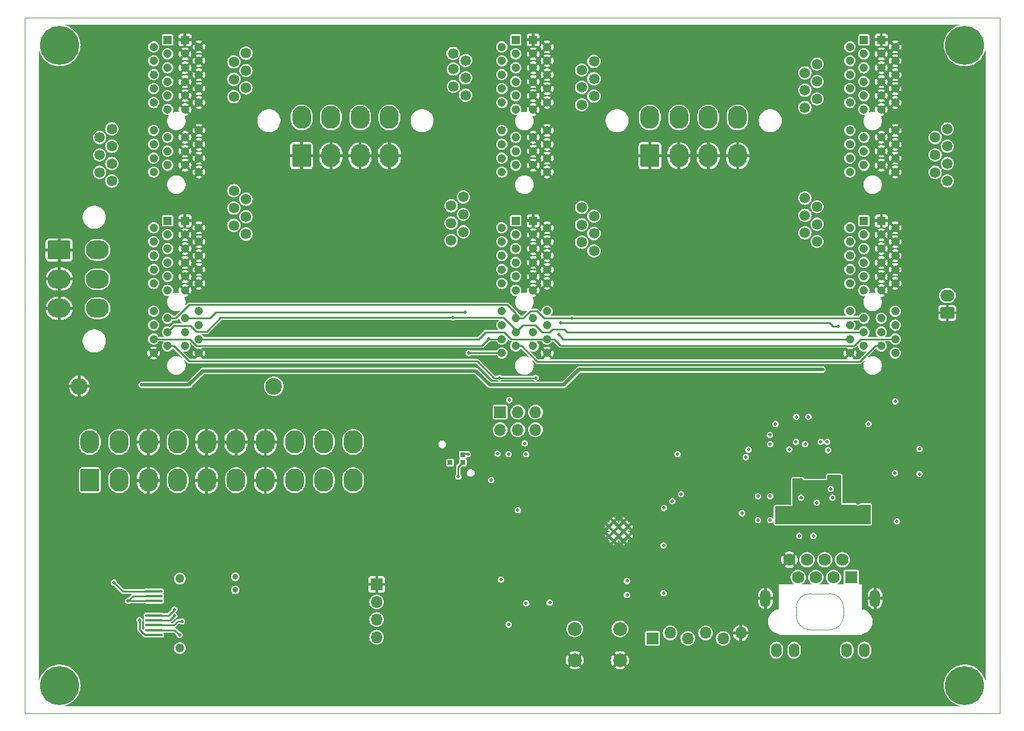
<source format=gbr>
%TF.GenerationSoftware,KiCad,Pcbnew,8.0.1*%
%TF.CreationDate,2024-04-21T01:25:56+02:00*%
%TF.ProjectId,EKO_MyMiner,454b4f5f-4d79-44d6-996e-65722e6b6963,rev?*%
%TF.SameCoordinates,Original*%
%TF.FileFunction,Copper,L4,Bot*%
%TF.FilePolarity,Positive*%
%FSLAX46Y46*%
G04 Gerber Fmt 4.6, Leading zero omitted, Abs format (unit mm)*
G04 Created by KiCad (PCBNEW 8.0.1) date 2024-04-21 01:25:56*
%MOMM*%
%LPD*%
G01*
G04 APERTURE LIST*
G04 Aperture macros list*
%AMRoundRect*
0 Rectangle with rounded corners*
0 $1 Rounding radius*
0 $2 $3 $4 $5 $6 $7 $8 $9 X,Y pos of 4 corners*
0 Add a 4 corners polygon primitive as box body*
4,1,4,$2,$3,$4,$5,$6,$7,$8,$9,$2,$3,0*
0 Add four circle primitives for the rounded corners*
1,1,$1+$1,$2,$3*
1,1,$1+$1,$4,$5*
1,1,$1+$1,$6,$7*
1,1,$1+$1,$8,$9*
0 Add four rect primitives between the rounded corners*
20,1,$1+$1,$2,$3,$4,$5,0*
20,1,$1+$1,$4,$5,$6,$7,0*
20,1,$1+$1,$6,$7,$8,$9,0*
20,1,$1+$1,$8,$9,$2,$3,0*%
G04 Aperture macros list end*
%TA.AperFunction,HeatsinkPad*%
%ADD10C,0.500000*%
%TD*%
%TA.AperFunction,HeatsinkPad*%
%ADD11R,2.500000X2.500000*%
%TD*%
%TA.AperFunction,ComponentPad*%
%ADD12R,1.208000X1.208000*%
%TD*%
%TA.AperFunction,ComponentPad*%
%ADD13C,1.208000*%
%TD*%
%TA.AperFunction,HeatsinkPad*%
%ADD14C,0.600000*%
%TD*%
%TA.AperFunction,ComponentPad*%
%ADD15R,1.700000X1.700000*%
%TD*%
%TA.AperFunction,ComponentPad*%
%ADD16O,1.700000X1.700000*%
%TD*%
%TA.AperFunction,ComponentPad*%
%ADD17C,5.600000*%
%TD*%
%TA.AperFunction,ComponentPad*%
%ADD18RoundRect,0.250000X0.750000X-0.600000X0.750000X0.600000X-0.750000X0.600000X-0.750000X-0.600000X0*%
%TD*%
%TA.AperFunction,ComponentPad*%
%ADD19O,2.000000X1.700000*%
%TD*%
%TA.AperFunction,ComponentPad*%
%ADD20C,2.400000*%
%TD*%
%TA.AperFunction,ComponentPad*%
%ADD21O,2.400000X2.400000*%
%TD*%
%TA.AperFunction,ComponentPad*%
%ADD22C,2.000000*%
%TD*%
%TA.AperFunction,ComponentPad*%
%ADD23RoundRect,0.250001X-1.399999X1.099999X-1.399999X-1.099999X1.399999X-1.099999X1.399999X1.099999X0*%
%TD*%
%TA.AperFunction,ComponentPad*%
%ADD24O,3.300000X2.700000*%
%TD*%
%TA.AperFunction,SMDPad,CuDef*%
%ADD25RoundRect,0.087500X1.162500X0.087500X-1.162500X0.087500X-1.162500X-0.087500X1.162500X-0.087500X0*%
%TD*%
%TA.AperFunction,ComponentPad*%
%ADD26C,1.300000*%
%TD*%
%TA.AperFunction,ComponentPad*%
%ADD27RoundRect,0.250001X-1.099999X-1.399999X1.099999X-1.399999X1.099999X1.399999X-1.099999X1.399999X0*%
%TD*%
%TA.AperFunction,ComponentPad*%
%ADD28O,2.700000X3.300000*%
%TD*%
%TA.AperFunction,ComponentPad*%
%ADD29R,1.778000X1.778000*%
%TD*%
%TA.AperFunction,ComponentPad*%
%ADD30C,1.778000*%
%TD*%
%TA.AperFunction,ComponentPad*%
%ADD31O,1.500000X2.032000*%
%TD*%
%TA.AperFunction,ComponentPad*%
%ADD32O,1.500000X2.540000*%
%TD*%
%TA.AperFunction,SMDPad,CuDef*%
%ADD33R,0.700000X0.700000*%
%TD*%
%TA.AperFunction,ViaPad*%
%ADD34C,0.500000*%
%TD*%
%TA.AperFunction,ViaPad*%
%ADD35C,0.400000*%
%TD*%
%TA.AperFunction,ViaPad*%
%ADD36C,0.800000*%
%TD*%
%TA.AperFunction,ViaPad*%
%ADD37C,1.500000*%
%TD*%
%TA.AperFunction,Conductor*%
%ADD38C,0.500000*%
%TD*%
%TA.AperFunction,Conductor*%
%ADD39C,0.250000*%
%TD*%
%TA.AperFunction,Profile*%
%ADD40C,0.100000*%
%TD*%
G04 APERTURE END LIST*
D10*
%TO.P,U1,25,VSS*%
%TO.N,GND*%
X192794500Y-104944500D03*
X191794500Y-105944500D03*
X191794500Y-104944500D03*
D11*
X191794500Y-104944500D03*
D10*
X191794500Y-103944500D03*
X190794500Y-104944500D03*
%TD*%
D12*
%TO.P,J3,A1,A1*%
%TO.N,GND*%
X201250000Y-69350000D03*
D13*
%TO.P,J3,A2,A2*%
X203250000Y-70350000D03*
%TO.P,J3,A3,A3*%
X201250000Y-71350000D03*
%TO.P,J3,A4,A4*%
X203250000Y-72350000D03*
%TO.P,J3,A5,A5*%
X201250000Y-73350000D03*
%TO.P,J3,A6,A6*%
X203250000Y-74350000D03*
%TO.P,J3,A7,A7*%
X201250000Y-75350000D03*
%TO.P,J3,A8,A8*%
X203250000Y-76350000D03*
%TO.P,J3,A9,A9*%
X201250000Y-77350000D03*
%TO.P,J3,A10,A10*%
X203250000Y-78350000D03*
%TO.P,J3,A11,A11*%
X201250000Y-79350000D03*
%TO.P,J3,A12,A12*%
%TO.N,+5V_PSU*%
X203250000Y-82350000D03*
%TO.P,J3,A13,A13*%
%TO.N,/EN_DRV*%
X201250000Y-83350000D03*
%TO.P,J3,A14,A14*%
%TO.N,/SPARE2_1*%
X203250000Y-84350000D03*
%TO.P,J3,A15,A15*%
%TO.N,/SPARE2_2*%
X201250000Y-85350000D03*
%TO.P,J3,A16,A16*%
%TO.N,/DB_SCL*%
X203250000Y-86350000D03*
%TO.P,J3,A17,A17*%
%TO.N,/DB_RX2*%
X201250000Y-87350000D03*
%TO.P,J3,A18,A18*%
%TO.N,+3.3V*%
X203250000Y-88350000D03*
D12*
%TO.P,J3,B1,B1*%
%TO.N,+12V_PWR*%
X198750000Y-69350000D03*
D13*
%TO.P,J3,B2,B2*%
X196750000Y-70350000D03*
%TO.P,J3,B3,B3*%
X198750000Y-71350000D03*
%TO.P,J3,B4,B4*%
X196750000Y-72350000D03*
%TO.P,J3,B5,B5*%
X198750000Y-73350000D03*
%TO.P,J3,B6,B6*%
X196750000Y-74350000D03*
%TO.P,J3,B7,B7*%
X198750000Y-75350000D03*
%TO.P,J3,B8,B8*%
X196750000Y-76350000D03*
%TO.P,J3,B9,B9*%
X198750000Y-77350000D03*
%TO.P,J3,B10,B10*%
X196750000Y-78350000D03*
%TO.P,J3,B11,B11*%
X198750000Y-79350000D03*
%TO.P,J3,B12,B12*%
%TO.N,+5V_STDBY*%
X196750000Y-82350000D03*
%TO.P,J3,B13,B13*%
%TO.N,/DB_PGOOD*%
X198750000Y-83350000D03*
%TO.P,J3,B14,B14*%
%TO.N,/DB_ALERT2n*%
X196750000Y-84350000D03*
%TO.P,J3,B15,B15*%
%TO.N,/DB_RSTn*%
X198750000Y-85350000D03*
%TO.P,J3,B16,B16*%
%TO.N,/DB_SDA*%
X196750000Y-86350000D03*
%TO.P,J3,B17,B17*%
%TO.N,/DB_RX3*%
X198750000Y-87350000D03*
%TO.P,J3,B18,B18*%
%TO.N,GND*%
X196750000Y-88350000D03*
%TD*%
D14*
%TO.P,U2,39,GND*%
%TO.N,GND*%
X164232000Y-112582000D03*
X162832000Y-112582000D03*
X164932000Y-113282000D03*
X163532000Y-113282000D03*
X162132000Y-113282000D03*
X164232000Y-113982000D03*
X162832000Y-113982000D03*
X164932000Y-114682000D03*
X163532000Y-114682000D03*
X162132000Y-114682000D03*
X164232000Y-115382000D03*
X162832000Y-115382000D03*
%TD*%
D15*
%TO.P,J6,1,Pin_1*%
%TO.N,+3.3V*%
X168382000Y-129382000D03*
D16*
%TO.P,J6,2,Pin_2*%
%TO.N,/ESP_GPIO0*%
X170922000Y-128582000D03*
%TO.P,J6,3,Pin_3*%
%TO.N,/ESP_RXD0*%
X173462000Y-129382000D03*
%TO.P,J6,4,Pin_4*%
%TO.N,/ESP_TXD0*%
X176002000Y-128582000D03*
%TO.P,J6,5,Pin_5*%
%TO.N,/ESP_RSTn*%
X178542000Y-129382000D03*
%TO.P,J6,6,Pin_6*%
%TO.N,GND*%
X181082000Y-128582000D03*
%TD*%
D17*
%TO.P,H3,1*%
%TO.N,N/C*%
X213232000Y-136132000D03*
%TD*%
%TO.P,H2,1*%
%TO.N,N/C*%
X213232000Y-44132000D03*
%TD*%
D12*
%TO.P,J16,A1,A1*%
%TO.N,GND*%
X151250000Y-43350000D03*
D13*
%TO.P,J16,A2,A2*%
X153250000Y-44350000D03*
%TO.P,J16,A3,A3*%
X151250000Y-45350000D03*
%TO.P,J16,A4,A4*%
X153250000Y-46350000D03*
%TO.P,J16,A5,A5*%
X151250000Y-47350000D03*
%TO.P,J16,A6,A6*%
X153250000Y-48350000D03*
%TO.P,J16,A7,A7*%
X151250000Y-49350000D03*
%TO.P,J16,A8,A8*%
X153250000Y-50350000D03*
%TO.P,J16,A9,A9*%
X151250000Y-51350000D03*
%TO.P,J16,A10,A10*%
X153250000Y-52350000D03*
%TO.P,J16,A11,A11*%
X151250000Y-53350000D03*
%TO.P,J16,A12,A12*%
X153250000Y-56350000D03*
%TO.P,J16,A13,A13*%
X151250000Y-57350000D03*
%TO.P,J16,A14,A14*%
X153250000Y-58350000D03*
%TO.P,J16,A15,A15*%
X151250000Y-59350000D03*
%TO.P,J16,A16,A16*%
X153250000Y-60350000D03*
%TO.P,J16,A17,A17*%
X151250000Y-61350000D03*
%TO.P,J16,A18,A18*%
X153250000Y-62350000D03*
D12*
%TO.P,J16,B1,B1*%
%TO.N,+12V_PWR*%
X148750000Y-43350000D03*
D13*
%TO.P,J16,B2,B2*%
X146750000Y-44350000D03*
%TO.P,J16,B3,B3*%
X148750000Y-45350000D03*
%TO.P,J16,B4,B4*%
X146750000Y-46350000D03*
%TO.P,J16,B5,B5*%
X148750000Y-47350000D03*
%TO.P,J16,B6,B6*%
X146750000Y-48350000D03*
%TO.P,J16,B7,B7*%
X148750000Y-49350000D03*
%TO.P,J16,B8,B8*%
X146750000Y-50350000D03*
%TO.P,J16,B9,B9*%
X148750000Y-51350000D03*
%TO.P,J16,B10,B10*%
X146750000Y-52350000D03*
%TO.P,J16,B11,B11*%
X148750000Y-53350000D03*
%TO.P,J16,B12,B12*%
X146750000Y-56350000D03*
%TO.P,J16,B13,B13*%
X148750000Y-57350000D03*
%TO.P,J16,B14,B14*%
X146750000Y-58350000D03*
%TO.P,J16,B15,B15*%
X148750000Y-59350000D03*
%TO.P,J16,B16,B16*%
X146750000Y-60350000D03*
%TO.P,J16,B17,B17*%
X148750000Y-61350000D03*
%TO.P,J16,B18,B18*%
X146750000Y-62350000D03*
%TD*%
D12*
%TO.P,J1,A1,A1*%
%TO.N,GND*%
X101250000Y-69350000D03*
D13*
%TO.P,J1,A2,A2*%
X103250000Y-70350000D03*
%TO.P,J1,A3,A3*%
X101250000Y-71350000D03*
%TO.P,J1,A4,A4*%
X103250000Y-72350000D03*
%TO.P,J1,A5,A5*%
X101250000Y-73350000D03*
%TO.P,J1,A6,A6*%
X103250000Y-74350000D03*
%TO.P,J1,A7,A7*%
X101250000Y-75350000D03*
%TO.P,J1,A8,A8*%
X103250000Y-76350000D03*
%TO.P,J1,A9,A9*%
X101250000Y-77350000D03*
%TO.P,J1,A10,A10*%
X103250000Y-78350000D03*
%TO.P,J1,A11,A11*%
X101250000Y-79350000D03*
%TO.P,J1,A12,A12*%
%TO.N,+5V_PSU*%
X103250000Y-82350000D03*
%TO.P,J1,A13,A13*%
%TO.N,/EN_DRV*%
X101250000Y-83350000D03*
%TO.P,J1,A14,A14*%
%TO.N,/SPARE0_1*%
X103250000Y-84350000D03*
%TO.P,J1,A15,A15*%
%TO.N,/SPARE0_2*%
X101250000Y-85350000D03*
%TO.P,J1,A16,A16*%
%TO.N,/DB_SCL*%
X103250000Y-86350000D03*
%TO.P,J1,A17,A17*%
%TO.N,/DB_TX*%
X101250000Y-87350000D03*
%TO.P,J1,A18,A18*%
%TO.N,GND*%
X103250000Y-88350000D03*
D12*
%TO.P,J1,B1,B1*%
%TO.N,+12V_PWR*%
X98750000Y-69350000D03*
D13*
%TO.P,J1,B2,B2*%
X96750000Y-70350000D03*
%TO.P,J1,B3,B3*%
X98750000Y-71350000D03*
%TO.P,J1,B4,B4*%
X96750000Y-72350000D03*
%TO.P,J1,B5,B5*%
X98750000Y-73350000D03*
%TO.P,J1,B6,B6*%
X96750000Y-74350000D03*
%TO.P,J1,B7,B7*%
X98750000Y-75350000D03*
%TO.P,J1,B8,B8*%
X96750000Y-76350000D03*
%TO.P,J1,B9,B9*%
X98750000Y-77350000D03*
%TO.P,J1,B10,B10*%
X96750000Y-78350000D03*
%TO.P,J1,B11,B11*%
X98750000Y-79350000D03*
%TO.P,J1,B12,B12*%
%TO.N,+5V_STDBY*%
X96750000Y-82350000D03*
%TO.P,J1,B13,B13*%
%TO.N,/DB_PGOOD*%
X98750000Y-83350000D03*
%TO.P,J1,B14,B14*%
%TO.N,/DB_ALERT0n*%
X96750000Y-84350000D03*
%TO.P,J1,B15,B15*%
%TO.N,/DB_RSTn*%
X98750000Y-85350000D03*
%TO.P,J1,B16,B16*%
%TO.N,/DB_SDA*%
X96750000Y-86350000D03*
%TO.P,J1,B17,B17*%
%TO.N,/DB_RX1*%
X98750000Y-87350000D03*
%TO.P,J1,B18,B18*%
%TO.N,GND*%
X96750000Y-88350000D03*
%TD*%
D12*
%TO.P,J17,A1,A1*%
%TO.N,GND*%
X201250000Y-43350000D03*
D13*
%TO.P,J17,A2,A2*%
X203250000Y-44350000D03*
%TO.P,J17,A3,A3*%
X201250000Y-45350000D03*
%TO.P,J17,A4,A4*%
X203250000Y-46350000D03*
%TO.P,J17,A5,A5*%
X201250000Y-47350000D03*
%TO.P,J17,A6,A6*%
X203250000Y-48350000D03*
%TO.P,J17,A7,A7*%
X201250000Y-49350000D03*
%TO.P,J17,A8,A8*%
X203250000Y-50350000D03*
%TO.P,J17,A9,A9*%
X201250000Y-51350000D03*
%TO.P,J17,A10,A10*%
X203250000Y-52350000D03*
%TO.P,J17,A11,A11*%
X201250000Y-53350000D03*
%TO.P,J17,A12,A12*%
X203250000Y-56350000D03*
%TO.P,J17,A13,A13*%
X201250000Y-57350000D03*
%TO.P,J17,A14,A14*%
X203250000Y-58350000D03*
%TO.P,J17,A15,A15*%
X201250000Y-59350000D03*
%TO.P,J17,A16,A16*%
X203250000Y-60350000D03*
%TO.P,J17,A17,A17*%
X201250000Y-61350000D03*
%TO.P,J17,A18,A18*%
X203250000Y-62350000D03*
D12*
%TO.P,J17,B1,B1*%
%TO.N,+12V_PWR*%
X198750000Y-43350000D03*
D13*
%TO.P,J17,B2,B2*%
X196750000Y-44350000D03*
%TO.P,J17,B3,B3*%
X198750000Y-45350000D03*
%TO.P,J17,B4,B4*%
X196750000Y-46350000D03*
%TO.P,J17,B5,B5*%
X198750000Y-47350000D03*
%TO.P,J17,B6,B6*%
X196750000Y-48350000D03*
%TO.P,J17,B7,B7*%
X198750000Y-49350000D03*
%TO.P,J17,B8,B8*%
X196750000Y-50350000D03*
%TO.P,J17,B9,B9*%
X198750000Y-51350000D03*
%TO.P,J17,B10,B10*%
X196750000Y-52350000D03*
%TO.P,J17,B11,B11*%
X198750000Y-53350000D03*
%TO.P,J17,B12,B12*%
X196750000Y-56350000D03*
%TO.P,J17,B13,B13*%
X198750000Y-57350000D03*
%TO.P,J17,B14,B14*%
X196750000Y-58350000D03*
%TO.P,J17,B15,B15*%
X198750000Y-59350000D03*
%TO.P,J17,B16,B16*%
X196750000Y-60350000D03*
%TO.P,J17,B17,B17*%
X198750000Y-61350000D03*
%TO.P,J17,B18,B18*%
X196750000Y-62350000D03*
%TD*%
D12*
%TO.P,J15,A1,A1*%
%TO.N,GND*%
X101250000Y-43350000D03*
D13*
%TO.P,J15,A2,A2*%
X103250000Y-44350000D03*
%TO.P,J15,A3,A3*%
X101250000Y-45350000D03*
%TO.P,J15,A4,A4*%
X103250000Y-46350000D03*
%TO.P,J15,A5,A5*%
X101250000Y-47350000D03*
%TO.P,J15,A6,A6*%
X103250000Y-48350000D03*
%TO.P,J15,A7,A7*%
X101250000Y-49350000D03*
%TO.P,J15,A8,A8*%
X103250000Y-50350000D03*
%TO.P,J15,A9,A9*%
X101250000Y-51350000D03*
%TO.P,J15,A10,A10*%
X103250000Y-52350000D03*
%TO.P,J15,A11,A11*%
X101250000Y-53350000D03*
%TO.P,J15,A12,A12*%
X103250000Y-56350000D03*
%TO.P,J15,A13,A13*%
X101250000Y-57350000D03*
%TO.P,J15,A14,A14*%
X103250000Y-58350000D03*
%TO.P,J15,A15,A15*%
X101250000Y-59350000D03*
%TO.P,J15,A16,A16*%
X103250000Y-60350000D03*
%TO.P,J15,A17,A17*%
X101250000Y-61350000D03*
%TO.P,J15,A18,A18*%
X103250000Y-62350000D03*
D12*
%TO.P,J15,B1,B1*%
%TO.N,+12V_PWR*%
X98750000Y-43350000D03*
D13*
%TO.P,J15,B2,B2*%
X96750000Y-44350000D03*
%TO.P,J15,B3,B3*%
X98750000Y-45350000D03*
%TO.P,J15,B4,B4*%
X96750000Y-46350000D03*
%TO.P,J15,B5,B5*%
X98750000Y-47350000D03*
%TO.P,J15,B6,B6*%
X96750000Y-48350000D03*
%TO.P,J15,B7,B7*%
X98750000Y-49350000D03*
%TO.P,J15,B8,B8*%
X96750000Y-50350000D03*
%TO.P,J15,B9,B9*%
X98750000Y-51350000D03*
%TO.P,J15,B10,B10*%
X96750000Y-52350000D03*
%TO.P,J15,B11,B11*%
X98750000Y-53350000D03*
%TO.P,J15,B12,B12*%
X96750000Y-56350000D03*
%TO.P,J15,B13,B13*%
X98750000Y-57350000D03*
%TO.P,J15,B14,B14*%
X96750000Y-58350000D03*
%TO.P,J15,B15,B15*%
X98750000Y-59350000D03*
%TO.P,J15,B16,B16*%
X96750000Y-60350000D03*
%TO.P,J15,B17,B17*%
X98750000Y-61350000D03*
%TO.P,J15,B18,B18*%
X96750000Y-62350000D03*
%TD*%
D18*
%TO.P,J5,1,Pin_1*%
%TO.N,GND*%
X210732000Y-82582000D03*
D19*
%TO.P,J5,2,Pin_2*%
%TO.N,+12V_PWR*%
X210732000Y-80082000D03*
%TD*%
D20*
%TO.P,R24,1*%
%TO.N,+5V_PSU*%
X114002000Y-93132000D03*
D21*
%TO.P,R24,2*%
%TO.N,GND*%
X86062000Y-93132000D03*
%TD*%
D17*
%TO.P,H1,1*%
%TO.N,N/C*%
X83232000Y-44132000D03*
%TD*%
%TO.P,H4,1*%
%TO.N,N/C*%
X83232000Y-136132000D03*
%TD*%
D12*
%TO.P,J2,A1,A1*%
%TO.N,GND*%
X151250000Y-69350000D03*
D13*
%TO.P,J2,A2,A2*%
X153250000Y-70350000D03*
%TO.P,J2,A3,A3*%
X151250000Y-71350000D03*
%TO.P,J2,A4,A4*%
X153250000Y-72350000D03*
%TO.P,J2,A5,A5*%
X151250000Y-73350000D03*
%TO.P,J2,A6,A6*%
X153250000Y-74350000D03*
%TO.P,J2,A7,A7*%
X151250000Y-75350000D03*
%TO.P,J2,A8,A8*%
X153250000Y-76350000D03*
%TO.P,J2,A9,A9*%
X151250000Y-77350000D03*
%TO.P,J2,A10,A10*%
X153250000Y-78350000D03*
%TO.P,J2,A11,A11*%
X151250000Y-79350000D03*
%TO.P,J2,A12,A12*%
%TO.N,+5V_PSU*%
X153250000Y-82350000D03*
%TO.P,J2,A13,A13*%
%TO.N,/EN_DRV*%
X151250000Y-83350000D03*
%TO.P,J2,A14,A14*%
%TO.N,/SPARE1_1*%
X153250000Y-84350000D03*
%TO.P,J2,A15,A15*%
%TO.N,/SPARE1_2*%
X151250000Y-85350000D03*
%TO.P,J2,A16,A16*%
%TO.N,/DB_SCL*%
X153250000Y-86350000D03*
%TO.P,J2,A17,A17*%
%TO.N,/DB_RX1*%
X151250000Y-87350000D03*
%TO.P,J2,A18,A18*%
%TO.N,GND*%
X153250000Y-88350000D03*
D12*
%TO.P,J2,B1,B1*%
%TO.N,+12V_PWR*%
X148750000Y-69350000D03*
D13*
%TO.P,J2,B2,B2*%
X146750000Y-70350000D03*
%TO.P,J2,B3,B3*%
X148750000Y-71350000D03*
%TO.P,J2,B4,B4*%
X146750000Y-72350000D03*
%TO.P,J2,B5,B5*%
X148750000Y-73350000D03*
%TO.P,J2,B6,B6*%
X146750000Y-74350000D03*
%TO.P,J2,B7,B7*%
X148750000Y-75350000D03*
%TO.P,J2,B8,B8*%
X146750000Y-76350000D03*
%TO.P,J2,B9,B9*%
X148750000Y-77350000D03*
%TO.P,J2,B10,B10*%
X146750000Y-78350000D03*
%TO.P,J2,B11,B11*%
X148750000Y-79350000D03*
%TO.P,J2,B12,B12*%
%TO.N,+5V_STDBY*%
X146750000Y-82350000D03*
%TO.P,J2,B13,B13*%
%TO.N,/DB_PGOOD*%
X148750000Y-83350000D03*
%TO.P,J2,B14,B14*%
%TO.N,/DB_ALERT1n*%
X146750000Y-84350000D03*
%TO.P,J2,B15,B15*%
%TO.N,/DB_RSTn*%
X148750000Y-85350000D03*
%TO.P,J2,B16,B16*%
%TO.N,/DB_SDA*%
X146750000Y-86350000D03*
%TO.P,J2,B17,B17*%
%TO.N,/DB_RX2*%
X148750000Y-87350000D03*
%TO.P,J2,B18,B18*%
%TO.N,+3.3V*%
X146750000Y-88350000D03*
%TD*%
D22*
%TO.P,SW1,1,A*%
%TO.N,/ESP_GPIO0*%
X163726000Y-128012000D03*
X157226000Y-128012000D03*
%TO.P,SW1,2,B*%
%TO.N,GND*%
X163726000Y-132512000D03*
X157226000Y-132512000D03*
%TD*%
D15*
%TO.P,J13,1,Pin_1*%
%TO.N,GND*%
X128778000Y-121600000D03*
D16*
%TO.P,J13,2,Pin_2*%
%TO.N,+3.3V*%
X128778000Y-124140000D03*
%TO.P,J13,3,Pin_3*%
%TO.N,/DB_SCL*%
X128778000Y-126680000D03*
%TO.P,J13,4,Pin_4*%
%TO.N,/DB_SDA*%
X128778000Y-129220000D03*
%TD*%
D23*
%TO.P,J12,1,Pin_1*%
%TO.N,GND*%
X83182000Y-73532000D03*
D24*
%TO.P,J12,2,Pin_2*%
X83182000Y-77732000D03*
%TO.P,J12,3,Pin_3*%
X83182000Y-81932000D03*
%TO.P,J12,4,Pin_4*%
%TO.N,+5V_PSU*%
X88682000Y-73532000D03*
%TO.P,J12,5,Pin_5*%
X88682000Y-77732000D03*
%TO.P,J12,6,Pin_6*%
%TO.N,+5V_STDBY*%
X88682000Y-81932000D03*
%TD*%
D25*
%TO.P,J9,1,Pin_1*%
%TO.N,GND*%
X96782000Y-121882000D03*
%TO.P,J9,2,Pin_2*%
%TO.N,Net-(J9-Pin_2)*%
X96782000Y-122582000D03*
%TO.P,J9,3,Pin_3*%
%TO.N,+3.3V*%
X96782000Y-123282000D03*
%TO.P,J9,4,Pin_4*%
X96782000Y-123982000D03*
%TO.P,J9,5,Pin_5*%
%TO.N,GND*%
X96782000Y-124682000D03*
%TO.P,J9,6,Pin_6*%
X96782000Y-125382000D03*
%TO.P,J9,7,Pin_7*%
%TO.N,/DC*%
X96782000Y-126082000D03*
%TO.P,J9,8,Pin_8*%
%TO.N,/CS*%
X96782000Y-126782000D03*
%TO.P,J9,9,Pin_9*%
%TO.N,/DB_SCL*%
X96782000Y-127482000D03*
%TO.P,J9,10,Pin_10*%
%TO.N,/DB_SDA*%
X96782000Y-128182000D03*
%TO.P,J9,11,Pin_11*%
%TO.N,/RES*%
X96782000Y-128882000D03*
%TO.P,J9,12,Pin_12*%
%TO.N,GND*%
X96782000Y-129582000D03*
D26*
%TO.P,J9,f*%
%TO.N,N/C*%
X100482000Y-130782000D03*
X100482000Y-120782000D03*
%TD*%
D27*
%TO.P,J11,1,Pin_1*%
%TO.N,GND*%
X118000000Y-60000000D03*
D28*
%TO.P,J11,2,Pin_2*%
X122200000Y-60000000D03*
%TO.P,J11,3,Pin_3*%
X126400000Y-60000000D03*
%TO.P,J11,4,Pin_4*%
X130600000Y-60000000D03*
%TO.P,J11,5,Pin_5*%
%TO.N,+12V_PWR*%
X118000000Y-54500000D03*
%TO.P,J11,6,Pin_6*%
X122200000Y-54500000D03*
%TO.P,J11,7,Pin_7*%
X126400000Y-54500000D03*
%TO.P,J11,8,Pin_8*%
X130600000Y-54500000D03*
%TD*%
D27*
%TO.P,J10,1,Pin_1*%
%TO.N,GND*%
X168000000Y-60000000D03*
D28*
%TO.P,J10,2,Pin_2*%
X172200000Y-60000000D03*
%TO.P,J10,3,Pin_3*%
X176400000Y-60000000D03*
%TO.P,J10,4,Pin_4*%
X180600000Y-60000000D03*
%TO.P,J10,5,Pin_5*%
%TO.N,+12V_PWR*%
X168000000Y-54500000D03*
%TO.P,J10,6,Pin_6*%
X172200000Y-54500000D03*
%TO.P,J10,7,Pin_7*%
X176400000Y-54500000D03*
%TO.P,J10,8,Pin_8*%
X180600000Y-54500000D03*
%TD*%
D15*
%TO.P,J8,1,Pin_1*%
%TO.N,/DB_RX1*%
X146507000Y-96857000D03*
D16*
%TO.P,J8,2,Pin_2*%
%TO.N,/DB_RX*%
X146507000Y-99397000D03*
%TO.P,J8,3,Pin_3*%
%TO.N,/DB_RX2*%
X149047000Y-96857000D03*
%TO.P,J8,4,Pin_4*%
%TO.N,/DB_RX*%
X149047000Y-99397000D03*
%TO.P,J8,5,Pin_5*%
%TO.N,/DB_RX3*%
X151587000Y-96857000D03*
%TO.P,J8,6,Pin_6*%
%TO.N,/DB_RX*%
X151587000Y-99397000D03*
%TD*%
D29*
%TO.P,J4,P1,TD+*%
%TO.N,/LAN8720/TD_P*%
X196932000Y-120605800D03*
D30*
%TO.P,J4,P2,TCT*%
%TO.N,AVDD*%
X195662000Y-118065800D03*
%TO.P,J4,P3,TD-*%
%TO.N,/LAN8720/TD_N*%
X194392000Y-120605800D03*
%TO.P,J4,P4,RD+*%
%TO.N,/LAN8720/RD_P*%
X193122000Y-118065800D03*
%TO.P,J4,P5,RCT*%
%TO.N,AVDD*%
X191852000Y-120605800D03*
%TO.P,J4,P6,RD-*%
%TO.N,/LAN8720/RD_N*%
X190582000Y-118065800D03*
%TO.P,J4,P7*%
%TO.N,N/C*%
X189312000Y-120605800D03*
%TO.P,J4,P8*%
%TO.N,GND*%
X188042000Y-118065800D03*
D31*
%TO.P,J4,P9*%
%TO.N,/LAN8720/LEDJ+*%
X198834700Y-131070600D03*
%TO.P,J4,P10*%
%TO.N,Net-(J4-PadP10)*%
X196294700Y-131070600D03*
%TO.P,J4,P11*%
%TO.N,/LAN8720/LEDV+*%
X188704700Y-131070600D03*
%TO.P,J4,P12*%
%TO.N,Net-(J4-PadP12)*%
X186164700Y-131070600D03*
D32*
%TO.P,J4,SH*%
%TO.N,GND*%
X184613000Y-123605800D03*
X200361000Y-123605800D03*
%TD*%
D27*
%TO.P,J7,1,Pin_1*%
%TO.N,+3.3V_DB*%
X87582000Y-106632000D03*
D28*
%TO.P,J7,2,Pin_2*%
X91782000Y-106632000D03*
%TO.P,J7,3,Pin_3*%
%TO.N,GND*%
X95982000Y-106632000D03*
%TO.P,J7,4,Pin_4*%
%TO.N,unconnected-(J7-Pin_4-Pad4)*%
X100182000Y-106632000D03*
%TO.P,J7,5,Pin_5*%
%TO.N,GND*%
X104382000Y-106632000D03*
%TO.P,J7,6,Pin_6*%
%TO.N,unconnected-(J7-Pin_6-Pad6)*%
X108582000Y-106632000D03*
%TO.P,J7,7,Pin_7*%
%TO.N,GND*%
X112782000Y-106632000D03*
%TO.P,J7,8,Pin_8*%
%TO.N,unconnected-(J7-Pin_8-Pad8)*%
X116982000Y-106632000D03*
%TO.P,J7,9,Pin_9*%
%TO.N,+5V_STDBY*%
X121182000Y-106632000D03*
%TO.P,J7,10,Pin_10*%
%TO.N,unconnected-(J7-Pin_10-Pad10)*%
X125382000Y-106632000D03*
%TO.P,J7,11,Pin_11*%
%TO.N,+3.3V_DB*%
X87582000Y-101132000D03*
%TO.P,J7,12,Pin_12*%
%TO.N,unconnected-(J7-Pin_12-Pad12)*%
X91782000Y-101132000D03*
%TO.P,J7,13,Pin_13*%
%TO.N,GND*%
X95982000Y-101132000D03*
%TO.P,J7,14,Pin_14*%
%TO.N,/PSU/PS_ON#*%
X100182000Y-101132000D03*
%TO.P,J7,15,Pin_15*%
%TO.N,GND*%
X104382000Y-101132000D03*
%TO.P,J7,16,Pin_16*%
X108582000Y-101132000D03*
%TO.P,J7,17,Pin_17*%
X112782000Y-101132000D03*
%TO.P,J7,18,Pin_18*%
%TO.N,unconnected-(J7-Pin_18-Pad18)*%
X116982000Y-101132000D03*
%TO.P,J7,19,Pin_19*%
%TO.N,unconnected-(J7-Pin_19-Pad19)*%
X121182000Y-101132000D03*
%TO.P,J7,20,Pin_20*%
%TO.N,+5V_PSU*%
X125382000Y-101132000D03*
%TD*%
D33*
%TO.P,D1,1,DOUT*%
%TO.N,unconnected-(D1-DOUT-Pad1)*%
X139317000Y-104082000D03*
%TO.P,D1,2,VSS*%
%TO.N,GND*%
X139317000Y-102982000D03*
%TO.P,D1,3,DIN*%
%TO.N,/LED_RGB*%
X141147000Y-102982000D03*
%TO.P,D1,4,VDD*%
%TO.N,+5V_STDBY*%
X141147000Y-104082000D03*
%TD*%
D34*
%TO.N,GND*%
X107696000Y-62662000D03*
X109220000Y-62662000D03*
X109220000Y-59868000D03*
X107696000Y-59868000D03*
X157988000Y-59868000D03*
X159512000Y-59868000D03*
X159512000Y-62662000D03*
X157988000Y-62662000D03*
X191516000Y-59868000D03*
X189992000Y-59868000D03*
X189992000Y-62662000D03*
X191516000Y-62662000D03*
%TO.N,+5V_STDBY*%
X192832000Y-90732000D03*
X143032000Y-90932000D03*
X140500000Y-106113994D03*
X95032000Y-92932000D03*
%TO.N,GND*%
X201982000Y-133882000D03*
X195482000Y-94882000D03*
D35*
X102616000Y-133528000D03*
X214376000Y-72568000D03*
D34*
X184482000Y-96382000D03*
X156482000Y-109382000D03*
X151832000Y-107532000D03*
X134482000Y-96132000D03*
X189232000Y-134132000D03*
X192482000Y-96382000D03*
X89482000Y-97632000D03*
X193482000Y-94882000D03*
X180482000Y-96382000D03*
X133482000Y-96132000D03*
X204482000Y-100382000D03*
X125482000Y-96132000D03*
X207482000Y-116632000D03*
X205982000Y-118632000D03*
X135482000Y-96132000D03*
X159482000Y-94882000D03*
X174232000Y-133632000D03*
X201232000Y-134632000D03*
D35*
X214376000Y-80188000D03*
D34*
X106482000Y-97632000D03*
X132832000Y-125132000D03*
X201982000Y-99132000D03*
X171482000Y-96382000D03*
X205982000Y-117632000D03*
X92982000Y-120382000D03*
X110482000Y-97632000D03*
X197232000Y-134132000D03*
X193482000Y-96382000D03*
X192232000Y-135632000D03*
X179232000Y-135632000D03*
X140232000Y-98532000D03*
X104232000Y-95732000D03*
X166482000Y-94882000D03*
X171982000Y-131382000D03*
X119482000Y-97632000D03*
X141232000Y-96932000D03*
X197232000Y-135632000D03*
X205732000Y-130132000D03*
X201232000Y-109882000D03*
X168482000Y-96382000D03*
X174482000Y-94882000D03*
X205982000Y-126632000D03*
X179232000Y-134132000D03*
X151832000Y-112132000D03*
X118482000Y-97632000D03*
X140482000Y-96132000D03*
X188232000Y-134132000D03*
X194482000Y-94882000D03*
X94482000Y-97632000D03*
X178232000Y-134132000D03*
X207482000Y-121632000D03*
X104482000Y-97632000D03*
X154632000Y-129132000D03*
X200232000Y-133632000D03*
X175482000Y-96382000D03*
X190482000Y-94882000D03*
X151832000Y-118732000D03*
X186232000Y-135632000D03*
X174982000Y-134632000D03*
X161482000Y-96382000D03*
X126482000Y-97632000D03*
X182232000Y-135632000D03*
X205232000Y-99132000D03*
X194232000Y-109132000D03*
X150232000Y-129132000D03*
X139482000Y-97632000D03*
X143232000Y-101532000D03*
X193232000Y-135632000D03*
X103482000Y-97632000D03*
X184482000Y-94882000D03*
D35*
X214376000Y-110668000D03*
D34*
X181982000Y-115632000D03*
X203482000Y-132382000D03*
X207482000Y-126632000D03*
X149032000Y-123132000D03*
X173442230Y-132946556D03*
X205982000Y-112632000D03*
X176232000Y-135632000D03*
X185232000Y-135632000D03*
X163482000Y-96382000D03*
X94232000Y-125382000D03*
X199032000Y-93932000D03*
X117482000Y-97632000D03*
X178482000Y-96382000D03*
X207482000Y-111632000D03*
X166732000Y-122882000D03*
X138482000Y-96132000D03*
X204232000Y-129632000D03*
X191482000Y-94882000D03*
X186482000Y-94882000D03*
X197232000Y-93932000D03*
X120482000Y-97632000D03*
X179482000Y-94882000D03*
X172482000Y-94882000D03*
X182232000Y-110632000D03*
X151832000Y-105932000D03*
X196432000Y-94732000D03*
X205982000Y-99882000D03*
D35*
X157988000Y-97968000D03*
D34*
X183232000Y-134132000D03*
X207482000Y-108632000D03*
X172732000Y-132132000D03*
X207482000Y-109632000D03*
X181482000Y-94882000D03*
X203482000Y-97882000D03*
X182482000Y-96382000D03*
X183432000Y-106932000D03*
X194294500Y-97519500D03*
X145832000Y-129332000D03*
X107482000Y-97632000D03*
X109432000Y-96132000D03*
X161732000Y-108382000D03*
X185482000Y-94882000D03*
X205982000Y-122632000D03*
X151847000Y-109767000D03*
X186982000Y-108957000D03*
X131482000Y-97632000D03*
X142032000Y-97932000D03*
D35*
X102616000Y-120828000D03*
D34*
X200982000Y-99132000D03*
X207482000Y-125632000D03*
X206732000Y-100632000D03*
X137482000Y-96132000D03*
X98482000Y-97632000D03*
D36*
X111732000Y-119132000D03*
D34*
X102832000Y-93332000D03*
X105232000Y-94732000D03*
X154686000Y-102794000D03*
X171632000Y-127132000D03*
D35*
X82296000Y-95428000D03*
D34*
X190232000Y-134132000D03*
X207482000Y-114632000D03*
X162482000Y-96382000D03*
X205982000Y-115632000D03*
X103032000Y-94532000D03*
X96482000Y-97632000D03*
X134482000Y-97632000D03*
X187232000Y-135632000D03*
X173382000Y-124232000D03*
X131482000Y-96132000D03*
X164482000Y-96382000D03*
X202982000Y-99132000D03*
X197907000Y-109882000D03*
X180232000Y-135632000D03*
X207482000Y-115632000D03*
D35*
X106172000Y-85268000D03*
D34*
X199232000Y-134132000D03*
X205982000Y-123632000D03*
X161482000Y-94882000D03*
X207482000Y-113632000D03*
X127482000Y-97632000D03*
D35*
X130048000Y-117272000D03*
D34*
X196482000Y-96382000D03*
X204482000Y-98382000D03*
X198232000Y-94932000D03*
X124482000Y-96132000D03*
X207732000Y-104882000D03*
X94232000Y-124632000D03*
X180482000Y-94882000D03*
X103632000Y-95132000D03*
X207482000Y-107632000D03*
X201482000Y-97882000D03*
X186232000Y-113632000D03*
X135482000Y-97632000D03*
X177232000Y-134132000D03*
X94382000Y-121882000D03*
X104140000Y-93332000D03*
X141232000Y-99532000D03*
X92482000Y-97632000D03*
X99482000Y-97632000D03*
X132482000Y-97632000D03*
D35*
X206756000Y-133528000D03*
D36*
X116232000Y-117882000D03*
D34*
X104632000Y-94132000D03*
X105432000Y-96932000D03*
X117482000Y-96132000D03*
X186832000Y-103932000D03*
D35*
X82296000Y-103048000D03*
D34*
X104832000Y-96332000D03*
X129482000Y-96132000D03*
X202232000Y-131632000D03*
X171097000Y-104767000D03*
X205482000Y-103132000D03*
X169482000Y-94882000D03*
X143256000Y-112954000D03*
X207482000Y-120632000D03*
X136482000Y-97632000D03*
X199982000Y-99132000D03*
X178232000Y-135632000D03*
X189482000Y-94882000D03*
X173482000Y-96382000D03*
X170482000Y-94882000D03*
X144232000Y-102532000D03*
X93482000Y-97632000D03*
X205982000Y-111632000D03*
D35*
X214376000Y-57328000D03*
X214376000Y-103048000D03*
D34*
X187482000Y-94882000D03*
X126482000Y-96132000D03*
X205982000Y-108632000D03*
X192232000Y-134132000D03*
X95482000Y-97632000D03*
X197432000Y-95732000D03*
X197982000Y-113632000D03*
X97482000Y-97632000D03*
X135832000Y-120932000D03*
X175482000Y-94882000D03*
D35*
X145542000Y-90348000D03*
D34*
X160482000Y-94882000D03*
X206482000Y-129382000D03*
X113482000Y-97632000D03*
X128482000Y-97632000D03*
X169982000Y-112382000D03*
X152654000Y-125146000D03*
X151832000Y-120532000D03*
X202482000Y-97882000D03*
X207482000Y-106632000D03*
X199232000Y-101332000D03*
X205982000Y-107632000D03*
X201232000Y-132632000D03*
X195482000Y-96382000D03*
D35*
X214376000Y-64948000D03*
D34*
X108432000Y-96132000D03*
X201232000Y-107882000D03*
D35*
X82296000Y-64948000D03*
D34*
X187232000Y-134132000D03*
X191232000Y-134132000D03*
X191232000Y-135632000D03*
X205982000Y-121632000D03*
X198232000Y-134132000D03*
X205482000Y-105132000D03*
X207482000Y-118632000D03*
X197032000Y-101332000D03*
X175482000Y-132882000D03*
X112482000Y-97632000D03*
X204296556Y-131671770D03*
D35*
X214376000Y-87808000D03*
D34*
X156232000Y-120882000D03*
X198657000Y-107882000D03*
X200482000Y-97882000D03*
X197632000Y-105332000D03*
X167232000Y-118632000D03*
X207732000Y-103882000D03*
X202232000Y-103532000D03*
X185232000Y-134132000D03*
X193982000Y-107882000D03*
X194232000Y-135632000D03*
X136844500Y-102882000D03*
X107432000Y-96132000D03*
D35*
X82296000Y-125908000D03*
D34*
X177232000Y-135632000D03*
X184232000Y-134132000D03*
X203482000Y-108957000D03*
X114482000Y-96132000D03*
X133482000Y-97632000D03*
X183544500Y-101444500D03*
X171032000Y-122332000D03*
D36*
X120232000Y-117882000D03*
D34*
X183482000Y-94882000D03*
X130482000Y-97632000D03*
X195232000Y-134132000D03*
X160482000Y-96382000D03*
X183232000Y-135632000D03*
X135632000Y-125732000D03*
X196232000Y-134132000D03*
X196232000Y-135632000D03*
X195632000Y-104332000D03*
X108482000Y-97632000D03*
X203982000Y-115632000D03*
X113482000Y-96132000D03*
X140500000Y-107633000D03*
X121482000Y-96132000D03*
X205982000Y-120632000D03*
X174046556Y-131342230D03*
X115482000Y-97632000D03*
X207482000Y-101632000D03*
X196044500Y-97519500D03*
X202232000Y-115632000D03*
X177482000Y-94882000D03*
X132482000Y-96132000D03*
X191982000Y-109882000D03*
X143131999Y-92431999D03*
X129482000Y-97632000D03*
X201207000Y-101519500D03*
X207482000Y-122632000D03*
X167482000Y-94882000D03*
X178482000Y-94882000D03*
X205232000Y-128632000D03*
X138482000Y-97632000D03*
X152732000Y-123632000D03*
D35*
X214376000Y-118288000D03*
D34*
X170732000Y-99882000D03*
X115482000Y-96132000D03*
X171482000Y-94882000D03*
X194482000Y-96382000D03*
X91482000Y-97632000D03*
X192544500Y-97519500D03*
X130482000Y-96132000D03*
D35*
X214376000Y-125908000D03*
D34*
X181232000Y-134132000D03*
X205482000Y-104132000D03*
X189482000Y-96382000D03*
X182232000Y-134132000D03*
X171196000Y-114986000D03*
X165482000Y-94882000D03*
X189732000Y-109132000D03*
X205982000Y-114632000D03*
X185482000Y-96382000D03*
X177482000Y-96382000D03*
X191482000Y-96382000D03*
X204982000Y-130882000D03*
X205982000Y-109632000D03*
X127482000Y-96132000D03*
X199232000Y-135632000D03*
X207482000Y-110632000D03*
D35*
X155194000Y-90348000D03*
X82296000Y-49708000D03*
D34*
X118482000Y-96132000D03*
X205982000Y-125632000D03*
D35*
X214376000Y-49708000D03*
D34*
X172482000Y-96382000D03*
X159482000Y-96382000D03*
X182232000Y-104382000D03*
D35*
X150876000Y-133528000D03*
D34*
X198232000Y-135632000D03*
X183482000Y-96382000D03*
X200482000Y-135382000D03*
D35*
X82296000Y-57328000D03*
D34*
X111432000Y-96132000D03*
X160832000Y-129132000D03*
X205982000Y-124632000D03*
X188232000Y-135632000D03*
X152654000Y-126532000D03*
X207482000Y-127632000D03*
X121482000Y-97632000D03*
X182118000Y-106132000D03*
X173482000Y-94882000D03*
X164482000Y-94882000D03*
X178232000Y-114632000D03*
X170482000Y-96382000D03*
X102482000Y-97632000D03*
X207232000Y-128632000D03*
X188482000Y-94882000D03*
X93023000Y-125146000D03*
X205982000Y-113632000D03*
X110432000Y-96132000D03*
X119482000Y-96132000D03*
X181482000Y-96382000D03*
X116482000Y-97632000D03*
X186482000Y-96382000D03*
X205982000Y-119632000D03*
X90482000Y-97632000D03*
X112432000Y-96132000D03*
X207732000Y-102882000D03*
X205982000Y-116632000D03*
X203232000Y-130632000D03*
X114482000Y-97632000D03*
X128482000Y-96132000D03*
X167482000Y-96382000D03*
X137482000Y-97632000D03*
X165482000Y-96382000D03*
X190232000Y-135632000D03*
X155832000Y-126932000D03*
X195232000Y-135632000D03*
X207482000Y-119632000D03*
X186982000Y-107132000D03*
X105482000Y-97632000D03*
X205232000Y-101132000D03*
X207482000Y-123632000D03*
X180232000Y-134132000D03*
X174732000Y-132132000D03*
D35*
X145288000Y-84506000D03*
D34*
X160832000Y-126932000D03*
X176482000Y-96382000D03*
X105832000Y-95332000D03*
X205982000Y-127632000D03*
D35*
X82296000Y-118288000D03*
D34*
X142832000Y-98732000D03*
X205482000Y-102132000D03*
X194232000Y-134132000D03*
X139482000Y-96132000D03*
X193232000Y-134132000D03*
X182482000Y-94882000D03*
X181232000Y-135632000D03*
X168482000Y-94882000D03*
X120482000Y-96132000D03*
X207482000Y-117632000D03*
X184232000Y-135632000D03*
X136482000Y-96132000D03*
X116482000Y-96132000D03*
X122482000Y-97632000D03*
X189232000Y-135632000D03*
X202732000Y-133132000D03*
X111482000Y-97632000D03*
X192482000Y-94882000D03*
X195232000Y-101382000D03*
X166432000Y-126732000D03*
X188482000Y-96382000D03*
X109482000Y-97632000D03*
X176232000Y-133632000D03*
X101482000Y-97632000D03*
X162482000Y-94882000D03*
X205982000Y-110632000D03*
X205982000Y-106632000D03*
X106432000Y-96132000D03*
X100482000Y-97632000D03*
X166482000Y-96382000D03*
X205732000Y-105882000D03*
X187482000Y-96382000D03*
X203207000Y-102269500D03*
D36*
X122232000Y-117882000D03*
D34*
X186232000Y-134132000D03*
X179482000Y-96382000D03*
D35*
X167386000Y-104826000D03*
D34*
X176482000Y-94882000D03*
X203732000Y-99632000D03*
X207482000Y-124632000D03*
X169482000Y-96382000D03*
D35*
X214376000Y-95428000D03*
D34*
X190482000Y-96382000D03*
X207482000Y-112632000D03*
X163482000Y-94882000D03*
X174482000Y-96382000D03*
%TO.N,+3.3V*%
X189044500Y-97519500D03*
X203207000Y-105619500D03*
X203482000Y-112557000D03*
X147832000Y-95132000D03*
X192544500Y-101119500D03*
X171982000Y-102882000D03*
X93082000Y-123982000D03*
X150032000Y-101332000D03*
D36*
X108457000Y-120532000D03*
D34*
X142014000Y-88350000D03*
X190794500Y-97519500D03*
X185294500Y-101444500D03*
D36*
X108457000Y-122406998D03*
D34*
X203250000Y-95314000D03*
%TO.N,AVDD*%
X193294500Y-112369500D03*
X197969500Y-111444500D03*
X195044500Y-112369500D03*
X199232000Y-110457000D03*
X189632000Y-107332000D03*
X190544500Y-112369500D03*
X197044500Y-112369500D03*
X194969500Y-106194500D03*
X186982000Y-112382000D03*
X199232000Y-112307000D03*
X188794500Y-112369500D03*
%TO.N,/LED_RGB*%
X141882000Y-102881992D03*
%TO.N,/REFCLK*%
X199407000Y-98557000D03*
X206732000Y-102132006D03*
X186057005Y-98556995D03*
%TO.N,/ESP_GPIO0*%
X153631996Y-124232004D03*
X206732000Y-105732000D03*
%TO.N,/DB_SCL*%
X150232000Y-102882007D03*
X150232000Y-124332000D03*
X100832000Y-126932000D03*
%TO.N,Net-(U1-RXD1{slash}MODE1)*%
X193632000Y-102332000D03*
X185294500Y-108944500D03*
%TO.N,/RXD1*%
X185294500Y-112369500D03*
X170032000Y-110632000D03*
%TO.N,Net-(U1-RXD0{slash}MODE0)*%
X193482000Y-101132000D03*
X183544500Y-108944500D03*
%TO.N,/RXD0*%
X183544500Y-112369500D03*
X171232000Y-109632000D03*
%TO.N,/LAN8720/TD_P*%
X191482000Y-114632000D03*
%TO.N,/LAN8720/TD_N*%
X189482000Y-114632000D03*
%TO.N,/MDIO*%
X188982000Y-101132000D03*
X182176087Y-102251087D03*
%TO.N,/ESP_RSTn*%
X172482000Y-108632000D03*
X181232000Y-111382000D03*
%TO.N,/DB_SDA*%
X147731993Y-102881993D03*
X154940000Y-85732000D03*
X100482000Y-128882000D03*
X144832000Y-86332000D03*
X147732000Y-127382000D03*
%TO.N,/TXEN*%
X164732000Y-123132000D03*
X164732000Y-121132000D03*
%TO.N,/MDC*%
X188044500Y-102194500D03*
X181782004Y-103331996D03*
X169982000Y-116002000D03*
X169982000Y-122882000D03*
%TO.N,/CRS_DV*%
X185231996Y-100132000D03*
X190294500Y-101444500D03*
%TO.N,/DB_TX*%
X145232000Y-106632004D03*
%TO.N,/RES*%
X94731998Y-126732000D03*
%TO.N,/CS*%
X99732000Y-126132000D03*
%TO.N,/DB_RX*%
X149047000Y-110932020D03*
%TO.N,/DC*%
X99732000Y-125207000D03*
D37*
%TO.N,+12V_PWR*%
X110014000Y-68764000D03*
X158232000Y-67432000D03*
X210732000Y-56132000D03*
X192032000Y-46832000D03*
X190282000Y-48082000D03*
X210732000Y-58632000D03*
X110014000Y-45264000D03*
X192032000Y-69832000D03*
X141232000Y-70932000D03*
X108264000Y-70014000D03*
X88982000Y-57382000D03*
X192032000Y-72332000D03*
X158232000Y-50182000D03*
X141550000Y-46300000D03*
X208982000Y-59882000D03*
X158232000Y-47682000D03*
X108264000Y-46514000D03*
X90732000Y-56132000D03*
X190282000Y-71082000D03*
X110014000Y-66264000D03*
X190282000Y-68582000D03*
X159982000Y-46432000D03*
X210732000Y-63632000D03*
X208982000Y-62382000D03*
X108264000Y-67514000D03*
X190282000Y-53082000D03*
X141232000Y-65932000D03*
X192032000Y-49332000D03*
X159982000Y-48932000D03*
X192032000Y-67332000D03*
X159982000Y-71182000D03*
X90732000Y-58632000D03*
X159982000Y-51432000D03*
X108264000Y-51514000D03*
X90732000Y-61132000D03*
X141550000Y-51300000D03*
X88982000Y-62382000D03*
X139800000Y-50050000D03*
X110014000Y-71264000D03*
X159982000Y-73682000D03*
X139482000Y-72182000D03*
X158232000Y-69932000D03*
X190282000Y-66082000D03*
X158232000Y-72432000D03*
X190282000Y-50582000D03*
X208982000Y-57382000D03*
X159982000Y-68682000D03*
X139482000Y-69682000D03*
X192032000Y-51832000D03*
X210732000Y-61132000D03*
X141550000Y-48800000D03*
X90732000Y-63632000D03*
X141232000Y-68432000D03*
X139800000Y-47550000D03*
X108264000Y-65014000D03*
X108264000Y-49014000D03*
X88982000Y-59882000D03*
X139482000Y-67182000D03*
X139750000Y-45300000D03*
X158232000Y-52682000D03*
X110014000Y-50264000D03*
X110014000Y-47764000D03*
D34*
%TO.N,Net-(J9-Pin_2)*%
X91032000Y-121332000D03*
%TO.N,/DB_RX1*%
X146432000Y-91932000D03*
X151632000Y-91932000D03*
%TO.N,/EN_DRV*%
X195072000Y-84506000D03*
X141478000Y-82474000D03*
X155194000Y-83998000D03*
%TO.N,/DB_RST*%
X146132000Y-102832000D03*
X146632000Y-120932000D03*
%TO.N,/DB_PGOOD*%
X156832000Y-83332000D03*
%TO.N,/DB_RSTn*%
X139700000Y-83236000D03*
%TD*%
D38*
%TO.N,+5V_STDBY*%
X157858000Y-90732000D02*
X155658000Y-92932000D01*
D39*
X140500000Y-106113994D02*
X140500000Y-104729000D01*
D38*
X155658000Y-92932000D02*
X145032000Y-92932000D01*
D39*
X140500000Y-106113994D02*
X140500000Y-104723000D01*
D38*
X103810000Y-90932000D02*
X101810000Y-92932000D01*
X145032000Y-92932000D02*
X143032000Y-90932000D01*
D39*
X140500000Y-104729000D02*
X141147000Y-104082000D01*
D38*
X101810000Y-92932000D02*
X95032000Y-92932000D01*
X143032000Y-90932000D02*
X103810000Y-90932000D01*
X192832000Y-90732000D02*
X157858000Y-90732000D01*
D39*
%TO.N,GND*%
X96782000Y-124682000D02*
X94282000Y-124682000D01*
X96782000Y-125382000D02*
X94232000Y-125382000D01*
X94282000Y-124682000D02*
X94232000Y-124632000D01*
X96782000Y-121882000D02*
X94382000Y-121882000D01*
%TO.N,+3.3V*%
X96782000Y-123282000D02*
X93782000Y-123282000D01*
X96782000Y-123982000D02*
X93082000Y-123982000D01*
X146750000Y-88350000D02*
X142014000Y-88350000D01*
X93782000Y-123282000D02*
X93082000Y-123982000D01*
%TO.N,/LED_RGB*%
X141832008Y-102832000D02*
X141882000Y-102881992D01*
X141147000Y-102832000D02*
X141832008Y-102832000D01*
%TO.N,/DB_SCL*%
X148063805Y-86350000D02*
X147045805Y-85332000D01*
X197379000Y-87279000D02*
X198308000Y-86350000D01*
X144432000Y-85332000D02*
X143414000Y-86350000D01*
X198308000Y-86350000D02*
X203250000Y-86350000D01*
X147045805Y-85332000D02*
X144432000Y-85332000D01*
X154244000Y-86350000D02*
X155173000Y-87279000D01*
X99682000Y-127482000D02*
X100232000Y-126932000D01*
X96782000Y-127482000D02*
X99682000Y-127482000D01*
X100232000Y-126932000D02*
X100832000Y-126932000D01*
X153250000Y-86350000D02*
X148063805Y-86350000D01*
X143414000Y-86350000D02*
X103250000Y-86350000D01*
X155173000Y-87279000D02*
X197379000Y-87279000D01*
X153250000Y-86350000D02*
X154244000Y-86350000D01*
%TO.N,/DB_SDA*%
X101936195Y-86350000D02*
X102865195Y-87279000D01*
X144832000Y-86332000D02*
X144850000Y-86350000D01*
X196750000Y-86350000D02*
X155558000Y-86350000D01*
X143885000Y-87279000D02*
X144832000Y-86332000D01*
X96750000Y-86350000D02*
X101936195Y-86350000D01*
X102865195Y-87279000D02*
X143885000Y-87279000D01*
X96782000Y-128182000D02*
X99782000Y-128182000D01*
X99782000Y-128182000D02*
X100482000Y-128882000D01*
X155558000Y-86350000D02*
X154940000Y-85732000D01*
X144850000Y-86350000D02*
X146750000Y-86350000D01*
%TO.N,/RES*%
X94731998Y-128081997D02*
X94731998Y-126732000D01*
X95532001Y-128882000D02*
X94731998Y-128081997D01*
X96782000Y-128882000D02*
X95532001Y-128882000D01*
%TO.N,/CS*%
X99082000Y-126782000D02*
X99732000Y-126132000D01*
X96782000Y-126782000D02*
X99082000Y-126782000D01*
%TO.N,/DC*%
X98857000Y-126082000D02*
X99732000Y-125207000D01*
X96782000Y-126082000D02*
X98857000Y-126082000D01*
%TO.N,Net-(J9-Pin_2)*%
X92332000Y-122632000D02*
X96732000Y-122632000D01*
X92332000Y-122632000D02*
X91032000Y-121332000D01*
%TO.N,/DB_RX1*%
X98750000Y-87350000D02*
X99650000Y-87350000D01*
X145632000Y-91932000D02*
X146432000Y-91932000D01*
X101832000Y-89532000D02*
X143232000Y-89532000D01*
X146432000Y-91932000D02*
X151632000Y-91932000D01*
X143232000Y-89532000D02*
X145632000Y-91932000D01*
X99650000Y-87350000D02*
X101832000Y-89532000D01*
%TO.N,/DB_RX2*%
X200395816Y-87350000D02*
X201250000Y-87350000D01*
X148750000Y-87350000D02*
X149604184Y-87350000D01*
X151840184Y-89586000D02*
X198159816Y-89586000D01*
X149604184Y-87350000D02*
X151840184Y-89586000D01*
X198159816Y-89586000D02*
X200395816Y-87350000D01*
%TO.N,/EN_DRV*%
X194310000Y-84506000D02*
X195072000Y-84506000D01*
X105664000Y-82474000D02*
X141478000Y-82474000D01*
X104788000Y-83350000D02*
X105664000Y-82474000D01*
X155194000Y-83998000D02*
X193802000Y-83998000D01*
X101250000Y-83350000D02*
X104788000Y-83350000D01*
X193802000Y-83998000D02*
X194310000Y-84506000D01*
%TO.N,/DB_PGOOD*%
X148750000Y-82650000D02*
X148750000Y-83350000D01*
X198750000Y-83350000D02*
X156850000Y-83350000D01*
X156850000Y-83350000D02*
X156832000Y-83332000D01*
X98750000Y-83350000D02*
X99936195Y-83350000D01*
X151793097Y-82293097D02*
X150870903Y-82293097D01*
X149814000Y-83350000D02*
X148750000Y-83350000D01*
X152850000Y-83350000D02*
X151793097Y-82293097D01*
X99936195Y-83350000D02*
X101865195Y-81421000D01*
X101865195Y-81421000D02*
X147521000Y-81421000D01*
X156814000Y-83350000D02*
X152850000Y-83350000D01*
X150870903Y-82293097D02*
X149814000Y-83350000D01*
X147521000Y-81421000D02*
X148750000Y-82650000D01*
X156832000Y-83332000D02*
X156814000Y-83350000D01*
%TO.N,/DB_RSTn*%
X151545805Y-84332000D02*
X149768000Y-84332000D01*
X139700000Y-83236000D02*
X139743000Y-83279000D01*
X139743000Y-83279000D02*
X146992805Y-83279000D01*
X155702000Y-84932000D02*
X153981805Y-84932000D01*
X153581805Y-85332000D02*
X152545805Y-85332000D01*
X149768000Y-84332000D02*
X148750000Y-85350000D01*
X152545805Y-85332000D02*
X151545805Y-84332000D01*
X106383000Y-83279000D02*
X139657000Y-83279000D01*
X104383000Y-85279000D02*
X106383000Y-83279000D01*
X156120000Y-85350000D02*
X155702000Y-84932000D01*
X99679000Y-84421000D02*
X102007195Y-84421000D01*
X139657000Y-83279000D02*
X139700000Y-83236000D01*
X102865195Y-85279000D02*
X104383000Y-85279000D01*
X146992805Y-83279000D02*
X148750000Y-85036195D01*
X198750000Y-85350000D02*
X156120000Y-85350000D01*
X102007195Y-84421000D02*
X102865195Y-85279000D01*
X98750000Y-85350000D02*
X99679000Y-84421000D01*
X148750000Y-85036195D02*
X148750000Y-85350000D01*
X153981805Y-84932000D02*
X153581805Y-85332000D01*
%TD*%
%TA.AperFunction,Conductor*%
%TO.N,GND*%
G36*
X192023988Y-109638984D02*
G01*
X192078056Y-109654859D01*
X192090742Y-109660652D01*
X192138163Y-109691127D01*
X192148704Y-109700261D01*
X192185613Y-109742857D01*
X192193153Y-109754590D01*
X192216567Y-109805861D01*
X192220496Y-109819242D01*
X192228517Y-109875025D01*
X192228517Y-109888972D01*
X192220497Y-109944755D01*
X192216568Y-109958138D01*
X192193153Y-110009409D01*
X192185613Y-110021141D01*
X192148701Y-110063741D01*
X192138162Y-110072872D01*
X192090750Y-110103343D01*
X192078064Y-110109136D01*
X192047763Y-110118033D01*
X192023987Y-110125014D01*
X192010185Y-110126999D01*
X191953815Y-110126999D01*
X191940012Y-110125014D01*
X191905542Y-110114893D01*
X191885934Y-110109136D01*
X191873251Y-110103344D01*
X191825832Y-110072869D01*
X191815299Y-110063743D01*
X191778383Y-110021138D01*
X191770846Y-110009410D01*
X191747431Y-109958138D01*
X191743503Y-109944759D01*
X191735482Y-109888968D01*
X191735482Y-109875029D01*
X191743503Y-109819235D01*
X191747432Y-109805856D01*
X191770847Y-109754582D01*
X191778380Y-109742861D01*
X191815296Y-109700257D01*
X191825833Y-109691128D01*
X191825835Y-109691127D01*
X191873253Y-109660653D01*
X191885924Y-109654866D01*
X191940017Y-109638983D01*
X191953818Y-109637000D01*
X192010185Y-109637000D01*
X192023988Y-109638984D01*
G37*
%TD.AperFunction*%
%TA.AperFunction,Conductor*%
G36*
X189773988Y-108888984D02*
G01*
X189828056Y-108904859D01*
X189840742Y-108910652D01*
X189888163Y-108941127D01*
X189898704Y-108950261D01*
X189935613Y-108992857D01*
X189943153Y-109004589D01*
X189966568Y-109055860D01*
X189970497Y-109069243D01*
X189978517Y-109125026D01*
X189978517Y-109138972D01*
X189970497Y-109194755D01*
X189966568Y-109208138D01*
X189943153Y-109259409D01*
X189935613Y-109271141D01*
X189898701Y-109313741D01*
X189888162Y-109322872D01*
X189840750Y-109353343D01*
X189828064Y-109359136D01*
X189797763Y-109368033D01*
X189773987Y-109375014D01*
X189760185Y-109376999D01*
X189703815Y-109376999D01*
X189690012Y-109375014D01*
X189655542Y-109364893D01*
X189635934Y-109359136D01*
X189623251Y-109353344D01*
X189575832Y-109322869D01*
X189565299Y-109313743D01*
X189528383Y-109271138D01*
X189520846Y-109259410D01*
X189497431Y-109208138D01*
X189493503Y-109194759D01*
X189485482Y-109138968D01*
X189485482Y-109125029D01*
X189493503Y-109069235D01*
X189497432Y-109055856D01*
X189520847Y-109004582D01*
X189528380Y-108992861D01*
X189565296Y-108950257D01*
X189575833Y-108941128D01*
X189575835Y-108941127D01*
X189623253Y-108910653D01*
X189635924Y-108904866D01*
X189690017Y-108888983D01*
X189703818Y-108887000D01*
X189760185Y-108887000D01*
X189773988Y-108888984D01*
G37*
%TD.AperFunction*%
%TA.AperFunction,Conductor*%
G36*
X194273988Y-108888984D02*
G01*
X194328056Y-108904859D01*
X194340742Y-108910652D01*
X194388163Y-108941127D01*
X194398704Y-108950261D01*
X194435613Y-108992857D01*
X194443153Y-109004590D01*
X194466567Y-109055861D01*
X194470496Y-109069242D01*
X194478517Y-109125025D01*
X194478517Y-109138972D01*
X194470497Y-109194755D01*
X194466568Y-109208138D01*
X194443153Y-109259409D01*
X194435613Y-109271141D01*
X194398701Y-109313741D01*
X194388162Y-109322872D01*
X194340750Y-109353343D01*
X194328064Y-109359136D01*
X194297763Y-109368033D01*
X194273987Y-109375014D01*
X194260185Y-109376999D01*
X194203815Y-109376999D01*
X194190012Y-109375014D01*
X194155542Y-109364893D01*
X194135934Y-109359136D01*
X194123251Y-109353344D01*
X194075832Y-109322869D01*
X194065299Y-109313743D01*
X194028383Y-109271138D01*
X194020846Y-109259410D01*
X193997431Y-109208138D01*
X193993503Y-109194759D01*
X193985482Y-109138968D01*
X193985482Y-109125029D01*
X193993503Y-109069235D01*
X193997432Y-109055856D01*
X194020847Y-109004582D01*
X194028380Y-108992861D01*
X194065296Y-108950257D01*
X194075833Y-108941128D01*
X194075835Y-108941127D01*
X194123253Y-108910653D01*
X194135924Y-108904866D01*
X194190017Y-108888983D01*
X194203818Y-108887000D01*
X194260185Y-108887000D01*
X194273988Y-108888984D01*
G37*
%TD.AperFunction*%
%TA.AperFunction,Conductor*%
G36*
X194023988Y-107638984D02*
G01*
X194078056Y-107654859D01*
X194090742Y-107660652D01*
X194138163Y-107691127D01*
X194148704Y-107700261D01*
X194185613Y-107742857D01*
X194193153Y-107754590D01*
X194216567Y-107805861D01*
X194220496Y-107819242D01*
X194228517Y-107875025D01*
X194228517Y-107888972D01*
X194220497Y-107944755D01*
X194216568Y-107958138D01*
X194193153Y-108009409D01*
X194185613Y-108021141D01*
X194148701Y-108063741D01*
X194138162Y-108072872D01*
X194090750Y-108103343D01*
X194078064Y-108109136D01*
X194052311Y-108116698D01*
X194023987Y-108125014D01*
X194010185Y-108126999D01*
X193953815Y-108126999D01*
X193940012Y-108125014D01*
X193904713Y-108114650D01*
X193885934Y-108109136D01*
X193873251Y-108103344D01*
X193825832Y-108072869D01*
X193815299Y-108063743D01*
X193778383Y-108021138D01*
X193770846Y-108009410D01*
X193747431Y-107958138D01*
X193743503Y-107944759D01*
X193735482Y-107888968D01*
X193735482Y-107875029D01*
X193743503Y-107819235D01*
X193747432Y-107805856D01*
X193751574Y-107796787D01*
X193770847Y-107754582D01*
X193778380Y-107742861D01*
X193815296Y-107700257D01*
X193825833Y-107691128D01*
X193825835Y-107691127D01*
X193873253Y-107660653D01*
X193885924Y-107654866D01*
X193940017Y-107638983D01*
X193953818Y-107637000D01*
X194010185Y-107637000D01*
X194023988Y-107638984D01*
G37*
%TD.AperFunction*%
%TA.AperFunction,Conductor*%
G36*
X152512033Y-86689852D02*
G01*
X152518680Y-86699215D01*
X152519120Y-86698939D01*
X152617032Y-86854767D01*
X152617035Y-86854770D01*
X152617036Y-86854772D01*
X152745228Y-86982964D01*
X152745230Y-86982965D01*
X152745232Y-86982967D01*
X152806972Y-87021760D01*
X152898732Y-87079416D01*
X153069849Y-87139293D01*
X153250000Y-87159591D01*
X153430151Y-87139293D01*
X153601268Y-87079416D01*
X153754772Y-86982964D01*
X153882964Y-86854772D01*
X153941321Y-86761897D01*
X153980880Y-86698939D01*
X153982282Y-86699820D01*
X154006458Y-86678240D01*
X154022615Y-86675500D01*
X154088877Y-86675500D01*
X154123525Y-86689852D01*
X154912534Y-87478861D01*
X154912535Y-87478862D01*
X154973138Y-87539465D01*
X155000304Y-87555149D01*
X155047359Y-87582317D01*
X155047361Y-87582317D01*
X155047362Y-87582318D01*
X155073692Y-87589373D01*
X155130143Y-87604499D01*
X155130144Y-87604500D01*
X196267046Y-87604500D01*
X196301694Y-87618852D01*
X196687297Y-88004454D01*
X196614905Y-88023852D01*
X196535095Y-88069930D01*
X196469930Y-88135095D01*
X196423852Y-88214905D01*
X196404454Y-88287296D01*
X195984699Y-87867540D01*
X195984698Y-87867541D01*
X195919608Y-87980281D01*
X195919606Y-87980284D01*
X195860884Y-88161012D01*
X195841021Y-88350000D01*
X195860884Y-88538987D01*
X195919606Y-88719715D01*
X195919608Y-88719718D01*
X195984698Y-88832457D01*
X195984699Y-88832458D01*
X196404454Y-88412702D01*
X196423852Y-88485095D01*
X196469930Y-88564905D01*
X196535095Y-88630070D01*
X196614905Y-88676148D01*
X196687296Y-88695545D01*
X196266626Y-89116214D01*
X196295508Y-89137197D01*
X196361853Y-89166736D01*
X196387668Y-89193940D01*
X196386687Y-89231430D01*
X196359483Y-89257245D01*
X196341923Y-89260500D01*
X153658077Y-89260500D01*
X153623429Y-89246148D01*
X153609077Y-89211500D01*
X153623429Y-89176852D01*
X153638147Y-89166736D01*
X153704492Y-89137197D01*
X153733371Y-89116213D01*
X153312703Y-88695545D01*
X153385095Y-88676148D01*
X153464905Y-88630070D01*
X153530070Y-88564905D01*
X153576148Y-88485095D01*
X153595545Y-88412703D01*
X154015299Y-88832458D01*
X154015300Y-88832457D01*
X154080391Y-88719718D01*
X154080393Y-88719715D01*
X154139115Y-88538987D01*
X154158978Y-88350000D01*
X154139115Y-88161012D01*
X154080393Y-87980284D01*
X154080391Y-87980281D01*
X154015300Y-87867541D01*
X154015299Y-87867540D01*
X153595545Y-88287295D01*
X153576148Y-88214905D01*
X153530070Y-88135095D01*
X153464905Y-88069930D01*
X153385095Y-88023852D01*
X153312701Y-88004454D01*
X153733372Y-87583784D01*
X153704491Y-87562802D01*
X153530892Y-87485511D01*
X153530883Y-87485508D01*
X153345014Y-87446000D01*
X153154986Y-87446000D01*
X152969116Y-87485508D01*
X152969107Y-87485511D01*
X152795511Y-87562801D01*
X152766627Y-87583786D01*
X153187296Y-88004454D01*
X153114905Y-88023852D01*
X153035095Y-88069930D01*
X152969930Y-88135095D01*
X152923852Y-88214905D01*
X152904454Y-88287296D01*
X152484699Y-87867540D01*
X152484698Y-87867541D01*
X152419608Y-87980281D01*
X152419606Y-87980284D01*
X152360884Y-88161012D01*
X152341021Y-88350000D01*
X152360884Y-88538987D01*
X152419606Y-88719715D01*
X152419608Y-88719718D01*
X152484698Y-88832457D01*
X152484699Y-88832458D01*
X152904454Y-88412702D01*
X152923852Y-88485095D01*
X152969930Y-88564905D01*
X153035095Y-88630070D01*
X153114905Y-88676148D01*
X153187296Y-88695545D01*
X152766626Y-89116214D01*
X152795508Y-89137197D01*
X152861853Y-89166736D01*
X152887668Y-89193940D01*
X152886687Y-89231430D01*
X152859483Y-89257245D01*
X152841923Y-89260500D01*
X151995306Y-89260500D01*
X151960658Y-89246148D01*
X150913977Y-88199467D01*
X150889315Y-88174805D01*
X150874964Y-88140158D01*
X150889316Y-88105510D01*
X150923964Y-88091158D01*
X150940146Y-88093907D01*
X151069849Y-88139293D01*
X151250000Y-88159591D01*
X151430151Y-88139293D01*
X151601268Y-88079416D01*
X151754772Y-87982964D01*
X151882964Y-87854772D01*
X151979416Y-87701268D01*
X152039293Y-87530151D01*
X152059591Y-87350000D01*
X152039293Y-87169849D01*
X151979416Y-86998732D01*
X151920207Y-86904500D01*
X151882967Y-86845232D01*
X151882965Y-86845230D01*
X151882964Y-86845228D01*
X151796884Y-86759148D01*
X151782532Y-86724500D01*
X151796884Y-86689852D01*
X151831532Y-86675500D01*
X152477385Y-86675500D01*
X152512033Y-86689852D01*
G37*
%TD.AperFunction*%
%TA.AperFunction,Conductor*%
G36*
X197932537Y-87255084D02*
G01*
X197946889Y-87289732D01*
X197946581Y-87295218D01*
X197940409Y-87349999D01*
X197960706Y-87530145D01*
X197960708Y-87530154D01*
X198020583Y-87701265D01*
X198020586Y-87701271D01*
X198117032Y-87854767D01*
X198117035Y-87854770D01*
X198117036Y-87854772D01*
X198245228Y-87982964D01*
X198245230Y-87982965D01*
X198245232Y-87982967D01*
X198311333Y-88024500D01*
X198398732Y-88079416D01*
X198569849Y-88139293D01*
X198750000Y-88159591D01*
X198930151Y-88139293D01*
X199059852Y-88093908D01*
X199097294Y-88096010D01*
X199122284Y-88123974D01*
X199120182Y-88161418D01*
X199110682Y-88174806D01*
X198039341Y-89246148D01*
X198004693Y-89260500D01*
X197158077Y-89260500D01*
X197123429Y-89246148D01*
X197109077Y-89211500D01*
X197123429Y-89176852D01*
X197138147Y-89166736D01*
X197204492Y-89137197D01*
X197233371Y-89116213D01*
X196812703Y-88695545D01*
X196885095Y-88676148D01*
X196964905Y-88630070D01*
X197030070Y-88564905D01*
X197076148Y-88485095D01*
X197095545Y-88412703D01*
X197515299Y-88832458D01*
X197515300Y-88832457D01*
X197580391Y-88719718D01*
X197580393Y-88719715D01*
X197639115Y-88538987D01*
X197658978Y-88350000D01*
X197639115Y-88161012D01*
X197580393Y-87980284D01*
X197580391Y-87980281D01*
X197515300Y-87867541D01*
X197515299Y-87867540D01*
X197095545Y-88287295D01*
X197076148Y-88214905D01*
X197030070Y-88135095D01*
X196964905Y-88069930D01*
X196885095Y-88023852D01*
X196812702Y-88004454D01*
X197198306Y-87618852D01*
X197232954Y-87604500D01*
X197421856Y-87604500D01*
X197421856Y-87604499D01*
X197504639Y-87582318D01*
X197578862Y-87539465D01*
X197863243Y-87255083D01*
X197897889Y-87240732D01*
X197932537Y-87255084D01*
G37*
%TD.AperFunction*%
%TA.AperFunction,Conductor*%
G36*
X102041472Y-86915604D02*
G01*
X102604729Y-87478861D01*
X102604730Y-87478862D01*
X102665333Y-87539465D01*
X102739557Y-87582318D01*
X102761852Y-87588292D01*
X102783815Y-87600973D01*
X103187297Y-88004454D01*
X103114905Y-88023852D01*
X103035095Y-88069930D01*
X102969930Y-88135095D01*
X102923852Y-88214905D01*
X102904454Y-88287296D01*
X102484699Y-87867540D01*
X102484698Y-87867541D01*
X102419608Y-87980281D01*
X102419606Y-87980284D01*
X102360884Y-88161012D01*
X102341021Y-88350000D01*
X102360884Y-88538987D01*
X102419606Y-88719715D01*
X102419608Y-88719718D01*
X102484698Y-88832457D01*
X102484699Y-88832458D01*
X102904454Y-88412702D01*
X102923852Y-88485095D01*
X102969930Y-88564905D01*
X103035095Y-88630070D01*
X103114905Y-88676148D01*
X103187296Y-88695545D01*
X102766627Y-89116213D01*
X102768890Y-89117858D01*
X102788485Y-89149835D01*
X102779730Y-89186302D01*
X102747753Y-89205897D01*
X102740088Y-89206500D01*
X101987123Y-89206500D01*
X101952475Y-89192148D01*
X100959794Y-88199467D01*
X100945442Y-88164819D01*
X100959794Y-88130171D01*
X100994442Y-88115819D01*
X101010621Y-88118568D01*
X101069849Y-88139293D01*
X101250000Y-88159591D01*
X101430151Y-88139293D01*
X101601268Y-88079416D01*
X101754772Y-87982964D01*
X101882964Y-87854772D01*
X101979416Y-87701268D01*
X102039293Y-87530151D01*
X102059591Y-87350000D01*
X102039293Y-87169849D01*
X101979416Y-86998732D01*
X101969508Y-86982964D01*
X101965335Y-86976322D01*
X101959052Y-86939349D01*
X101980754Y-86908763D01*
X102017727Y-86902480D01*
X102041472Y-86915604D01*
G37*
%TD.AperFunction*%
%TA.AperFunction,Conductor*%
G36*
X139452229Y-83612279D02*
G01*
X139510931Y-83650004D01*
X139565134Y-83665919D01*
X139635223Y-83686499D01*
X139635228Y-83686500D01*
X139764772Y-83686500D01*
X139764776Y-83686499D01*
X139783240Y-83681077D01*
X139889069Y-83650004D01*
X139947771Y-83612279D01*
X139974262Y-83604500D01*
X146254245Y-83604500D01*
X146288893Y-83618852D01*
X146303245Y-83653500D01*
X146288893Y-83688148D01*
X146280317Y-83694988D01*
X146270328Y-83701265D01*
X146245229Y-83717035D01*
X146245224Y-83717039D01*
X146117039Y-83845224D01*
X146117032Y-83845232D01*
X146020586Y-83998728D01*
X146020583Y-83998734D01*
X145960708Y-84169845D01*
X145960706Y-84169854D01*
X145940409Y-84350000D01*
X145957985Y-84505997D01*
X145960707Y-84530151D01*
X146020584Y-84701268D01*
X146030489Y-84717032D01*
X146117032Y-84854767D01*
X146117039Y-84854775D01*
X146185116Y-84922852D01*
X146199468Y-84957500D01*
X146185116Y-84992148D01*
X146150468Y-85006500D01*
X144389144Y-85006500D01*
X144306363Y-85028681D01*
X144306359Y-85028682D01*
X144267316Y-85051225D01*
X144256207Y-85057639D01*
X144252795Y-85059609D01*
X144232141Y-85071532D01*
X144232135Y-85071537D01*
X143293525Y-86010148D01*
X143258877Y-86024500D01*
X104022615Y-86024500D01*
X103987967Y-86010148D01*
X103981319Y-86000784D01*
X103980880Y-86001061D01*
X103882967Y-85845232D01*
X103882965Y-85845230D01*
X103882964Y-85845228D01*
X103754772Y-85717036D01*
X103719684Y-85694989D01*
X103697984Y-85664404D01*
X103704265Y-85627430D01*
X103734851Y-85605729D01*
X103745755Y-85604500D01*
X104425856Y-85604500D01*
X104425856Y-85604499D01*
X104508639Y-85582318D01*
X104582862Y-85539465D01*
X106503475Y-83618852D01*
X106538123Y-83604500D01*
X139425738Y-83604500D01*
X139452229Y-83612279D01*
G37*
%TD.AperFunction*%
%TA.AperFunction,Conductor*%
G36*
X212494610Y-41146352D02*
G01*
X212508962Y-41181000D01*
X212494610Y-41215648D01*
X212471262Y-41228679D01*
X212369989Y-41252681D01*
X212369979Y-41252684D01*
X212041545Y-41372224D01*
X211729210Y-41529085D01*
X211729205Y-41529088D01*
X211437186Y-41721153D01*
X211169441Y-41945817D01*
X210929590Y-42200043D01*
X210720867Y-42480408D01*
X210546114Y-42783089D01*
X210546110Y-42783098D01*
X210407672Y-43104033D01*
X210307430Y-43438868D01*
X210246737Y-43783076D01*
X210226415Y-44131997D01*
X210226415Y-44132002D01*
X210246737Y-44480923D01*
X210288843Y-44719718D01*
X210307431Y-44825136D01*
X210357240Y-44991511D01*
X210407672Y-45159966D01*
X210407673Y-45159969D01*
X210407674Y-45159971D01*
X210544384Y-45476901D01*
X210546110Y-45480901D01*
X210546114Y-45480910D01*
X210720867Y-45783591D01*
X210720870Y-45783596D01*
X210863630Y-45975356D01*
X210929590Y-46063956D01*
X211101028Y-46245669D01*
X211169442Y-46318183D01*
X211437189Y-46542849D01*
X211729207Y-46734913D01*
X212041549Y-46891777D01*
X212369989Y-47011319D01*
X212710086Y-47091923D01*
X213057241Y-47132500D01*
X213057246Y-47132500D01*
X213406754Y-47132500D01*
X213406759Y-47132500D01*
X213753914Y-47091923D01*
X214094011Y-47011319D01*
X214422451Y-46891777D01*
X214734793Y-46734913D01*
X215026811Y-46542849D01*
X215294558Y-46318183D01*
X215534412Y-46063953D01*
X215743130Y-45783596D01*
X215917889Y-45480904D01*
X216056326Y-45159971D01*
X216136059Y-44893641D01*
X216159744Y-44864567D01*
X216197053Y-44860755D01*
X216226130Y-44884441D01*
X216232000Y-44907697D01*
X216232000Y-135356302D01*
X216217648Y-135390950D01*
X216183000Y-135405302D01*
X216148352Y-135390950D01*
X216136059Y-135370357D01*
X216056326Y-135104029D01*
X215917889Y-134783096D01*
X215743130Y-134480404D01*
X215534412Y-134200047D01*
X215534411Y-134200046D01*
X215534409Y-134200043D01*
X215294558Y-133945817D01*
X215026813Y-133721153D01*
X215026811Y-133721151D01*
X214734793Y-133529087D01*
X214729412Y-133526384D01*
X214422454Y-133372224D01*
X214094020Y-133252684D01*
X214094015Y-133252682D01*
X214094011Y-133252681D01*
X213971703Y-133223693D01*
X213753920Y-133172078D01*
X213753916Y-133172077D01*
X213753914Y-133172077D01*
X213406759Y-133131500D01*
X213057241Y-133131500D01*
X212710086Y-133172077D01*
X212710083Y-133172077D01*
X212710080Y-133172078D01*
X212710079Y-133172078D01*
X212369989Y-133252681D01*
X212369979Y-133252684D01*
X212041545Y-133372224D01*
X211729210Y-133529085D01*
X211729205Y-133529088D01*
X211437186Y-133721153D01*
X211169441Y-133945817D01*
X210929590Y-134200043D01*
X210720867Y-134480408D01*
X210546114Y-134783089D01*
X210546110Y-134783098D01*
X210407672Y-135104033D01*
X210307430Y-135438868D01*
X210246737Y-135783076D01*
X210226415Y-136131997D01*
X210226415Y-136132002D01*
X210246737Y-136480923D01*
X210246738Y-136480927D01*
X210307431Y-136825136D01*
X210325186Y-136884441D01*
X210407672Y-137159966D01*
X210407673Y-137159969D01*
X210407674Y-137159971D01*
X210546111Y-137480904D01*
X210720870Y-137783596D01*
X210878616Y-137995486D01*
X210929590Y-138063956D01*
X211169441Y-138318182D01*
X211169442Y-138318183D01*
X211437189Y-138542849D01*
X211729207Y-138734913D01*
X212041549Y-138891777D01*
X212369989Y-139011319D01*
X212471262Y-139035321D01*
X212501667Y-139057276D01*
X212507641Y-139094300D01*
X212485686Y-139124705D01*
X212459962Y-139132000D01*
X84004038Y-139132000D01*
X83969390Y-139117648D01*
X83955038Y-139083000D01*
X83969390Y-139048352D01*
X83992738Y-139035321D01*
X84094011Y-139011319D01*
X84422451Y-138891777D01*
X84734793Y-138734913D01*
X85026811Y-138542849D01*
X85294558Y-138318183D01*
X85534412Y-138063953D01*
X85743130Y-137783596D01*
X85917889Y-137480904D01*
X86056326Y-137159971D01*
X86156569Y-136825136D01*
X86217262Y-136480927D01*
X86237585Y-136132000D01*
X86217262Y-135783073D01*
X86156569Y-135438864D01*
X86056326Y-135104029D01*
X85917889Y-134783096D01*
X85743130Y-134480404D01*
X85534412Y-134200047D01*
X85534411Y-134200046D01*
X85534409Y-134200043D01*
X85294558Y-133945817D01*
X85026813Y-133721153D01*
X85026811Y-133721151D01*
X84734793Y-133529087D01*
X84729412Y-133526384D01*
X84422454Y-133372224D01*
X84094020Y-133252684D01*
X84094015Y-133252682D01*
X84094011Y-133252681D01*
X83971703Y-133223693D01*
X83753920Y-133172078D01*
X83753916Y-133172077D01*
X83753914Y-133172077D01*
X83406759Y-133131500D01*
X83057241Y-133131500D01*
X82710086Y-133172077D01*
X82710083Y-133172077D01*
X82710080Y-133172078D01*
X82710079Y-133172078D01*
X82369989Y-133252681D01*
X82369979Y-133252684D01*
X82041545Y-133372224D01*
X81729210Y-133529085D01*
X81729205Y-133529088D01*
X81437186Y-133721153D01*
X81169441Y-133945817D01*
X80929590Y-134200043D01*
X80720867Y-134480408D01*
X80546114Y-134783089D01*
X80546110Y-134783098D01*
X80407672Y-135104033D01*
X80366607Y-135241201D01*
X80327940Y-135370356D01*
X80304256Y-135399432D01*
X80266947Y-135403244D01*
X80237870Y-135379558D01*
X80232000Y-135356302D01*
X80232000Y-132512000D01*
X155921034Y-132512000D01*
X155940859Y-132738607D01*
X155940860Y-132738613D01*
X155999730Y-132958317D01*
X155999732Y-132958322D01*
X156095862Y-133164474D01*
X156095871Y-133164490D01*
X156176093Y-133279060D01*
X156176096Y-133279060D01*
X156719844Y-132735312D01*
X156785890Y-132849708D01*
X156888292Y-132952110D01*
X157002687Y-133018155D01*
X156458938Y-133561902D01*
X156458938Y-133561905D01*
X156573509Y-133642128D01*
X156573525Y-133642137D01*
X156779677Y-133738267D01*
X156779682Y-133738269D01*
X156999386Y-133797139D01*
X156999392Y-133797140D01*
X157226000Y-133816965D01*
X157452607Y-133797140D01*
X157452613Y-133797139D01*
X157672317Y-133738269D01*
X157672322Y-133738267D01*
X157878474Y-133642137D01*
X157878484Y-133642132D01*
X157993060Y-133561903D01*
X157993060Y-133561902D01*
X157449312Y-133018155D01*
X157563708Y-132952110D01*
X157666110Y-132849708D01*
X157732155Y-132735313D01*
X158275902Y-133279060D01*
X158275903Y-133279060D01*
X158356132Y-133164484D01*
X158356137Y-133164474D01*
X158452267Y-132958322D01*
X158452269Y-132958317D01*
X158511139Y-132738613D01*
X158511140Y-132738607D01*
X158530965Y-132512000D01*
X162421034Y-132512000D01*
X162440859Y-132738607D01*
X162440860Y-132738613D01*
X162499730Y-132958317D01*
X162499732Y-132958322D01*
X162595862Y-133164474D01*
X162595871Y-133164490D01*
X162676093Y-133279060D01*
X162676096Y-133279060D01*
X163219844Y-132735312D01*
X163285890Y-132849708D01*
X163388292Y-132952110D01*
X163502687Y-133018155D01*
X162958938Y-133561902D01*
X162958938Y-133561905D01*
X163073509Y-133642128D01*
X163073525Y-133642137D01*
X163279677Y-133738267D01*
X163279682Y-133738269D01*
X163499386Y-133797139D01*
X163499392Y-133797140D01*
X163726000Y-133816965D01*
X163952607Y-133797140D01*
X163952613Y-133797139D01*
X164172317Y-133738269D01*
X164172322Y-133738267D01*
X164378474Y-133642137D01*
X164378484Y-133642132D01*
X164493060Y-133561903D01*
X164493060Y-133561902D01*
X163949312Y-133018155D01*
X164063708Y-132952110D01*
X164166110Y-132849708D01*
X164232155Y-132735312D01*
X164775902Y-133279060D01*
X164775903Y-133279060D01*
X164856132Y-133164484D01*
X164856137Y-133164474D01*
X164952267Y-132958322D01*
X164952269Y-132958317D01*
X165011139Y-132738613D01*
X165011140Y-132738607D01*
X165030965Y-132512000D01*
X165011140Y-132285392D01*
X165011139Y-132285386D01*
X164952269Y-132065682D01*
X164952267Y-132065677D01*
X164856137Y-131859525D01*
X164856128Y-131859509D01*
X164775905Y-131744938D01*
X164775902Y-131744938D01*
X164232154Y-132288686D01*
X164166110Y-132174292D01*
X164063708Y-132071890D01*
X163949312Y-132005844D01*
X164493060Y-131462096D01*
X164493060Y-131462093D01*
X164447534Y-131430216D01*
X185214200Y-131430216D01*
X185232579Y-131522612D01*
X185250726Y-131613848D01*
X185250729Y-131613858D01*
X185322375Y-131786825D01*
X185322376Y-131786827D01*
X185322378Y-131786831D01*
X185426398Y-131942508D01*
X185558792Y-132074902D01*
X185714469Y-132178922D01*
X185714474Y-132178924D01*
X185887441Y-132250570D01*
X185887443Y-132250570D01*
X185887449Y-132250573D01*
X186071084Y-132287100D01*
X186071087Y-132287100D01*
X186258313Y-132287100D01*
X186258316Y-132287100D01*
X186441951Y-132250573D01*
X186614931Y-132178922D01*
X186770608Y-132074902D01*
X186903002Y-131942508D01*
X187007022Y-131786831D01*
X187078673Y-131613851D01*
X187115200Y-131430216D01*
X187754200Y-131430216D01*
X187772579Y-131522612D01*
X187790726Y-131613848D01*
X187790729Y-131613858D01*
X187862375Y-131786825D01*
X187862376Y-131786827D01*
X187862378Y-131786831D01*
X187966398Y-131942508D01*
X188098792Y-132074902D01*
X188254469Y-132178922D01*
X188254474Y-132178924D01*
X188427441Y-132250570D01*
X188427443Y-132250570D01*
X188427449Y-132250573D01*
X188611084Y-132287100D01*
X188611087Y-132287100D01*
X188798313Y-132287100D01*
X188798316Y-132287100D01*
X188981951Y-132250573D01*
X189154931Y-132178922D01*
X189310608Y-132074902D01*
X189443002Y-131942508D01*
X189547022Y-131786831D01*
X189618673Y-131613851D01*
X189655200Y-131430216D01*
X195344200Y-131430216D01*
X195362579Y-131522612D01*
X195380726Y-131613848D01*
X195380729Y-131613858D01*
X195452375Y-131786825D01*
X195452376Y-131786827D01*
X195452378Y-131786831D01*
X195556398Y-131942508D01*
X195688792Y-132074902D01*
X195844469Y-132178922D01*
X195844474Y-132178924D01*
X196017441Y-132250570D01*
X196017443Y-132250570D01*
X196017449Y-132250573D01*
X196201084Y-132287100D01*
X196201087Y-132287100D01*
X196388313Y-132287100D01*
X196388316Y-132287100D01*
X196571951Y-132250573D01*
X196744931Y-132178922D01*
X196900608Y-132074902D01*
X197033002Y-131942508D01*
X197137022Y-131786831D01*
X197208673Y-131613851D01*
X197245200Y-131430216D01*
X197884200Y-131430216D01*
X197902579Y-131522612D01*
X197920726Y-131613848D01*
X197920729Y-131613858D01*
X197992375Y-131786825D01*
X197992376Y-131786827D01*
X197992378Y-131786831D01*
X198096398Y-131942508D01*
X198228792Y-132074902D01*
X198384469Y-132178922D01*
X198384474Y-132178924D01*
X198557441Y-132250570D01*
X198557443Y-132250570D01*
X198557449Y-132250573D01*
X198741084Y-132287100D01*
X198741087Y-132287100D01*
X198928313Y-132287100D01*
X198928316Y-132287100D01*
X199111951Y-132250573D01*
X199284931Y-132178922D01*
X199440608Y-132074902D01*
X199573002Y-131942508D01*
X199677022Y-131786831D01*
X199748673Y-131613851D01*
X199785200Y-131430216D01*
X199785200Y-130710984D01*
X199748673Y-130527349D01*
X199677022Y-130354369D01*
X199573002Y-130198692D01*
X199440608Y-130066298D01*
X199284931Y-129962278D01*
X199284927Y-129962276D01*
X199284925Y-129962275D01*
X199111958Y-129890629D01*
X199111948Y-129890626D01*
X199037894Y-129875896D01*
X198928316Y-129854100D01*
X198741084Y-129854100D01*
X198649686Y-129872280D01*
X198557451Y-129890626D01*
X198557441Y-129890629D01*
X198384474Y-129962275D01*
X198384470Y-129962277D01*
X198384469Y-129962278D01*
X198374900Y-129968672D01*
X198228792Y-130066297D01*
X198096397Y-130198692D01*
X197992375Y-130354374D01*
X197920729Y-130527341D01*
X197920726Y-130527351D01*
X197905441Y-130604196D01*
X197884200Y-130710984D01*
X197884200Y-131430216D01*
X197245200Y-131430216D01*
X197245200Y-130710984D01*
X197208673Y-130527349D01*
X197137022Y-130354369D01*
X197033002Y-130198692D01*
X196900608Y-130066298D01*
X196744931Y-129962278D01*
X196744927Y-129962276D01*
X196744925Y-129962275D01*
X196571958Y-129890629D01*
X196571948Y-129890626D01*
X196497894Y-129875896D01*
X196388316Y-129854100D01*
X196201084Y-129854100D01*
X196109686Y-129872280D01*
X196017451Y-129890626D01*
X196017441Y-129890629D01*
X195844474Y-129962275D01*
X195844470Y-129962277D01*
X195844469Y-129962278D01*
X195834900Y-129968672D01*
X195688792Y-130066297D01*
X195556397Y-130198692D01*
X195452375Y-130354374D01*
X195380729Y-130527341D01*
X195380726Y-130527351D01*
X195365441Y-130604196D01*
X195344200Y-130710984D01*
X195344200Y-131430216D01*
X189655200Y-131430216D01*
X189655200Y-130710984D01*
X189618673Y-130527349D01*
X189547022Y-130354369D01*
X189443002Y-130198692D01*
X189310608Y-130066298D01*
X189154931Y-129962278D01*
X189154927Y-129962276D01*
X189154925Y-129962275D01*
X188981958Y-129890629D01*
X188981948Y-129890626D01*
X188907894Y-129875896D01*
X188798316Y-129854100D01*
X188611084Y-129854100D01*
X188519686Y-129872280D01*
X188427451Y-129890626D01*
X188427441Y-129890629D01*
X188254474Y-129962275D01*
X188254470Y-129962277D01*
X188254469Y-129962278D01*
X188244900Y-129968672D01*
X188098792Y-130066297D01*
X187966397Y-130198692D01*
X187862375Y-130354374D01*
X187790729Y-130527341D01*
X187790726Y-130527351D01*
X187775441Y-130604196D01*
X187754200Y-130710984D01*
X187754200Y-131430216D01*
X187115200Y-131430216D01*
X187115200Y-130710984D01*
X187078673Y-130527349D01*
X187007022Y-130354369D01*
X186903002Y-130198692D01*
X186770608Y-130066298D01*
X186614931Y-129962278D01*
X186614927Y-129962276D01*
X186614925Y-129962275D01*
X186441958Y-129890629D01*
X186441948Y-129890626D01*
X186367894Y-129875896D01*
X186258316Y-129854100D01*
X186071084Y-129854100D01*
X185979686Y-129872280D01*
X185887451Y-129890626D01*
X185887441Y-129890629D01*
X185714474Y-129962275D01*
X185714470Y-129962277D01*
X185714469Y-129962278D01*
X185704900Y-129968672D01*
X185558792Y-130066297D01*
X185426397Y-130198692D01*
X185322375Y-130354374D01*
X185250729Y-130527341D01*
X185250726Y-130527351D01*
X185235441Y-130604196D01*
X185214200Y-130710984D01*
X185214200Y-131430216D01*
X164447534Y-131430216D01*
X164378490Y-131381871D01*
X164378474Y-131381862D01*
X164172322Y-131285732D01*
X164172317Y-131285730D01*
X163952613Y-131226860D01*
X163952607Y-131226859D01*
X163726000Y-131207034D01*
X163499392Y-131226859D01*
X163499386Y-131226860D01*
X163279682Y-131285730D01*
X163279677Y-131285732D01*
X163073518Y-131381864D01*
X163073506Y-131381871D01*
X162958938Y-131462093D01*
X162958938Y-131462095D01*
X163502687Y-132005844D01*
X163388292Y-132071890D01*
X163285890Y-132174292D01*
X163219844Y-132288687D01*
X162676095Y-131744938D01*
X162676093Y-131744938D01*
X162595871Y-131859506D01*
X162595864Y-131859518D01*
X162499732Y-132065677D01*
X162499730Y-132065682D01*
X162440860Y-132285386D01*
X162440859Y-132285392D01*
X162421034Y-132512000D01*
X158530965Y-132512000D01*
X158511140Y-132285392D01*
X158511139Y-132285386D01*
X158452269Y-132065682D01*
X158452267Y-132065677D01*
X158356137Y-131859525D01*
X158356128Y-131859509D01*
X158275905Y-131744938D01*
X158275902Y-131744938D01*
X157732154Y-132288686D01*
X157666110Y-132174292D01*
X157563708Y-132071890D01*
X157449312Y-132005844D01*
X157993060Y-131462096D01*
X157993060Y-131462093D01*
X157878490Y-131381871D01*
X157878474Y-131381862D01*
X157672322Y-131285732D01*
X157672317Y-131285730D01*
X157452613Y-131226860D01*
X157452607Y-131226859D01*
X157226000Y-131207034D01*
X156999392Y-131226859D01*
X156999386Y-131226860D01*
X156779682Y-131285730D01*
X156779677Y-131285732D01*
X156573518Y-131381864D01*
X156573506Y-131381871D01*
X156458938Y-131462093D01*
X156458938Y-131462095D01*
X157002687Y-132005844D01*
X156888292Y-132071890D01*
X156785890Y-132174292D01*
X156719844Y-132288687D01*
X156176095Y-131744938D01*
X156176093Y-131744938D01*
X156095871Y-131859506D01*
X156095864Y-131859518D01*
X155999732Y-132065677D01*
X155999730Y-132065682D01*
X155940860Y-132285386D01*
X155940859Y-132285392D01*
X155921034Y-132512000D01*
X80232000Y-132512000D01*
X80232000Y-130782000D01*
X99626815Y-130782000D01*
X99645503Y-130959803D01*
X99700750Y-131129835D01*
X99790141Y-131284665D01*
X99790144Y-131284668D01*
X99877659Y-131381864D01*
X99909770Y-131417526D01*
X100054407Y-131522612D01*
X100217733Y-131595329D01*
X100392609Y-131632500D01*
X100571391Y-131632500D01*
X100746267Y-131595329D01*
X100909593Y-131522612D01*
X101054230Y-131417526D01*
X101173859Y-131284665D01*
X101263250Y-131129835D01*
X101318497Y-130959803D01*
X101337185Y-130782000D01*
X101318497Y-130604197D01*
X101263250Y-130434165D01*
X101173859Y-130279335D01*
X101114044Y-130212904D01*
X101054234Y-130146478D01*
X101054232Y-130146477D01*
X101054230Y-130146474D01*
X100909593Y-130041388D01*
X100746267Y-129968671D01*
X100746264Y-129968670D01*
X100746260Y-129968669D01*
X100571391Y-129931500D01*
X100392609Y-129931500D01*
X100217739Y-129968669D01*
X100217730Y-129968672D01*
X100054408Y-130041388D01*
X99909764Y-130146478D01*
X99790144Y-130279331D01*
X99790138Y-130279339D01*
X99700752Y-130434161D01*
X99700750Y-130434164D01*
X99670473Y-130527349D01*
X99645503Y-130604197D01*
X99626815Y-130782000D01*
X80232000Y-130782000D01*
X80232000Y-126732002D01*
X94276865Y-126732002D01*
X94295299Y-126860223D01*
X94307042Y-126885935D01*
X94349116Y-126978063D01*
X94349117Y-126978064D01*
X94349118Y-126978066D01*
X94394530Y-127030474D01*
X94406498Y-127062562D01*
X94406498Y-128124853D01*
X94428679Y-128207634D01*
X94428680Y-128207637D01*
X94450118Y-128244768D01*
X94471533Y-128281859D01*
X95332139Y-129142465D01*
X95374987Y-129167203D01*
X95406358Y-129185316D01*
X95406362Y-129185318D01*
X95423271Y-129189848D01*
X95445235Y-129202529D01*
X95453920Y-129211214D01*
X95453921Y-129211215D01*
X95552417Y-129254706D01*
X95552420Y-129254707D01*
X95576495Y-129257500D01*
X97987504Y-129257499D01*
X98011580Y-129254707D01*
X98110079Y-129211215D01*
X98186215Y-129135079D01*
X98229707Y-129036580D01*
X98232500Y-129012505D01*
X98232499Y-128751496D01*
X98229707Y-128727420D01*
X98186215Y-128628921D01*
X98186214Y-128628920D01*
X98186214Y-128628919D01*
X98148443Y-128591148D01*
X98134091Y-128556500D01*
X98148443Y-128521852D01*
X98183091Y-128507500D01*
X99626877Y-128507500D01*
X99661525Y-128521852D01*
X100016207Y-128876534D01*
X100030059Y-128904207D01*
X100043719Y-128999208D01*
X100045303Y-129010226D01*
X100045303Y-129010227D01*
X100099118Y-129128063D01*
X100171168Y-129211215D01*
X100183951Y-129225967D01*
X100292931Y-129296004D01*
X100362093Y-129316311D01*
X100417223Y-129332499D01*
X100417228Y-129332500D01*
X100546772Y-129332500D01*
X100546776Y-129332499D01*
X100567324Y-129326465D01*
X100671069Y-129296004D01*
X100780049Y-129225967D01*
X100785219Y-129220000D01*
X127722417Y-129220000D01*
X127742700Y-129425934D01*
X127742700Y-129425935D01*
X127752938Y-129459685D01*
X127802768Y-129623954D01*
X127900315Y-129806450D01*
X128031590Y-129966410D01*
X128191550Y-130097685D01*
X128374046Y-130195232D01*
X128572066Y-130255300D01*
X128778000Y-130275583D01*
X128983934Y-130255300D01*
X128995644Y-130251748D01*
X167331500Y-130251748D01*
X167343133Y-130310231D01*
X167360882Y-130336795D01*
X167387447Y-130376552D01*
X167414012Y-130394301D01*
X167453769Y-130420867D01*
X167512252Y-130432500D01*
X167512255Y-130432500D01*
X169251745Y-130432500D01*
X169251748Y-130432500D01*
X169310231Y-130420867D01*
X169376552Y-130376552D01*
X169420867Y-130310231D01*
X169432500Y-130251748D01*
X169432500Y-128582000D01*
X169866417Y-128582000D01*
X169886700Y-128787934D01*
X169886700Y-128787935D01*
X169897711Y-128824233D01*
X169946768Y-128985954D01*
X170044315Y-129168450D01*
X170175590Y-129328410D01*
X170335550Y-129459685D01*
X170518046Y-129557232D01*
X170716066Y-129617300D01*
X170922000Y-129637583D01*
X171127934Y-129617300D01*
X171325954Y-129557232D01*
X171508450Y-129459685D01*
X171603110Y-129382000D01*
X172406417Y-129382000D01*
X172426700Y-129587934D01*
X172426700Y-129587935D01*
X172435608Y-129617300D01*
X172486768Y-129785954D01*
X172584315Y-129968450D01*
X172715590Y-130128410D01*
X172875550Y-130259685D01*
X173058046Y-130357232D01*
X173256066Y-130417300D01*
X173462000Y-130437583D01*
X173667934Y-130417300D01*
X173865954Y-130357232D01*
X174048450Y-130259685D01*
X174208410Y-130128410D01*
X174339685Y-129968450D01*
X174437232Y-129785954D01*
X174497300Y-129587934D01*
X174517583Y-129382000D01*
X174497300Y-129176066D01*
X174437232Y-128978046D01*
X174339685Y-128795550D01*
X174208410Y-128635590D01*
X174143110Y-128582000D01*
X174946417Y-128582000D01*
X174966700Y-128787934D01*
X174966700Y-128787935D01*
X174977711Y-128824233D01*
X175026768Y-128985954D01*
X175124315Y-129168450D01*
X175255590Y-129328410D01*
X175415550Y-129459685D01*
X175598046Y-129557232D01*
X175796066Y-129617300D01*
X176002000Y-129637583D01*
X176207934Y-129617300D01*
X176405954Y-129557232D01*
X176588450Y-129459685D01*
X176683110Y-129382000D01*
X177486417Y-129382000D01*
X177506700Y-129587934D01*
X177506700Y-129587935D01*
X177515608Y-129617300D01*
X177566768Y-129785954D01*
X177664315Y-129968450D01*
X177795590Y-130128410D01*
X177955550Y-130259685D01*
X178138046Y-130357232D01*
X178336066Y-130417300D01*
X178542000Y-130437583D01*
X178747934Y-130417300D01*
X178945954Y-130357232D01*
X179128450Y-130259685D01*
X179288410Y-130128410D01*
X179419685Y-129968450D01*
X179517232Y-129785954D01*
X179577300Y-129587934D01*
X179597583Y-129382000D01*
X179577300Y-129176066D01*
X179517232Y-128978046D01*
X179419685Y-128795550D01*
X179408565Y-128782000D01*
X179945606Y-128782000D01*
X179946737Y-128794209D01*
X179946738Y-128794214D01*
X180005063Y-128999208D01*
X180100059Y-129189988D01*
X180100062Y-129189992D01*
X180228496Y-129360066D01*
X180228499Y-129360069D01*
X180385996Y-129503648D01*
X180567208Y-129615849D01*
X180765932Y-129692835D01*
X180882000Y-129714532D01*
X180882000Y-129043879D01*
X180889007Y-129047925D01*
X181016174Y-129082000D01*
X181147826Y-129082000D01*
X181274993Y-129047925D01*
X181282000Y-129043879D01*
X181282000Y-129714531D01*
X181398067Y-129692835D01*
X181596791Y-129615849D01*
X181778003Y-129503648D01*
X181935500Y-129360069D01*
X181935503Y-129360066D01*
X182063937Y-129189992D01*
X182063940Y-129189988D01*
X182158936Y-128999208D01*
X182217261Y-128794214D01*
X182217262Y-128794209D01*
X182218393Y-128782000D01*
X181543880Y-128782000D01*
X181547925Y-128774993D01*
X181582000Y-128647826D01*
X181582000Y-128516174D01*
X181547925Y-128389007D01*
X181543880Y-128382000D01*
X182218394Y-128382000D01*
X182218393Y-128381999D01*
X182217262Y-128369790D01*
X182217261Y-128369785D01*
X182158936Y-128164791D01*
X182063940Y-127974011D01*
X182063937Y-127974007D01*
X181935503Y-127803933D01*
X181935500Y-127803930D01*
X181778003Y-127660351D01*
X181596791Y-127548150D01*
X181398065Y-127471164D01*
X181398057Y-127471162D01*
X181282000Y-127449466D01*
X181282000Y-128120120D01*
X181274993Y-128116075D01*
X181147826Y-128082000D01*
X181016174Y-128082000D01*
X180889007Y-128116075D01*
X180882000Y-128120120D01*
X180882000Y-127449466D01*
X180765942Y-127471162D01*
X180765934Y-127471164D01*
X180567208Y-127548150D01*
X180385996Y-127660351D01*
X180228499Y-127803930D01*
X180228496Y-127803933D01*
X180100062Y-127974007D01*
X180100059Y-127974011D01*
X180005063Y-128164791D01*
X179946738Y-128369785D01*
X179946737Y-128369790D01*
X179945606Y-128381999D01*
X179945606Y-128382000D01*
X180620120Y-128382000D01*
X180616075Y-128389007D01*
X180582000Y-128516174D01*
X180582000Y-128647826D01*
X180616075Y-128774993D01*
X180620120Y-128782000D01*
X179945606Y-128782000D01*
X179408565Y-128782000D01*
X179288410Y-128635590D01*
X179128450Y-128504315D01*
X178945954Y-128406768D01*
X178747934Y-128346700D01*
X178542000Y-128326417D01*
X178336065Y-128346700D01*
X178336064Y-128346700D01*
X178138043Y-128406769D01*
X177955548Y-128504316D01*
X177795590Y-128635590D01*
X177664316Y-128795548D01*
X177566769Y-128978043D01*
X177506700Y-129176064D01*
X177506700Y-129176065D01*
X177486417Y-129381999D01*
X177486417Y-129382000D01*
X176683110Y-129382000D01*
X176748410Y-129328410D01*
X176879685Y-129168450D01*
X176977232Y-128985954D01*
X177037300Y-128787934D01*
X177057583Y-128582000D01*
X177037300Y-128376066D01*
X176977232Y-128178046D01*
X176879685Y-127995550D01*
X176748410Y-127835590D01*
X176588450Y-127704315D01*
X176405954Y-127606768D01*
X176207934Y-127546700D01*
X176002000Y-127526417D01*
X175796065Y-127546700D01*
X175796064Y-127546700D01*
X175598043Y-127606769D01*
X175415548Y-127704316D01*
X175255590Y-127835590D01*
X175124316Y-127995548D01*
X175026769Y-128178043D01*
X174966700Y-128376064D01*
X174966700Y-128376065D01*
X174946417Y-128581999D01*
X174946417Y-128582000D01*
X174143110Y-128582000D01*
X174048450Y-128504315D01*
X173865954Y-128406768D01*
X173667934Y-128346700D01*
X173462000Y-128326417D01*
X173256065Y-128346700D01*
X173256064Y-128346700D01*
X173058043Y-128406769D01*
X172875548Y-128504316D01*
X172715590Y-128635590D01*
X172584316Y-128795548D01*
X172486769Y-128978043D01*
X172426700Y-129176064D01*
X172426700Y-129176065D01*
X172406417Y-129381999D01*
X172406417Y-129382000D01*
X171603110Y-129382000D01*
X171668410Y-129328410D01*
X171799685Y-129168450D01*
X171897232Y-128985954D01*
X171957300Y-128787934D01*
X171977583Y-128582000D01*
X171957300Y-128376066D01*
X171897232Y-128178046D01*
X171799685Y-127995550D01*
X171668410Y-127835590D01*
X171508450Y-127704315D01*
X171325954Y-127606768D01*
X171127934Y-127546700D01*
X170922000Y-127526417D01*
X170716065Y-127546700D01*
X170716064Y-127546700D01*
X170518043Y-127606769D01*
X170335548Y-127704316D01*
X170175590Y-127835590D01*
X170044316Y-127995548D01*
X169946769Y-128178043D01*
X169886700Y-128376064D01*
X169886700Y-128376065D01*
X169866417Y-128581999D01*
X169866417Y-128582000D01*
X169432500Y-128582000D01*
X169432500Y-128512252D01*
X169420867Y-128453769D01*
X169389462Y-128406769D01*
X169376552Y-128387447D01*
X169315569Y-128346700D01*
X169310231Y-128343133D01*
X169251748Y-128331500D01*
X167512252Y-128331500D01*
X167453769Y-128343133D01*
X167387447Y-128387447D01*
X167347303Y-128447528D01*
X167343133Y-128453769D01*
X167331500Y-128512252D01*
X167331500Y-130251748D01*
X128995644Y-130251748D01*
X129181954Y-130195232D01*
X129364450Y-130097685D01*
X129524410Y-129966410D01*
X129655685Y-129806450D01*
X129753232Y-129623954D01*
X129813300Y-129425934D01*
X129833583Y-129220000D01*
X129813300Y-129014066D01*
X129753232Y-128816046D01*
X129655685Y-128633550D01*
X129524410Y-128473590D01*
X129364450Y-128342315D01*
X129181954Y-128244768D01*
X128983934Y-128184700D01*
X128778000Y-128164417D01*
X128572065Y-128184700D01*
X128572064Y-128184700D01*
X128374043Y-128244769D01*
X128191548Y-128342316D01*
X128031590Y-128473590D01*
X127900316Y-128633548D01*
X127802769Y-128816043D01*
X127742700Y-129014064D01*
X127742700Y-129014065D01*
X127722417Y-129219999D01*
X127722417Y-129220000D01*
X100785219Y-129220000D01*
X100864882Y-129128063D01*
X100918697Y-129010226D01*
X100918697Y-129010224D01*
X100918698Y-129010223D01*
X100937133Y-128882000D01*
X100937133Y-128881997D01*
X100918698Y-128753776D01*
X100906660Y-128727418D01*
X100864882Y-128635937D01*
X100780049Y-128538033D01*
X100671069Y-128467996D01*
X100671066Y-128467995D01*
X100546776Y-128431500D01*
X100546772Y-128431500D01*
X100512123Y-128431500D01*
X100477475Y-128417148D01*
X100072327Y-128012000D01*
X156020357Y-128012000D01*
X156040884Y-128233532D01*
X156040885Y-128233538D01*
X156101770Y-128447526D01*
X156101773Y-128447533D01*
X156200940Y-128646686D01*
X156200943Y-128646690D01*
X156335016Y-128824233D01*
X156335019Y-128824236D01*
X156499433Y-128974120D01*
X156499434Y-128974121D01*
X156499438Y-128974124D01*
X156688599Y-129091247D01*
X156896060Y-129171618D01*
X157114757Y-129212500D01*
X157114759Y-129212500D01*
X157337241Y-129212500D01*
X157337243Y-129212500D01*
X157555940Y-129171618D01*
X157763401Y-129091247D01*
X157952562Y-128974124D01*
X158116981Y-128824236D01*
X158251058Y-128646689D01*
X158350229Y-128447528D01*
X158411115Y-128233536D01*
X158431643Y-128012000D01*
X162520357Y-128012000D01*
X162540884Y-128233532D01*
X162540885Y-128233538D01*
X162601770Y-128447526D01*
X162601773Y-128447533D01*
X162700940Y-128646686D01*
X162700943Y-128646690D01*
X162835016Y-128824233D01*
X162835019Y-128824236D01*
X162999433Y-128974120D01*
X162999434Y-128974121D01*
X162999438Y-128974124D01*
X163188599Y-129091247D01*
X163396060Y-129171618D01*
X163614757Y-129212500D01*
X163614759Y-129212500D01*
X163837241Y-129212500D01*
X163837243Y-129212500D01*
X164055940Y-129171618D01*
X164263401Y-129091247D01*
X164452562Y-128974124D01*
X164616981Y-128824236D01*
X164751058Y-128646689D01*
X164850229Y-128447528D01*
X164911115Y-128233536D01*
X164931643Y-128012000D01*
X164911115Y-127790464D01*
X164850229Y-127576472D01*
X164751058Y-127377311D01*
X164657769Y-127253776D01*
X164616983Y-127199766D01*
X164616980Y-127199763D01*
X164477064Y-127072212D01*
X184995900Y-127072212D01*
X185026289Y-127303043D01*
X185026290Y-127303047D01*
X185026291Y-127303054D01*
X185086547Y-127527929D01*
X185086549Y-127527935D01*
X185175646Y-127743036D01*
X185292056Y-127944663D01*
X185292066Y-127944678D01*
X185433783Y-128129367D01*
X185433794Y-128129379D01*
X185598420Y-128294005D01*
X185598432Y-128294016D01*
X185783121Y-128435733D01*
X185783130Y-128435739D01*
X185783134Y-128435742D01*
X185984765Y-128552154D01*
X186199866Y-128641251D01*
X186199870Y-128641252D01*
X186424746Y-128701509D01*
X186424752Y-128701509D01*
X186424757Y-128701511D01*
X186439396Y-128703438D01*
X186471873Y-128722187D01*
X186482000Y-128752018D01*
X186482000Y-128882000D01*
X198482000Y-128882000D01*
X198482000Y-128753335D01*
X198496352Y-128718687D01*
X198524602Y-128704754D01*
X198549243Y-128701511D01*
X198774134Y-128641251D01*
X198989235Y-128552154D01*
X199190866Y-128435742D01*
X199190878Y-128435733D01*
X199375567Y-128294016D01*
X199375569Y-128294013D01*
X199375577Y-128294008D01*
X199540208Y-128129377D01*
X199543680Y-128124853D01*
X199681933Y-127944678D01*
X199681934Y-127944675D01*
X199681942Y-127944666D01*
X199798354Y-127743035D01*
X199887451Y-127527934D01*
X199947711Y-127303043D01*
X199978100Y-127072212D01*
X199978100Y-126839388D01*
X199947711Y-126608557D01*
X199947126Y-126606375D01*
X199887452Y-126383670D01*
X199887450Y-126383664D01*
X199836320Y-126260223D01*
X199798354Y-126168565D01*
X199777241Y-126131997D01*
X199681943Y-125966936D01*
X199681933Y-125966921D01*
X199540216Y-125782232D01*
X199540205Y-125782220D01*
X199375579Y-125617594D01*
X199375567Y-125617583D01*
X199190878Y-125475866D01*
X199190863Y-125475856D01*
X198989235Y-125359446D01*
X198989236Y-125359446D01*
X198774135Y-125270349D01*
X198774129Y-125270347D01*
X198549255Y-125210091D01*
X198549246Y-125210089D01*
X198549243Y-125210089D01*
X198524602Y-125206844D01*
X198492125Y-125188092D01*
X198482000Y-125158264D01*
X198482000Y-124229212D01*
X199311000Y-124229212D01*
X199351349Y-124432071D01*
X199351351Y-124432077D01*
X199430500Y-124623158D01*
X199545410Y-124795135D01*
X199691664Y-124941389D01*
X199863641Y-125056299D01*
X200054722Y-125135448D01*
X200054728Y-125135450D01*
X200161000Y-125156587D01*
X200161000Y-124377710D01*
X200206606Y-124404041D01*
X200308339Y-124431300D01*
X200413661Y-124431300D01*
X200515394Y-124404041D01*
X200561000Y-124377710D01*
X200561000Y-125156587D01*
X200667271Y-125135450D01*
X200667277Y-125135448D01*
X200858358Y-125056299D01*
X201030335Y-124941389D01*
X201176589Y-124795135D01*
X201291499Y-124623158D01*
X201370648Y-124432077D01*
X201370650Y-124432071D01*
X201411000Y-124229212D01*
X201411000Y-123805800D01*
X200761000Y-123805800D01*
X200761000Y-123405800D01*
X201411000Y-123405800D01*
X201411000Y-122982387D01*
X201370650Y-122779528D01*
X201370648Y-122779522D01*
X201291499Y-122588441D01*
X201176589Y-122416464D01*
X201030335Y-122270210D01*
X200858358Y-122155300D01*
X200667277Y-122076151D01*
X200667262Y-122076147D01*
X200561000Y-122055010D01*
X200561000Y-122833889D01*
X200515394Y-122807559D01*
X200413661Y-122780300D01*
X200308339Y-122780300D01*
X200206606Y-122807559D01*
X200161000Y-122833889D01*
X200161000Y-122055010D01*
X200160999Y-122055010D01*
X200054737Y-122076147D01*
X200054722Y-122076151D01*
X199863641Y-122155300D01*
X199691664Y-122270210D01*
X199545410Y-122416464D01*
X199430500Y-122588441D01*
X199351351Y-122779522D01*
X199351349Y-122779528D01*
X199311000Y-122982387D01*
X199311000Y-123405800D01*
X199961000Y-123405800D01*
X199961000Y-123805800D01*
X199311000Y-123805800D01*
X199311000Y-124229212D01*
X198482000Y-124229212D01*
X198482000Y-121632000D01*
X198057844Y-121632000D01*
X198023196Y-121617648D01*
X198008844Y-121583000D01*
X198009785Y-121573441D01*
X198009867Y-121573031D01*
X198021500Y-121514548D01*
X198021500Y-119697052D01*
X198009867Y-119638569D01*
X197983301Y-119598812D01*
X197965552Y-119572247D01*
X197925795Y-119545682D01*
X197899231Y-119527933D01*
X197840748Y-119516300D01*
X196023252Y-119516300D01*
X195964769Y-119527933D01*
X195898447Y-119572247D01*
X195854133Y-119638569D01*
X195842500Y-119697052D01*
X195842500Y-121514548D01*
X195854133Y-121573031D01*
X195854215Y-121573441D01*
X195846898Y-121610223D01*
X195815715Y-121631059D01*
X195806156Y-121632000D01*
X194976441Y-121632000D01*
X194941793Y-121617648D01*
X194927441Y-121583000D01*
X194941793Y-121548352D01*
X194950646Y-121541339D01*
X194962218Y-121534174D01*
X195051384Y-121478965D01*
X195200600Y-121342936D01*
X195322280Y-121181805D01*
X195412281Y-121001059D01*
X195467538Y-120806853D01*
X195486168Y-120605800D01*
X195467538Y-120404747D01*
X195412281Y-120210541D01*
X195322280Y-120029795D01*
X195200600Y-119868664D01*
X195200599Y-119868663D01*
X195051388Y-119732638D01*
X195051385Y-119732636D01*
X195051384Y-119732635D01*
X194879713Y-119626341D01*
X194879710Y-119626340D01*
X194879709Y-119626339D01*
X194691439Y-119553403D01*
X194691437Y-119553402D01*
X194691433Y-119553401D01*
X194492957Y-119516300D01*
X194291043Y-119516300D01*
X194092567Y-119553401D01*
X194092563Y-119553402D01*
X194092560Y-119553403D01*
X193904290Y-119626339D01*
X193732611Y-119732638D01*
X193583400Y-119868663D01*
X193583397Y-119868666D01*
X193461721Y-120029793D01*
X193461718Y-120029797D01*
X193371721Y-120210535D01*
X193371717Y-120210545D01*
X193316462Y-120404744D01*
X193316461Y-120404750D01*
X193297832Y-120605800D01*
X193316461Y-120806849D01*
X193316462Y-120806855D01*
X193371717Y-121001054D01*
X193371721Y-121001064D01*
X193461718Y-121181802D01*
X193461719Y-121181804D01*
X193461720Y-121181805D01*
X193478310Y-121203774D01*
X193583397Y-121342933D01*
X193583400Y-121342936D01*
X193732611Y-121478961D01*
X193732612Y-121478962D01*
X193732616Y-121478965D01*
X193821782Y-121534174D01*
X193833354Y-121541339D01*
X193855257Y-121571781D01*
X193849220Y-121608795D01*
X193818778Y-121630698D01*
X193807559Y-121632000D01*
X192436441Y-121632000D01*
X192401793Y-121617648D01*
X192387441Y-121583000D01*
X192401793Y-121548352D01*
X192410646Y-121541339D01*
X192422218Y-121534174D01*
X192511384Y-121478965D01*
X192660600Y-121342936D01*
X192782280Y-121181805D01*
X192872281Y-121001059D01*
X192927538Y-120806853D01*
X192946168Y-120605800D01*
X192927538Y-120404747D01*
X192872281Y-120210541D01*
X192782280Y-120029795D01*
X192660600Y-119868664D01*
X192660599Y-119868663D01*
X192511388Y-119732638D01*
X192511385Y-119732636D01*
X192511384Y-119732635D01*
X192339713Y-119626341D01*
X192339710Y-119626340D01*
X192339709Y-119626339D01*
X192151439Y-119553403D01*
X192151437Y-119553402D01*
X192151433Y-119553401D01*
X191952957Y-119516300D01*
X191751043Y-119516300D01*
X191552567Y-119553401D01*
X191552563Y-119553402D01*
X191552560Y-119553403D01*
X191364290Y-119626339D01*
X191192611Y-119732638D01*
X191043400Y-119868663D01*
X191043397Y-119868666D01*
X190921721Y-120029793D01*
X190921718Y-120029797D01*
X190831721Y-120210535D01*
X190831717Y-120210545D01*
X190776462Y-120404744D01*
X190776461Y-120404750D01*
X190757832Y-120605800D01*
X190776461Y-120806849D01*
X190776462Y-120806855D01*
X190831717Y-121001054D01*
X190831721Y-121001064D01*
X190921718Y-121181802D01*
X190921719Y-121181804D01*
X190921720Y-121181805D01*
X190938310Y-121203774D01*
X191043397Y-121342933D01*
X191043400Y-121342936D01*
X191192611Y-121478961D01*
X191192612Y-121478962D01*
X191192616Y-121478965D01*
X191281782Y-121534174D01*
X191293354Y-121541339D01*
X191315257Y-121571781D01*
X191309220Y-121608795D01*
X191278778Y-121630698D01*
X191267559Y-121632000D01*
X189896441Y-121632000D01*
X189861793Y-121617648D01*
X189847441Y-121583000D01*
X189861793Y-121548352D01*
X189870646Y-121541339D01*
X189882218Y-121534174D01*
X189971384Y-121478965D01*
X190120600Y-121342936D01*
X190242280Y-121181805D01*
X190332281Y-121001059D01*
X190387538Y-120806853D01*
X190406168Y-120605800D01*
X190387538Y-120404747D01*
X190332281Y-120210541D01*
X190242280Y-120029795D01*
X190120600Y-119868664D01*
X190120599Y-119868663D01*
X189971388Y-119732638D01*
X189971385Y-119732636D01*
X189971384Y-119732635D01*
X189799713Y-119626341D01*
X189799710Y-119626340D01*
X189799709Y-119626339D01*
X189611439Y-119553403D01*
X189611437Y-119553402D01*
X189611433Y-119553401D01*
X189412957Y-119516300D01*
X189211043Y-119516300D01*
X189012567Y-119553401D01*
X189012563Y-119553402D01*
X189012560Y-119553403D01*
X188824290Y-119626339D01*
X188652611Y-119732638D01*
X188503400Y-119868663D01*
X188503397Y-119868666D01*
X188381721Y-120029793D01*
X188381718Y-120029797D01*
X188291721Y-120210535D01*
X188291717Y-120210545D01*
X188236462Y-120404744D01*
X188236461Y-120404750D01*
X188217832Y-120605800D01*
X188236461Y-120806849D01*
X188236462Y-120806855D01*
X188291717Y-121001054D01*
X188291721Y-121001064D01*
X188381718Y-121181802D01*
X188381719Y-121181804D01*
X188381720Y-121181805D01*
X188398310Y-121203774D01*
X188503397Y-121342933D01*
X188503400Y-121342936D01*
X188652611Y-121478961D01*
X188652612Y-121478962D01*
X188652616Y-121478965D01*
X188741782Y-121534174D01*
X188753354Y-121541339D01*
X188775257Y-121571781D01*
X188769220Y-121608795D01*
X188738778Y-121630698D01*
X188727559Y-121632000D01*
X186482000Y-121632000D01*
X186482000Y-125159580D01*
X186467648Y-125194228D01*
X186439400Y-125208160D01*
X186424766Y-125210087D01*
X186424749Y-125210091D01*
X186199870Y-125270347D01*
X186199864Y-125270349D01*
X185984763Y-125359446D01*
X185783136Y-125475856D01*
X185783121Y-125475866D01*
X185598432Y-125617583D01*
X185598420Y-125617594D01*
X185433794Y-125782220D01*
X185433783Y-125782232D01*
X185292066Y-125966921D01*
X185292056Y-125966936D01*
X185175646Y-126168563D01*
X185086549Y-126383664D01*
X185086547Y-126383670D01*
X185026291Y-126608545D01*
X185026289Y-126608553D01*
X185026289Y-126608557D01*
X184995900Y-126839388D01*
X184995900Y-127072212D01*
X164477064Y-127072212D01*
X164452566Y-127049879D01*
X164452563Y-127049877D01*
X164452562Y-127049876D01*
X164263401Y-126932753D01*
X164263398Y-126932752D01*
X164263397Y-126932751D01*
X164142550Y-126885935D01*
X164055940Y-126852382D01*
X163837243Y-126811500D01*
X163614757Y-126811500D01*
X163396060Y-126852382D01*
X163396055Y-126852384D01*
X163188602Y-126932751D01*
X162999433Y-127049879D01*
X162835019Y-127199763D01*
X162835016Y-127199766D01*
X162700943Y-127377309D01*
X162700940Y-127377313D01*
X162601773Y-127576466D01*
X162601770Y-127576473D01*
X162540885Y-127790461D01*
X162540884Y-127790467D01*
X162520357Y-128012000D01*
X158431643Y-128012000D01*
X158411115Y-127790464D01*
X158350229Y-127576472D01*
X158251058Y-127377311D01*
X158157769Y-127253776D01*
X158116983Y-127199766D01*
X158116980Y-127199763D01*
X157952566Y-127049879D01*
X157952563Y-127049877D01*
X157952562Y-127049876D01*
X157763401Y-126932753D01*
X157763398Y-126932752D01*
X157763397Y-126932751D01*
X157642550Y-126885935D01*
X157555940Y-126852382D01*
X157337243Y-126811500D01*
X157114757Y-126811500D01*
X156896060Y-126852382D01*
X156896055Y-126852384D01*
X156688602Y-126932751D01*
X156499433Y-127049879D01*
X156335019Y-127199763D01*
X156335016Y-127199766D01*
X156200943Y-127377309D01*
X156200940Y-127377313D01*
X156101773Y-127576466D01*
X156101770Y-127576473D01*
X156040885Y-127790461D01*
X156040884Y-127790467D01*
X156020357Y-128012000D01*
X100072327Y-128012000D01*
X99981862Y-127921535D01*
X99907640Y-127878682D01*
X99843151Y-127861402D01*
X99813399Y-127838572D01*
X99808504Y-127801389D01*
X99831333Y-127771638D01*
X99881862Y-127742465D01*
X100352475Y-127271852D01*
X100387123Y-127257500D01*
X100495571Y-127257500D01*
X100530219Y-127271852D01*
X100532602Y-127274411D01*
X100533950Y-127275967D01*
X100576082Y-127303043D01*
X100642931Y-127346004D01*
X100717685Y-127367953D01*
X100767223Y-127382499D01*
X100767228Y-127382500D01*
X100896772Y-127382500D01*
X100896776Y-127382499D01*
X100917324Y-127376465D01*
X101021069Y-127346004D01*
X101130049Y-127275967D01*
X101214882Y-127178063D01*
X101268697Y-127060226D01*
X101268697Y-127060224D01*
X101268698Y-127060223D01*
X101287133Y-126932002D01*
X101287133Y-126931997D01*
X101268698Y-126803776D01*
X101235919Y-126732002D01*
X101214882Y-126685937D01*
X101209738Y-126680000D01*
X127722417Y-126680000D01*
X127742700Y-126885934D01*
X127742700Y-126885935D01*
X127756902Y-126932753D01*
X127802768Y-127083954D01*
X127900315Y-127266450D01*
X128031590Y-127426410D01*
X128191550Y-127557685D01*
X128374046Y-127655232D01*
X128572066Y-127715300D01*
X128778000Y-127735583D01*
X128983934Y-127715300D01*
X129181954Y-127655232D01*
X129364450Y-127557685D01*
X129524410Y-127426410D01*
X129560855Y-127382001D01*
X147276867Y-127382001D01*
X147295301Y-127510223D01*
X147349118Y-127628063D01*
X147415190Y-127704316D01*
X147433951Y-127725967D01*
X147542931Y-127796004D01*
X147612093Y-127816311D01*
X147667223Y-127832499D01*
X147667228Y-127832500D01*
X147796772Y-127832500D01*
X147796776Y-127832499D01*
X147817324Y-127826465D01*
X147921069Y-127796004D01*
X148030049Y-127725967D01*
X148114882Y-127628063D01*
X148168697Y-127510226D01*
X148168697Y-127510224D01*
X148168698Y-127510223D01*
X148187133Y-127382001D01*
X148187133Y-127381997D01*
X148168698Y-127253776D01*
X148144031Y-127199763D01*
X148114882Y-127135937D01*
X148030049Y-127038033D01*
X147921069Y-126967996D01*
X147921066Y-126967995D01*
X147796776Y-126931500D01*
X147796772Y-126931500D01*
X147667228Y-126931500D01*
X147667223Y-126931500D01*
X147542933Y-126967995D01*
X147542931Y-126967995D01*
X147542931Y-126967996D01*
X147527265Y-126978064D01*
X147433950Y-127038033D01*
X147349119Y-127135936D01*
X147349118Y-127135936D01*
X147295301Y-127253776D01*
X147276867Y-127381997D01*
X147276867Y-127382001D01*
X129560855Y-127382001D01*
X129655685Y-127266450D01*
X129753232Y-127083954D01*
X129813300Y-126885934D01*
X129833583Y-126680000D01*
X129832749Y-126671537D01*
X129830775Y-126651494D01*
X129813300Y-126474066D01*
X129753232Y-126276046D01*
X129655685Y-126093550D01*
X129524410Y-125933590D01*
X129364450Y-125802315D01*
X129181954Y-125704768D01*
X128983934Y-125644700D01*
X128778000Y-125624417D01*
X128572065Y-125644700D01*
X128572064Y-125644700D01*
X128374043Y-125704769D01*
X128191548Y-125802316D01*
X128031590Y-125933590D01*
X127900316Y-126093548D01*
X127802769Y-126276043D01*
X127742700Y-126474064D01*
X127742700Y-126474065D01*
X127722417Y-126679999D01*
X127722417Y-126680000D01*
X101209738Y-126680000D01*
X101130049Y-126588033D01*
X101021069Y-126517996D01*
X101021066Y-126517995D01*
X100896776Y-126481500D01*
X100896772Y-126481500D01*
X100767228Y-126481500D01*
X100767223Y-126481500D01*
X100642930Y-126517996D01*
X100533950Y-126588032D01*
X100532602Y-126589589D01*
X100531541Y-126590119D01*
X100531299Y-126590330D01*
X100531245Y-126590268D01*
X100499065Y-126606375D01*
X100495571Y-126606500D01*
X100189144Y-126606500D01*
X100106363Y-126628681D01*
X100106359Y-126628682D01*
X100058419Y-126656362D01*
X100051848Y-126660155D01*
X100032141Y-126671532D01*
X100032135Y-126671537D01*
X99561525Y-127142148D01*
X99526877Y-127156500D01*
X99267218Y-127156500D01*
X99232570Y-127142148D01*
X99218218Y-127107500D01*
X99232570Y-127072852D01*
X99242718Y-127065065D01*
X99251104Y-127060223D01*
X99281862Y-127042465D01*
X99727474Y-126596851D01*
X99762122Y-126582500D01*
X99796772Y-126582500D01*
X99796776Y-126582499D01*
X99817324Y-126576465D01*
X99921069Y-126546004D01*
X100030049Y-126475967D01*
X100114882Y-126378063D01*
X100168697Y-126260226D01*
X100168697Y-126260224D01*
X100168698Y-126260223D01*
X100187133Y-126132002D01*
X100187133Y-126131997D01*
X100168698Y-126003776D01*
X100151873Y-125966936D01*
X100114882Y-125885937D01*
X100030049Y-125788033D01*
X99921069Y-125717996D01*
X99921066Y-125717994D01*
X99916026Y-125716515D01*
X99886824Y-125692984D01*
X99882815Y-125655696D01*
X99906346Y-125626494D01*
X99916026Y-125622485D01*
X99921066Y-125621005D01*
X99921066Y-125621004D01*
X99921069Y-125621004D01*
X100030049Y-125550967D01*
X100114882Y-125453063D01*
X100168697Y-125335226D01*
X100168697Y-125335224D01*
X100168698Y-125335223D01*
X100187133Y-125207002D01*
X100187133Y-125206997D01*
X100168698Y-125078776D01*
X100140797Y-125017683D01*
X100114882Y-124960937D01*
X100030049Y-124863033D01*
X99921069Y-124792996D01*
X99921066Y-124792995D01*
X99796776Y-124756500D01*
X99796772Y-124756500D01*
X99667228Y-124756500D01*
X99667223Y-124756500D01*
X99542933Y-124792995D01*
X99433950Y-124863033D01*
X99349119Y-124960936D01*
X99349118Y-124960936D01*
X99295303Y-125078772D01*
X99295303Y-125078773D01*
X99280060Y-125184790D01*
X99266207Y-125212464D01*
X98736525Y-125742148D01*
X98701877Y-125756500D01*
X98128830Y-125756500D01*
X98109038Y-125752325D01*
X98011582Y-125709293D01*
X97999542Y-125707896D01*
X97987505Y-125706500D01*
X97987503Y-125706500D01*
X95576501Y-125706500D01*
X95576491Y-125706501D01*
X95552418Y-125709293D01*
X95453919Y-125752785D01*
X95377785Y-125828919D01*
X95334293Y-125927417D01*
X95331500Y-125951494D01*
X95331500Y-126212498D01*
X95331501Y-126212508D01*
X95334293Y-126236581D01*
X95377785Y-126335080D01*
X95440057Y-126397352D01*
X95454409Y-126432000D01*
X95440057Y-126466648D01*
X95377785Y-126528919D01*
X95334293Y-126627417D01*
X95331500Y-126651494D01*
X95331500Y-126912498D01*
X95331501Y-126912508D01*
X95334293Y-126936581D01*
X95377785Y-127035080D01*
X95440057Y-127097352D01*
X95454409Y-127132000D01*
X95440057Y-127166648D01*
X95377785Y-127228919D01*
X95334293Y-127327417D01*
X95331500Y-127351494D01*
X95331500Y-127612498D01*
X95331501Y-127612508D01*
X95334293Y-127636581D01*
X95377785Y-127735080D01*
X95440057Y-127797352D01*
X95454409Y-127832000D01*
X95440057Y-127866648D01*
X95377785Y-127928919D01*
X95334293Y-128027417D01*
X95331500Y-128051494D01*
X95331500Y-128102876D01*
X95317148Y-128137524D01*
X95282500Y-128151876D01*
X95247852Y-128137524D01*
X95071850Y-127961522D01*
X95057498Y-127926874D01*
X95057498Y-127062562D01*
X95069466Y-127030474D01*
X95114877Y-126978066D01*
X95114880Y-126978063D01*
X95168695Y-126860226D01*
X95168695Y-126860224D01*
X95168696Y-126860223D01*
X95187131Y-126732002D01*
X95187131Y-126731997D01*
X95168696Y-126603776D01*
X95129521Y-126517996D01*
X95114880Y-126485937D01*
X95030047Y-126388033D01*
X94921067Y-126317996D01*
X94921064Y-126317995D01*
X94796774Y-126281500D01*
X94796770Y-126281500D01*
X94667226Y-126281500D01*
X94667221Y-126281500D01*
X94542931Y-126317995D01*
X94433948Y-126388033D01*
X94349117Y-126485936D01*
X94349116Y-126485936D01*
X94295299Y-126603776D01*
X94276865Y-126731997D01*
X94276865Y-126732002D01*
X80232000Y-126732002D01*
X80232000Y-121332002D01*
X90576867Y-121332002D01*
X90595301Y-121460223D01*
X90634477Y-121546004D01*
X90649118Y-121578063D01*
X90733951Y-121675967D01*
X90842931Y-121746004D01*
X90912093Y-121766311D01*
X90967223Y-121782499D01*
X90967228Y-121782500D01*
X91001877Y-121782500D01*
X91036525Y-121796852D01*
X92069819Y-122830145D01*
X92069824Y-122830151D01*
X92071535Y-122831862D01*
X92132138Y-122892465D01*
X92199806Y-122931533D01*
X92199808Y-122931534D01*
X92199809Y-122931535D01*
X92206357Y-122935316D01*
X92206360Y-122935317D01*
X92206362Y-122935318D01*
X92233957Y-122942712D01*
X92289145Y-122957501D01*
X92289147Y-122957501D01*
X92377850Y-122957501D01*
X92377866Y-122957500D01*
X93527877Y-122957500D01*
X93562525Y-122971852D01*
X93576877Y-123006500D01*
X93562525Y-123041148D01*
X93086525Y-123517148D01*
X93051877Y-123531500D01*
X93017223Y-123531500D01*
X92892933Y-123567995D01*
X92783950Y-123638033D01*
X92699119Y-123735936D01*
X92699118Y-123735936D01*
X92645301Y-123853776D01*
X92626867Y-123981997D01*
X92626867Y-123982002D01*
X92645301Y-124110223D01*
X92699118Y-124228063D01*
X92782013Y-124323731D01*
X92783951Y-124325967D01*
X92892931Y-124396004D01*
X92962093Y-124416311D01*
X93017223Y-124432499D01*
X93017228Y-124432500D01*
X93146772Y-124432500D01*
X93146776Y-124432499D01*
X93165240Y-124427077D01*
X93271069Y-124396004D01*
X93380049Y-124325967D01*
X93380050Y-124325966D01*
X93381398Y-124324411D01*
X93382458Y-124323880D01*
X93382701Y-124323670D01*
X93382754Y-124323731D01*
X93414935Y-124307625D01*
X93418429Y-124307500D01*
X95435170Y-124307500D01*
X95454962Y-124311675D01*
X95552417Y-124354706D01*
X95552420Y-124354707D01*
X95576495Y-124357500D01*
X97987504Y-124357499D01*
X98011580Y-124354707D01*
X98110079Y-124311215D01*
X98186215Y-124235079D01*
X98228197Y-124140000D01*
X127722417Y-124140000D01*
X127742700Y-124345934D01*
X127742700Y-124345935D01*
X127757888Y-124396003D01*
X127802768Y-124543954D01*
X127900315Y-124726450D01*
X128031590Y-124886410D01*
X128191550Y-125017685D01*
X128374046Y-125115232D01*
X128572066Y-125175300D01*
X128778000Y-125195583D01*
X128983934Y-125175300D01*
X129181954Y-125115232D01*
X129364450Y-125017685D01*
X129524410Y-124886410D01*
X129655685Y-124726450D01*
X129753232Y-124543954D01*
X129813300Y-124345934D01*
X129814672Y-124332002D01*
X149776867Y-124332002D01*
X149795301Y-124460223D01*
X149848162Y-124575970D01*
X149849118Y-124578063D01*
X149933951Y-124675967D01*
X150042931Y-124746004D01*
X150112093Y-124766311D01*
X150167223Y-124782499D01*
X150167228Y-124782500D01*
X150296772Y-124782500D01*
X150296776Y-124782499D01*
X150317324Y-124776465D01*
X150421069Y-124746004D01*
X150530049Y-124675967D01*
X150614882Y-124578063D01*
X150668697Y-124460226D01*
X150668697Y-124460224D01*
X150668698Y-124460223D01*
X150687133Y-124332002D01*
X150687133Y-124331997D01*
X150672757Y-124232006D01*
X153176863Y-124232006D01*
X153195297Y-124360227D01*
X153249114Y-124478067D01*
X153306204Y-124543954D01*
X153333947Y-124575971D01*
X153442927Y-124646008D01*
X153512089Y-124666315D01*
X153567219Y-124682503D01*
X153567224Y-124682504D01*
X153696768Y-124682504D01*
X153696772Y-124682503D01*
X153717320Y-124676469D01*
X153821065Y-124646008D01*
X153930045Y-124575971D01*
X154014878Y-124478067D01*
X154068693Y-124360230D01*
X154068693Y-124360228D01*
X154068694Y-124360227D01*
X154087129Y-124232006D01*
X154087129Y-124232001D01*
X154086728Y-124229212D01*
X183563000Y-124229212D01*
X183603349Y-124432071D01*
X183603351Y-124432077D01*
X183682500Y-124623158D01*
X183797410Y-124795135D01*
X183943664Y-124941389D01*
X184115641Y-125056299D01*
X184306722Y-125135448D01*
X184306728Y-125135450D01*
X184413000Y-125156587D01*
X184413000Y-124377710D01*
X184458606Y-124404041D01*
X184560339Y-124431300D01*
X184665661Y-124431300D01*
X184767394Y-124404041D01*
X184813000Y-124377710D01*
X184813000Y-125156587D01*
X184919271Y-125135450D01*
X184919277Y-125135448D01*
X185110358Y-125056299D01*
X185282335Y-124941389D01*
X185428589Y-124795135D01*
X185543499Y-124623158D01*
X185622648Y-124432077D01*
X185622650Y-124432071D01*
X185663000Y-124229212D01*
X185663000Y-123805800D01*
X185013000Y-123805800D01*
X185013000Y-123405800D01*
X185663000Y-123405800D01*
X185663000Y-122982387D01*
X185622650Y-122779528D01*
X185622648Y-122779522D01*
X185543499Y-122588441D01*
X185428589Y-122416464D01*
X185282335Y-122270210D01*
X185110358Y-122155300D01*
X184919277Y-122076151D01*
X184919262Y-122076147D01*
X184813000Y-122055010D01*
X184813000Y-122833889D01*
X184767394Y-122807559D01*
X184665661Y-122780300D01*
X184560339Y-122780300D01*
X184458606Y-122807559D01*
X184413000Y-122833889D01*
X184413000Y-122055010D01*
X184412999Y-122055010D01*
X184306737Y-122076147D01*
X184306722Y-122076151D01*
X184115641Y-122155300D01*
X183943664Y-122270210D01*
X183797410Y-122416464D01*
X183682500Y-122588441D01*
X183603351Y-122779522D01*
X183603349Y-122779528D01*
X183563000Y-122982387D01*
X183563000Y-123405800D01*
X184213000Y-123405800D01*
X184213000Y-123805800D01*
X183563000Y-123805800D01*
X183563000Y-124229212D01*
X154086728Y-124229212D01*
X154068694Y-124103780D01*
X154015833Y-123988033D01*
X154014878Y-123985941D01*
X153930045Y-123888037D01*
X153821065Y-123818000D01*
X153821062Y-123817999D01*
X153696772Y-123781504D01*
X153696768Y-123781504D01*
X153567224Y-123781504D01*
X153567219Y-123781504D01*
X153442929Y-123817999D01*
X153442927Y-123817999D01*
X153442927Y-123818000D01*
X153428269Y-123827420D01*
X153333946Y-123888037D01*
X153294065Y-123934064D01*
X153252532Y-123981997D01*
X153249115Y-123985940D01*
X153249114Y-123985940D01*
X153195297Y-124103780D01*
X153176863Y-124232001D01*
X153176863Y-124232006D01*
X150672757Y-124232006D01*
X150668698Y-124203776D01*
X150639572Y-124140000D01*
X150614882Y-124085937D01*
X150530049Y-123988033D01*
X150421069Y-123917996D01*
X150421066Y-123917995D01*
X150296776Y-123881500D01*
X150296772Y-123881500D01*
X150167228Y-123881500D01*
X150167223Y-123881500D01*
X150042933Y-123917995D01*
X149933950Y-123988033D01*
X149849119Y-124085936D01*
X149849118Y-124085936D01*
X149795301Y-124203776D01*
X149776867Y-124331997D01*
X149776867Y-124332002D01*
X129814672Y-124332002D01*
X129833583Y-124140000D01*
X129813300Y-123934066D01*
X129753232Y-123736046D01*
X129655685Y-123553550D01*
X129524410Y-123393590D01*
X129364450Y-123262315D01*
X129181954Y-123164768D01*
X129073938Y-123132002D01*
X164276867Y-123132002D01*
X164295301Y-123260223D01*
X164296257Y-123262316D01*
X164349118Y-123378063D01*
X164433951Y-123475967D01*
X164542931Y-123546004D01*
X164612093Y-123566311D01*
X164667223Y-123582499D01*
X164667228Y-123582500D01*
X164796772Y-123582500D01*
X164796776Y-123582499D01*
X164817324Y-123576465D01*
X164921069Y-123546004D01*
X165030049Y-123475967D01*
X165114882Y-123378063D01*
X165168697Y-123260226D01*
X165168697Y-123260224D01*
X165168698Y-123260223D01*
X165187133Y-123132002D01*
X165187133Y-123131997D01*
X165168698Y-123003776D01*
X165157238Y-122978682D01*
X165114882Y-122885937D01*
X165111472Y-122882002D01*
X169526867Y-122882002D01*
X169545301Y-123010223D01*
X169579185Y-123084417D01*
X169599118Y-123128063D01*
X169683951Y-123225967D01*
X169792931Y-123296004D01*
X169862093Y-123316311D01*
X169917223Y-123332499D01*
X169917228Y-123332500D01*
X170046772Y-123332500D01*
X170046776Y-123332499D01*
X170067324Y-123326465D01*
X170171069Y-123296004D01*
X170280049Y-123225967D01*
X170364882Y-123128063D01*
X170418697Y-123010226D01*
X170418697Y-123010224D01*
X170418698Y-123010223D01*
X170437133Y-122882002D01*
X170437133Y-122881997D01*
X170418698Y-122753776D01*
X170410845Y-122736580D01*
X170364882Y-122635937D01*
X170280049Y-122538033D01*
X170171069Y-122467996D01*
X170171066Y-122467995D01*
X170046776Y-122431500D01*
X170046772Y-122431500D01*
X169917228Y-122431500D01*
X169917223Y-122431500D01*
X169792933Y-122467995D01*
X169683950Y-122538033D01*
X169599119Y-122635936D01*
X169599118Y-122635936D01*
X169545301Y-122753776D01*
X169526867Y-122881997D01*
X169526867Y-122882002D01*
X165111472Y-122882002D01*
X165030049Y-122788033D01*
X164921069Y-122717996D01*
X164921066Y-122717995D01*
X164796776Y-122681500D01*
X164796772Y-122681500D01*
X164667228Y-122681500D01*
X164667223Y-122681500D01*
X164542933Y-122717995D01*
X164433950Y-122788033D01*
X164349119Y-122885936D01*
X164349118Y-122885936D01*
X164295301Y-123003776D01*
X164276867Y-123131997D01*
X164276867Y-123132002D01*
X129073938Y-123132002D01*
X128983934Y-123104700D01*
X128778000Y-123084417D01*
X128572065Y-123104700D01*
X128572064Y-123104700D01*
X128374043Y-123164769D01*
X128191548Y-123262316D01*
X128031590Y-123393590D01*
X127900316Y-123553548D01*
X127802769Y-123736043D01*
X127742700Y-123934064D01*
X127742700Y-123934065D01*
X127722417Y-124139999D01*
X127722417Y-124140000D01*
X98228197Y-124140000D01*
X98229707Y-124136580D01*
X98232500Y-124112505D01*
X98232499Y-123851496D01*
X98229707Y-123827420D01*
X98186215Y-123728921D01*
X98186214Y-123728920D01*
X98186214Y-123728919D01*
X98123943Y-123666648D01*
X98109591Y-123632000D01*
X98123943Y-123597352D01*
X98186214Y-123535080D01*
X98186215Y-123535079D01*
X98229707Y-123436580D01*
X98232500Y-123412505D01*
X98232499Y-123151496D01*
X98229707Y-123127420D01*
X98186215Y-123028921D01*
X98186214Y-123028920D01*
X98186214Y-123028919D01*
X98123943Y-122966648D01*
X98109591Y-122932000D01*
X98123943Y-122897352D01*
X98186214Y-122835080D01*
X98186215Y-122835079D01*
X98229707Y-122736580D01*
X98232500Y-122712505D01*
X98232499Y-122451496D01*
X98229707Y-122427420D01*
X98220690Y-122406998D01*
X107851318Y-122406998D01*
X107871955Y-122563759D01*
X107932461Y-122709834D01*
X107932464Y-122709839D01*
X108028564Y-122835080D01*
X108028718Y-122835280D01*
X108154159Y-122931534D01*
X108154161Y-122931534D01*
X108154163Y-122931536D01*
X108251495Y-122971852D01*
X108300238Y-122992042D01*
X108457000Y-123012680D01*
X108613762Y-122992042D01*
X108759841Y-122931534D01*
X108885282Y-122835280D01*
X108981536Y-122709839D01*
X109042044Y-122563760D01*
X109062682Y-122406998D01*
X109042044Y-122250236D01*
X108981536Y-122104157D01*
X108885282Y-121978716D01*
X108759841Y-121882462D01*
X108759836Y-121882459D01*
X108613761Y-121821953D01*
X108457000Y-121801316D01*
X108300238Y-121821953D01*
X108154163Y-121882459D01*
X108154158Y-121882462D01*
X108028718Y-121978715D01*
X108028717Y-121978716D01*
X107932464Y-122104156D01*
X107932461Y-122104161D01*
X107871955Y-122250236D01*
X107851318Y-122406998D01*
X98220690Y-122406998D01*
X98186215Y-122328921D01*
X98186214Y-122328920D01*
X98186214Y-122328919D01*
X98110080Y-122252785D01*
X98011582Y-122209293D01*
X97999542Y-122207896D01*
X97987505Y-122206500D01*
X97987503Y-122206500D01*
X95576501Y-122206500D01*
X95576491Y-122206501D01*
X95552418Y-122209293D01*
X95453921Y-122252784D01*
X95436496Y-122270210D01*
X95414557Y-122292148D01*
X95379911Y-122306500D01*
X92487122Y-122306500D01*
X92452474Y-122292148D01*
X91497792Y-121337466D01*
X91483939Y-121309791D01*
X91468698Y-121203776D01*
X91435919Y-121132002D01*
X91414882Y-121085937D01*
X91330049Y-120988033D01*
X91221069Y-120917996D01*
X91221066Y-120917995D01*
X91096776Y-120881500D01*
X91096772Y-120881500D01*
X90967228Y-120881500D01*
X90967223Y-120881500D01*
X90842933Y-120917995D01*
X90733950Y-120988033D01*
X90649119Y-121085936D01*
X90649118Y-121085936D01*
X90595301Y-121203776D01*
X90576867Y-121331997D01*
X90576867Y-121332002D01*
X80232000Y-121332002D01*
X80232000Y-120782000D01*
X99626815Y-120782000D01*
X99645503Y-120959803D01*
X99700750Y-121129835D01*
X99790141Y-121284665D01*
X99790144Y-121284668D01*
X99900298Y-121407007D01*
X99909770Y-121417526D01*
X100054407Y-121522612D01*
X100217733Y-121595329D01*
X100392609Y-121632500D01*
X100571391Y-121632500D01*
X100746267Y-121595329D01*
X100909593Y-121522612D01*
X101054230Y-121417526D01*
X101070011Y-121400000D01*
X127628000Y-121400000D01*
X128316120Y-121400000D01*
X128312075Y-121407007D01*
X128278000Y-121534174D01*
X128278000Y-121665826D01*
X128312075Y-121792993D01*
X128316120Y-121800000D01*
X127628001Y-121800000D01*
X127628001Y-122494794D01*
X127630910Y-122519876D01*
X127676213Y-122622479D01*
X127755520Y-122701786D01*
X127858126Y-122747090D01*
X127883189Y-122749998D01*
X127883209Y-122749999D01*
X128577999Y-122749999D01*
X128578000Y-122749998D01*
X128578000Y-122061879D01*
X128585007Y-122065925D01*
X128712174Y-122100000D01*
X128843826Y-122100000D01*
X128970993Y-122065925D01*
X128978000Y-122061879D01*
X128978000Y-122749999D01*
X129672788Y-122749999D01*
X129672794Y-122749998D01*
X129697876Y-122747089D01*
X129800479Y-122701786D01*
X129879786Y-122622479D01*
X129925090Y-122519873D01*
X129927998Y-122494810D01*
X129928000Y-122494790D01*
X129928000Y-121800000D01*
X129239880Y-121800000D01*
X129243925Y-121792993D01*
X129278000Y-121665826D01*
X129278000Y-121534174D01*
X129243925Y-121407007D01*
X129239880Y-121400000D01*
X129927999Y-121400000D01*
X129927999Y-120932002D01*
X146176867Y-120932002D01*
X146195301Y-121060223D01*
X146249118Y-121178063D01*
X146320311Y-121260226D01*
X146333951Y-121275967D01*
X146442931Y-121346004D01*
X146512093Y-121366311D01*
X146567223Y-121382499D01*
X146567228Y-121382500D01*
X146696772Y-121382500D01*
X146696776Y-121382499D01*
X146717324Y-121376465D01*
X146821069Y-121346004D01*
X146930049Y-121275967D01*
X147014882Y-121178063D01*
X147035918Y-121132002D01*
X164276867Y-121132002D01*
X164295301Y-121260223D01*
X164349118Y-121378063D01*
X164420311Y-121460226D01*
X164433951Y-121475967D01*
X164542931Y-121546004D01*
X164612093Y-121566311D01*
X164667223Y-121582499D01*
X164667228Y-121582500D01*
X164796772Y-121582500D01*
X164796776Y-121582499D01*
X164833278Y-121571781D01*
X164921069Y-121546004D01*
X165030049Y-121475967D01*
X165114882Y-121378063D01*
X165168697Y-121260226D01*
X165168697Y-121260224D01*
X165168698Y-121260223D01*
X165187133Y-121132002D01*
X165187133Y-121131997D01*
X165168698Y-121003776D01*
X165161297Y-120987572D01*
X165114882Y-120885937D01*
X165030049Y-120788033D01*
X164921069Y-120717996D01*
X164921066Y-120717995D01*
X164796776Y-120681500D01*
X164796772Y-120681500D01*
X164667228Y-120681500D01*
X164667223Y-120681500D01*
X164542933Y-120717995D01*
X164433950Y-120788033D01*
X164349119Y-120885936D01*
X164349118Y-120885936D01*
X164295301Y-121003776D01*
X164276867Y-121131997D01*
X164276867Y-121132002D01*
X147035918Y-121132002D01*
X147068697Y-121060226D01*
X147068697Y-121060224D01*
X147068698Y-121060223D01*
X147087133Y-120932002D01*
X147087133Y-120931997D01*
X147068698Y-120803776D01*
X147029523Y-120717996D01*
X147014882Y-120685937D01*
X146930049Y-120588033D01*
X146821069Y-120517996D01*
X146821066Y-120517995D01*
X146696776Y-120481500D01*
X146696772Y-120481500D01*
X146567228Y-120481500D01*
X146567223Y-120481500D01*
X146442933Y-120517995D01*
X146333950Y-120588033D01*
X146249119Y-120685936D01*
X146249118Y-120685936D01*
X146195301Y-120803776D01*
X146176867Y-120931997D01*
X146176867Y-120932002D01*
X129927999Y-120932002D01*
X129927999Y-120705212D01*
X129927998Y-120705205D01*
X129925089Y-120680123D01*
X129879786Y-120577520D01*
X129800479Y-120498213D01*
X129800480Y-120498213D01*
X129697873Y-120452909D01*
X129672810Y-120450001D01*
X129672790Y-120450000D01*
X128978000Y-120450000D01*
X128978000Y-121138120D01*
X128970993Y-121134075D01*
X128843826Y-121100000D01*
X128712174Y-121100000D01*
X128585007Y-121134075D01*
X128578000Y-121138120D01*
X128578000Y-120450000D01*
X127883212Y-120450000D01*
X127883205Y-120450001D01*
X127858123Y-120452910D01*
X127755520Y-120498213D01*
X127676213Y-120577520D01*
X127630909Y-120680126D01*
X127628001Y-120705189D01*
X127628000Y-120705209D01*
X127628000Y-121400000D01*
X101070011Y-121400000D01*
X101173859Y-121284665D01*
X101263250Y-121129835D01*
X101318497Y-120959803D01*
X101337185Y-120782000D01*
X101318497Y-120604197D01*
X101295039Y-120532000D01*
X107851318Y-120532000D01*
X107871955Y-120688761D01*
X107932461Y-120834836D01*
X107932464Y-120834841D01*
X108007016Y-120932000D01*
X108028718Y-120960282D01*
X108154159Y-121056536D01*
X108154161Y-121056536D01*
X108154163Y-121056538D01*
X108225139Y-121085937D01*
X108300238Y-121117044D01*
X108457000Y-121137682D01*
X108613762Y-121117044D01*
X108759841Y-121056536D01*
X108885282Y-120960282D01*
X108981536Y-120834841D01*
X109042044Y-120688762D01*
X109062682Y-120532000D01*
X109042044Y-120375238D01*
X108981536Y-120229159D01*
X108885282Y-120103718D01*
X108759841Y-120007464D01*
X108759836Y-120007461D01*
X108613761Y-119946955D01*
X108457000Y-119926318D01*
X108300238Y-119946955D01*
X108154163Y-120007461D01*
X108154158Y-120007464D01*
X108028718Y-120103717D01*
X108028717Y-120103718D01*
X107932464Y-120229158D01*
X107932461Y-120229163D01*
X107871955Y-120375238D01*
X107851318Y-120532000D01*
X101295039Y-120532000D01*
X101263250Y-120434165D01*
X101173859Y-120279335D01*
X101054230Y-120146474D01*
X100909593Y-120041388D01*
X100746267Y-119968671D01*
X100746264Y-119968670D01*
X100746260Y-119968669D01*
X100571391Y-119931500D01*
X100392609Y-119931500D01*
X100217739Y-119968669D01*
X100217730Y-119968672D01*
X100054408Y-120041388D01*
X99909764Y-120146478D01*
X99790144Y-120279331D01*
X99790138Y-120279339D01*
X99700752Y-120434161D01*
X99700750Y-120434164D01*
X99645503Y-120604196D01*
X99634886Y-120705209D01*
X99626815Y-120782000D01*
X80232000Y-120782000D01*
X80232000Y-118065800D01*
X186847906Y-118065800D01*
X186868237Y-118285210D01*
X186868238Y-118285216D01*
X186928540Y-118497155D01*
X186928543Y-118497162D01*
X187026759Y-118694406D01*
X187026762Y-118694410D01*
X187071415Y-118753541D01*
X187619295Y-118205661D01*
X187627792Y-118237371D01*
X187686311Y-118338730D01*
X187769070Y-118421489D01*
X187870429Y-118480008D01*
X187902138Y-118488504D01*
X187352992Y-119037649D01*
X187352992Y-119037650D01*
X187509750Y-119134710D01*
X187715216Y-119214307D01*
X187715224Y-119214309D01*
X187931825Y-119254800D01*
X188152175Y-119254800D01*
X188368775Y-119214309D01*
X188368783Y-119214307D01*
X188574249Y-119134710D01*
X188731006Y-119037650D01*
X188731006Y-119037649D01*
X188181861Y-118488504D01*
X188213571Y-118480008D01*
X188314930Y-118421489D01*
X188397689Y-118338730D01*
X188456208Y-118237371D01*
X188464704Y-118205662D01*
X189012583Y-118753541D01*
X189057237Y-118694410D01*
X189057240Y-118694406D01*
X189155456Y-118497162D01*
X189155459Y-118497155D01*
X189215761Y-118285216D01*
X189215762Y-118285210D01*
X189236093Y-118065800D01*
X189487832Y-118065800D01*
X189506461Y-118266849D01*
X189506462Y-118266855D01*
X189561717Y-118461054D01*
X189561721Y-118461064D01*
X189651718Y-118641802D01*
X189651721Y-118641806D01*
X189773397Y-118802933D01*
X189773400Y-118802936D01*
X189922611Y-118938961D01*
X189922612Y-118938962D01*
X189922616Y-118938965D01*
X190094287Y-119045259D01*
X190282567Y-119118199D01*
X190481043Y-119155300D01*
X190481045Y-119155300D01*
X190682955Y-119155300D01*
X190682957Y-119155300D01*
X190881433Y-119118199D01*
X191069713Y-119045259D01*
X191241384Y-118938965D01*
X191390600Y-118802936D01*
X191512280Y-118641805D01*
X191602281Y-118461059D01*
X191657538Y-118266853D01*
X191676168Y-118065800D01*
X192027832Y-118065800D01*
X192046461Y-118266849D01*
X192046462Y-118266855D01*
X192101717Y-118461054D01*
X192101721Y-118461064D01*
X192191718Y-118641802D01*
X192191721Y-118641806D01*
X192313397Y-118802933D01*
X192313400Y-118802936D01*
X192462611Y-118938961D01*
X192462612Y-118938962D01*
X192462616Y-118938965D01*
X192634287Y-119045259D01*
X192822567Y-119118199D01*
X193021043Y-119155300D01*
X193021045Y-119155300D01*
X193222955Y-119155300D01*
X193222957Y-119155300D01*
X193421433Y-119118199D01*
X193609713Y-119045259D01*
X193781384Y-118938965D01*
X193930600Y-118802936D01*
X194052280Y-118641805D01*
X194142281Y-118461059D01*
X194197538Y-118266853D01*
X194216168Y-118065800D01*
X194567832Y-118065800D01*
X194586461Y-118266849D01*
X194586462Y-118266855D01*
X194641717Y-118461054D01*
X194641721Y-118461064D01*
X194731718Y-118641802D01*
X194731721Y-118641806D01*
X194853397Y-118802933D01*
X194853400Y-118802936D01*
X195002611Y-118938961D01*
X195002612Y-118938962D01*
X195002616Y-118938965D01*
X195174287Y-119045259D01*
X195362567Y-119118199D01*
X195561043Y-119155300D01*
X195561045Y-119155300D01*
X195762955Y-119155300D01*
X195762957Y-119155300D01*
X195961433Y-119118199D01*
X196149713Y-119045259D01*
X196321384Y-118938965D01*
X196470600Y-118802936D01*
X196592280Y-118641805D01*
X196682281Y-118461059D01*
X196737538Y-118266853D01*
X196756168Y-118065800D01*
X196737538Y-117864747D01*
X196682281Y-117670541D01*
X196592280Y-117489795D01*
X196470600Y-117328664D01*
X196470599Y-117328663D01*
X196321388Y-117192638D01*
X196321385Y-117192636D01*
X196321384Y-117192635D01*
X196149713Y-117086341D01*
X196149710Y-117086340D01*
X196149709Y-117086339D01*
X195961439Y-117013403D01*
X195961437Y-117013402D01*
X195961433Y-117013401D01*
X195762957Y-116976300D01*
X195561043Y-116976300D01*
X195362567Y-117013401D01*
X195362563Y-117013402D01*
X195362560Y-117013403D01*
X195174290Y-117086339D01*
X195002611Y-117192638D01*
X194853400Y-117328663D01*
X194853397Y-117328666D01*
X194731721Y-117489793D01*
X194731718Y-117489797D01*
X194641721Y-117670535D01*
X194641717Y-117670545D01*
X194586462Y-117864744D01*
X194586461Y-117864750D01*
X194567832Y-118065800D01*
X194216168Y-118065800D01*
X194197538Y-117864747D01*
X194142281Y-117670541D01*
X194052280Y-117489795D01*
X193930600Y-117328664D01*
X193930599Y-117328663D01*
X193781388Y-117192638D01*
X193781385Y-117192636D01*
X193781384Y-117192635D01*
X193609713Y-117086341D01*
X193609710Y-117086340D01*
X193609709Y-117086339D01*
X193421439Y-117013403D01*
X193421437Y-117013402D01*
X193421433Y-117013401D01*
X193222957Y-116976300D01*
X193021043Y-116976300D01*
X192822567Y-117013401D01*
X192822563Y-117013402D01*
X192822560Y-117013403D01*
X192634290Y-117086339D01*
X192462611Y-117192638D01*
X192313400Y-117328663D01*
X192313397Y-117328666D01*
X192191721Y-117489793D01*
X192191718Y-117489797D01*
X192101721Y-117670535D01*
X192101717Y-117670545D01*
X192046462Y-117864744D01*
X192046461Y-117864750D01*
X192027832Y-118065800D01*
X191676168Y-118065800D01*
X191657538Y-117864747D01*
X191602281Y-117670541D01*
X191512280Y-117489795D01*
X191390600Y-117328664D01*
X191390599Y-117328663D01*
X191241388Y-117192638D01*
X191241385Y-117192636D01*
X191241384Y-117192635D01*
X191069713Y-117086341D01*
X191069710Y-117086340D01*
X191069709Y-117086339D01*
X190881439Y-117013403D01*
X190881437Y-117013402D01*
X190881433Y-117013401D01*
X190682957Y-116976300D01*
X190481043Y-116976300D01*
X190282567Y-117013401D01*
X190282563Y-117013402D01*
X190282560Y-117013403D01*
X190094290Y-117086339D01*
X189922611Y-117192638D01*
X189773400Y-117328663D01*
X189773397Y-117328666D01*
X189651721Y-117489793D01*
X189651718Y-117489797D01*
X189561721Y-117670535D01*
X189561717Y-117670545D01*
X189506462Y-117864744D01*
X189506461Y-117864750D01*
X189487832Y-118065800D01*
X189236093Y-118065800D01*
X189215762Y-117846389D01*
X189215761Y-117846383D01*
X189155459Y-117634444D01*
X189155456Y-117634437D01*
X189057240Y-117437193D01*
X189057237Y-117437189D01*
X189012583Y-117378057D01*
X188464704Y-117925937D01*
X188456208Y-117894229D01*
X188397689Y-117792870D01*
X188314930Y-117710111D01*
X188213571Y-117651592D01*
X188181859Y-117643095D01*
X188731006Y-117093949D01*
X188731006Y-117093948D01*
X188574249Y-116996889D01*
X188368783Y-116917292D01*
X188368775Y-116917290D01*
X188152175Y-116876800D01*
X187931825Y-116876800D01*
X187715224Y-116917290D01*
X187715216Y-116917292D01*
X187509750Y-116996889D01*
X187352992Y-117093948D01*
X187352992Y-117093949D01*
X187902138Y-117643095D01*
X187870429Y-117651592D01*
X187769070Y-117710111D01*
X187686311Y-117792870D01*
X187627792Y-117894229D01*
X187619295Y-117925937D01*
X187071415Y-117378057D01*
X187026762Y-117437189D01*
X187026759Y-117437193D01*
X186928543Y-117634437D01*
X186928540Y-117634444D01*
X186868238Y-117846383D01*
X186868237Y-117846389D01*
X186847906Y-118065800D01*
X80232000Y-118065800D01*
X80232000Y-116002002D01*
X169526867Y-116002002D01*
X169545301Y-116130223D01*
X169599118Y-116248063D01*
X169683951Y-116345967D01*
X169792931Y-116416004D01*
X169862093Y-116436311D01*
X169917223Y-116452499D01*
X169917228Y-116452500D01*
X170046772Y-116452500D01*
X170046776Y-116452499D01*
X170067324Y-116446465D01*
X170171069Y-116416004D01*
X170280049Y-116345967D01*
X170364882Y-116248063D01*
X170418697Y-116130226D01*
X170418697Y-116130224D01*
X170418698Y-116130223D01*
X170437133Y-116002002D01*
X170437133Y-116001997D01*
X170418698Y-115873776D01*
X170411297Y-115857572D01*
X170364882Y-115755937D01*
X170280049Y-115658033D01*
X170171069Y-115587996D01*
X170171066Y-115587995D01*
X170046776Y-115551500D01*
X170046772Y-115551500D01*
X169917228Y-115551500D01*
X169917223Y-115551500D01*
X169792933Y-115587995D01*
X169683950Y-115658033D01*
X169599119Y-115755936D01*
X169599118Y-115755936D01*
X169545301Y-115873776D01*
X169526867Y-116001997D01*
X169526867Y-116002002D01*
X80232000Y-116002002D01*
X80232000Y-115924061D01*
X162572780Y-115924061D01*
X162675371Y-115966556D01*
X162832000Y-115987176D01*
X162988628Y-115966556D01*
X162988632Y-115966555D01*
X163091218Y-115924062D01*
X163091218Y-115924061D01*
X163972780Y-115924061D01*
X164075371Y-115966556D01*
X164232000Y-115987176D01*
X164388628Y-115966556D01*
X164388632Y-115966555D01*
X164491218Y-115924062D01*
X164491218Y-115924061D01*
X164232000Y-115664843D01*
X163972780Y-115924061D01*
X163091218Y-115924061D01*
X162832000Y-115664843D01*
X162572780Y-115924061D01*
X80232000Y-115924061D01*
X80232000Y-115224061D01*
X161872780Y-115224061D01*
X161975371Y-115266556D01*
X162131999Y-115287176D01*
X162177887Y-115281135D01*
X162214112Y-115290841D01*
X162232864Y-115323320D01*
X162232864Y-115336111D01*
X162226823Y-115381999D01*
X162247443Y-115538630D01*
X162289936Y-115641218D01*
X162289937Y-115641218D01*
X162529266Y-115401891D01*
X162732000Y-115401891D01*
X162747224Y-115438645D01*
X162775355Y-115466776D01*
X162812109Y-115482000D01*
X162851891Y-115482000D01*
X162888645Y-115466776D01*
X162916776Y-115438645D01*
X162932000Y-115401891D01*
X162932000Y-115382000D01*
X163114843Y-115382000D01*
X163374061Y-115641218D01*
X163374062Y-115641218D01*
X163416555Y-115538632D01*
X163416556Y-115538628D01*
X163437176Y-115382000D01*
X163431135Y-115336112D01*
X163440841Y-115299887D01*
X163473320Y-115281135D01*
X163486112Y-115281135D01*
X163531999Y-115287176D01*
X163577887Y-115281135D01*
X163614112Y-115290841D01*
X163632864Y-115323320D01*
X163632864Y-115336111D01*
X163626823Y-115381999D01*
X163647443Y-115538630D01*
X163689936Y-115641218D01*
X163689937Y-115641218D01*
X163929266Y-115401891D01*
X164132000Y-115401891D01*
X164147224Y-115438645D01*
X164175355Y-115466776D01*
X164212109Y-115482000D01*
X164251891Y-115482000D01*
X164288645Y-115466776D01*
X164316776Y-115438645D01*
X164332000Y-115401891D01*
X164332000Y-115382000D01*
X164514843Y-115382000D01*
X164774061Y-115641218D01*
X164774062Y-115641218D01*
X164816555Y-115538632D01*
X164816556Y-115538628D01*
X164837176Y-115382000D01*
X164831135Y-115336112D01*
X164840841Y-115299887D01*
X164873320Y-115281135D01*
X164886112Y-115281135D01*
X164932000Y-115287176D01*
X165088628Y-115266556D01*
X165088632Y-115266555D01*
X165191218Y-115224062D01*
X165191218Y-115224061D01*
X164932000Y-114964843D01*
X164514843Y-115382000D01*
X164332000Y-115382000D01*
X164332000Y-115362109D01*
X164316776Y-115325355D01*
X164288645Y-115297224D01*
X164251891Y-115282000D01*
X164212109Y-115282000D01*
X164175355Y-115297224D01*
X164147224Y-115325355D01*
X164132000Y-115362109D01*
X164132000Y-115401891D01*
X163929266Y-115401891D01*
X163949157Y-115382000D01*
X163532000Y-114964843D01*
X163114843Y-115382000D01*
X162932000Y-115382000D01*
X162932000Y-115362109D01*
X162916776Y-115325355D01*
X162888645Y-115297224D01*
X162851891Y-115282000D01*
X162812109Y-115282000D01*
X162775355Y-115297224D01*
X162747224Y-115325355D01*
X162732000Y-115362109D01*
X162732000Y-115401891D01*
X162529266Y-115401891D01*
X162549157Y-115382000D01*
X162132000Y-114964843D01*
X161872780Y-115224061D01*
X80232000Y-115224061D01*
X80232000Y-114682000D01*
X161526823Y-114682000D01*
X161547443Y-114838630D01*
X161589936Y-114941218D01*
X161589937Y-114941218D01*
X161829266Y-114701891D01*
X162032000Y-114701891D01*
X162047224Y-114738645D01*
X162075355Y-114766776D01*
X162112109Y-114782000D01*
X162151891Y-114782000D01*
X162188645Y-114766776D01*
X162216776Y-114738645D01*
X162232000Y-114701891D01*
X162232000Y-114682000D01*
X162414843Y-114682000D01*
X162832000Y-115099157D01*
X163229266Y-114701891D01*
X163432000Y-114701891D01*
X163447224Y-114738645D01*
X163475355Y-114766776D01*
X163512109Y-114782000D01*
X163551891Y-114782000D01*
X163588645Y-114766776D01*
X163616776Y-114738645D01*
X163632000Y-114701891D01*
X163632000Y-114682000D01*
X163814843Y-114682000D01*
X164232000Y-115099157D01*
X164629266Y-114701891D01*
X164832000Y-114701891D01*
X164847224Y-114738645D01*
X164875355Y-114766776D01*
X164912109Y-114782000D01*
X164951891Y-114782000D01*
X164988645Y-114766776D01*
X165016776Y-114738645D01*
X165032000Y-114701891D01*
X165032000Y-114682000D01*
X165214843Y-114682000D01*
X165474061Y-114941218D01*
X165474062Y-114941218D01*
X165516555Y-114838632D01*
X165516556Y-114838628D01*
X165537176Y-114682000D01*
X165530594Y-114632002D01*
X189026867Y-114632002D01*
X189045301Y-114760223D01*
X189081108Y-114838628D01*
X189099118Y-114878063D01*
X189183951Y-114975967D01*
X189292931Y-115046004D01*
X189362093Y-115066311D01*
X189417223Y-115082499D01*
X189417228Y-115082500D01*
X189546772Y-115082500D01*
X189546776Y-115082499D01*
X189567324Y-115076465D01*
X189671069Y-115046004D01*
X189780049Y-114975967D01*
X189864882Y-114878063D01*
X189918697Y-114760226D01*
X189918697Y-114760224D01*
X189918698Y-114760223D01*
X189937133Y-114632002D01*
X191026867Y-114632002D01*
X191045301Y-114760223D01*
X191081108Y-114838628D01*
X191099118Y-114878063D01*
X191183951Y-114975967D01*
X191292931Y-115046004D01*
X191362093Y-115066311D01*
X191417223Y-115082499D01*
X191417228Y-115082500D01*
X191546772Y-115082500D01*
X191546776Y-115082499D01*
X191567324Y-115076465D01*
X191671069Y-115046004D01*
X191780049Y-114975967D01*
X191864882Y-114878063D01*
X191918697Y-114760226D01*
X191918697Y-114760224D01*
X191918698Y-114760223D01*
X191937133Y-114632002D01*
X191937133Y-114631997D01*
X191918698Y-114503776D01*
X191911297Y-114487572D01*
X191864882Y-114385937D01*
X191780049Y-114288033D01*
X191671069Y-114217996D01*
X191671066Y-114217995D01*
X191546776Y-114181500D01*
X191546772Y-114181500D01*
X191417228Y-114181500D01*
X191417223Y-114181500D01*
X191292933Y-114217995D01*
X191183950Y-114288033D01*
X191099119Y-114385936D01*
X191099118Y-114385936D01*
X191045301Y-114503776D01*
X191026867Y-114631997D01*
X191026867Y-114632002D01*
X189937133Y-114632002D01*
X189937133Y-114631997D01*
X189918698Y-114503776D01*
X189911297Y-114487572D01*
X189864882Y-114385937D01*
X189780049Y-114288033D01*
X189671069Y-114217996D01*
X189671066Y-114217995D01*
X189546776Y-114181500D01*
X189546772Y-114181500D01*
X189417228Y-114181500D01*
X189417223Y-114181500D01*
X189292933Y-114217995D01*
X189183950Y-114288033D01*
X189099119Y-114385936D01*
X189099118Y-114385936D01*
X189045301Y-114503776D01*
X189026867Y-114631997D01*
X189026867Y-114632002D01*
X165530594Y-114632002D01*
X165516556Y-114525371D01*
X165474061Y-114422780D01*
X165214843Y-114681999D01*
X165214843Y-114682000D01*
X165032000Y-114682000D01*
X165032000Y-114662109D01*
X165016776Y-114625355D01*
X164988645Y-114597224D01*
X164951891Y-114582000D01*
X164912109Y-114582000D01*
X164875355Y-114597224D01*
X164847224Y-114625355D01*
X164832000Y-114662109D01*
X164832000Y-114701891D01*
X164629266Y-114701891D01*
X164649157Y-114682000D01*
X164232000Y-114264843D01*
X163814843Y-114682000D01*
X163632000Y-114682000D01*
X163632000Y-114662109D01*
X163616776Y-114625355D01*
X163588645Y-114597224D01*
X163551891Y-114582000D01*
X163512109Y-114582000D01*
X163475355Y-114597224D01*
X163447224Y-114625355D01*
X163432000Y-114662109D01*
X163432000Y-114701891D01*
X163229266Y-114701891D01*
X163249157Y-114682000D01*
X162832000Y-114264843D01*
X162414843Y-114682000D01*
X162232000Y-114682000D01*
X162232000Y-114662109D01*
X162216776Y-114625355D01*
X162188645Y-114597224D01*
X162151891Y-114582000D01*
X162112109Y-114582000D01*
X162075355Y-114597224D01*
X162047224Y-114625355D01*
X162032000Y-114662109D01*
X162032000Y-114701891D01*
X161829266Y-114701891D01*
X161849157Y-114682000D01*
X161589937Y-114422780D01*
X161589936Y-114422780D01*
X161547443Y-114525369D01*
X161526823Y-114682000D01*
X80232000Y-114682000D01*
X80232000Y-114139937D01*
X161872780Y-114139937D01*
X162132000Y-114399157D01*
X162529266Y-114001891D01*
X162732000Y-114001891D01*
X162747224Y-114038645D01*
X162775355Y-114066776D01*
X162812109Y-114082000D01*
X162851891Y-114082000D01*
X162888645Y-114066776D01*
X162916776Y-114038645D01*
X162932000Y-114001891D01*
X162932000Y-113982000D01*
X163114843Y-113982000D01*
X163532000Y-114399157D01*
X163929266Y-114001891D01*
X164132000Y-114001891D01*
X164147224Y-114038645D01*
X164175355Y-114066776D01*
X164212109Y-114082000D01*
X164251891Y-114082000D01*
X164288645Y-114066776D01*
X164316776Y-114038645D01*
X164332000Y-114001891D01*
X164332000Y-113982000D01*
X164514843Y-113982000D01*
X164932000Y-114399157D01*
X164932001Y-114399157D01*
X165191218Y-114139937D01*
X165191218Y-114139936D01*
X165088630Y-114097443D01*
X164931999Y-114076823D01*
X164886111Y-114082864D01*
X164849886Y-114073157D01*
X164831135Y-114040678D01*
X164831135Y-114027887D01*
X164837176Y-113981999D01*
X164831135Y-113936112D01*
X164840841Y-113899887D01*
X164873320Y-113881135D01*
X164886112Y-113881135D01*
X164932000Y-113887176D01*
X165088628Y-113866556D01*
X165088632Y-113866555D01*
X165191218Y-113824062D01*
X165191218Y-113824061D01*
X164932000Y-113564843D01*
X164514843Y-113982000D01*
X164332000Y-113982000D01*
X164332000Y-113962109D01*
X164316776Y-113925355D01*
X164288645Y-113897224D01*
X164251891Y-113882000D01*
X164212109Y-113882000D01*
X164175355Y-113897224D01*
X164147224Y-113925355D01*
X164132000Y-113962109D01*
X164132000Y-114001891D01*
X163929266Y-114001891D01*
X163949157Y-113982000D01*
X163532000Y-113564843D01*
X163114843Y-113982000D01*
X162932000Y-113982000D01*
X162932000Y-113962109D01*
X162916776Y-113925355D01*
X162888645Y-113897224D01*
X162851891Y-113882000D01*
X162812109Y-113882000D01*
X162775355Y-113897224D01*
X162747224Y-113925355D01*
X162732000Y-113962109D01*
X162732000Y-114001891D01*
X162529266Y-114001891D01*
X162549157Y-113982000D01*
X162132000Y-113564843D01*
X161872780Y-113824061D01*
X161975371Y-113866556D01*
X162131999Y-113887176D01*
X162177887Y-113881135D01*
X162214112Y-113890841D01*
X162232864Y-113923320D01*
X162232864Y-113936111D01*
X162226823Y-113982000D01*
X162232864Y-114027888D01*
X162223157Y-114064113D01*
X162190678Y-114082864D01*
X162177888Y-114082864D01*
X162132000Y-114076823D01*
X161975369Y-114097443D01*
X161872780Y-114139936D01*
X161872780Y-114139937D01*
X80232000Y-114139937D01*
X80232000Y-113282000D01*
X161526823Y-113282000D01*
X161547443Y-113438630D01*
X161589936Y-113541218D01*
X161589937Y-113541218D01*
X161829266Y-113301891D01*
X162032000Y-113301891D01*
X162047224Y-113338645D01*
X162075355Y-113366776D01*
X162112109Y-113382000D01*
X162151891Y-113382000D01*
X162188645Y-113366776D01*
X162216776Y-113338645D01*
X162232000Y-113301891D01*
X162232000Y-113282000D01*
X162414843Y-113282000D01*
X162832000Y-113699157D01*
X163229266Y-113301891D01*
X163432000Y-113301891D01*
X163447224Y-113338645D01*
X163475355Y-113366776D01*
X163512109Y-113382000D01*
X163551891Y-113382000D01*
X163588645Y-113366776D01*
X163616776Y-113338645D01*
X163632000Y-113301891D01*
X163632000Y-113282000D01*
X163814843Y-113282000D01*
X164232000Y-113699157D01*
X164629266Y-113301891D01*
X164832000Y-113301891D01*
X164847224Y-113338645D01*
X164875355Y-113366776D01*
X164912109Y-113382000D01*
X164951891Y-113382000D01*
X164988645Y-113366776D01*
X165016776Y-113338645D01*
X165032000Y-113301891D01*
X165032000Y-113282000D01*
X165214843Y-113282000D01*
X165474061Y-113541218D01*
X165474062Y-113541218D01*
X165516555Y-113438632D01*
X165516556Y-113438628D01*
X165537176Y-113282000D01*
X165516556Y-113125371D01*
X165474061Y-113022780D01*
X165214843Y-113281999D01*
X165214843Y-113282000D01*
X165032000Y-113282000D01*
X165032000Y-113262109D01*
X165016776Y-113225355D01*
X164988645Y-113197224D01*
X164951891Y-113182000D01*
X164912109Y-113182000D01*
X164875355Y-113197224D01*
X164847224Y-113225355D01*
X164832000Y-113262109D01*
X164832000Y-113301891D01*
X164629266Y-113301891D01*
X164649157Y-113282000D01*
X164232000Y-112864843D01*
X163814843Y-113282000D01*
X163632000Y-113282000D01*
X163632000Y-113262109D01*
X163616776Y-113225355D01*
X163588645Y-113197224D01*
X163551891Y-113182000D01*
X163512109Y-113182000D01*
X163475355Y-113197224D01*
X163447224Y-113225355D01*
X163432000Y-113262109D01*
X163432000Y-113301891D01*
X163229266Y-113301891D01*
X163249157Y-113282000D01*
X162832000Y-112864843D01*
X162414843Y-113282000D01*
X162232000Y-113282000D01*
X162232000Y-113262109D01*
X162216776Y-113225355D01*
X162188645Y-113197224D01*
X162151891Y-113182000D01*
X162112109Y-113182000D01*
X162075355Y-113197224D01*
X162047224Y-113225355D01*
X162032000Y-113262109D01*
X162032000Y-113301891D01*
X161829266Y-113301891D01*
X161849157Y-113282000D01*
X161589937Y-113022780D01*
X161589936Y-113022780D01*
X161547443Y-113125369D01*
X161526823Y-113282000D01*
X80232000Y-113282000D01*
X80232000Y-112739937D01*
X161872780Y-112739937D01*
X162132000Y-112999157D01*
X162529266Y-112601891D01*
X162732000Y-112601891D01*
X162747224Y-112638645D01*
X162775355Y-112666776D01*
X162812109Y-112682000D01*
X162851891Y-112682000D01*
X162888645Y-112666776D01*
X162916776Y-112638645D01*
X162932000Y-112601891D01*
X162932000Y-112582000D01*
X163114843Y-112582000D01*
X163532000Y-112999157D01*
X163929266Y-112601891D01*
X164132000Y-112601891D01*
X164147224Y-112638645D01*
X164175355Y-112666776D01*
X164212109Y-112682000D01*
X164251891Y-112682000D01*
X164288645Y-112666776D01*
X164316776Y-112638645D01*
X164332000Y-112601891D01*
X164332000Y-112582000D01*
X164514843Y-112582000D01*
X164932000Y-112999157D01*
X164932001Y-112999157D01*
X165191218Y-112739937D01*
X165191218Y-112739936D01*
X165088630Y-112697443D01*
X164931999Y-112676823D01*
X164886111Y-112682864D01*
X164849886Y-112673157D01*
X164831135Y-112640678D01*
X164831135Y-112627887D01*
X164837176Y-112581999D01*
X164816556Y-112425371D01*
X164793414Y-112369502D01*
X183089367Y-112369502D01*
X183107801Y-112497723D01*
X183161618Y-112615563D01*
X183172297Y-112627888D01*
X183246451Y-112713467D01*
X183355431Y-112783504D01*
X183424593Y-112803811D01*
X183479723Y-112819999D01*
X183479728Y-112820000D01*
X183609272Y-112820000D01*
X183609276Y-112819999D01*
X183629824Y-112813965D01*
X183733569Y-112783504D01*
X183842549Y-112713467D01*
X183927382Y-112615563D01*
X183981197Y-112497726D01*
X183981197Y-112497724D01*
X183981198Y-112497723D01*
X183999633Y-112369502D01*
X184839367Y-112369502D01*
X184857801Y-112497723D01*
X184911618Y-112615563D01*
X184922297Y-112627888D01*
X184996451Y-112713467D01*
X185105431Y-112783504D01*
X185174593Y-112803811D01*
X185229723Y-112819999D01*
X185229728Y-112820000D01*
X185359272Y-112820000D01*
X185359276Y-112819999D01*
X185379824Y-112813965D01*
X185483569Y-112783504D01*
X185592549Y-112713467D01*
X185677382Y-112615563D01*
X185682928Y-112603417D01*
X185710377Y-112577863D01*
X185747856Y-112579202D01*
X185773411Y-112606651D01*
X185776500Y-112623774D01*
X185776500Y-112820497D01*
X185781195Y-112864171D01*
X185781198Y-112864193D01*
X185792404Y-112915701D01*
X185794888Y-112925868D01*
X185794890Y-112925873D01*
X185837901Y-113006587D01*
X185869320Y-113042845D01*
X185883655Y-113059389D01*
X185891805Y-113067707D01*
X185901243Y-113077341D01*
X185901245Y-113077342D01*
X185901246Y-113077343D01*
X185981063Y-113121990D01*
X186048102Y-113141675D01*
X186106000Y-113150000D01*
X186106003Y-113150000D01*
X199607997Y-113150000D01*
X199608000Y-113150000D01*
X199651684Y-113145303D01*
X199703195Y-113134097D01*
X199713373Y-113131610D01*
X199794085Y-113088600D01*
X199846889Y-113042845D01*
X199864843Y-113025254D01*
X199909490Y-112945437D01*
X199929175Y-112878398D01*
X199937500Y-112820500D01*
X199937500Y-112557002D01*
X203026867Y-112557002D01*
X203045301Y-112685223D01*
X203099118Y-112803063D01*
X203152067Y-112864171D01*
X203183951Y-112900967D01*
X203292931Y-112971004D01*
X203362093Y-112991311D01*
X203417223Y-113007499D01*
X203417228Y-113007500D01*
X203546772Y-113007500D01*
X203546776Y-113007499D01*
X203575186Y-112999157D01*
X203671069Y-112971004D01*
X203780049Y-112900967D01*
X203864882Y-112803063D01*
X203918697Y-112685226D01*
X203918697Y-112685224D01*
X203918698Y-112685223D01*
X203937133Y-112557002D01*
X203937133Y-112556997D01*
X203918698Y-112428776D01*
X203891626Y-112369497D01*
X203864882Y-112310937D01*
X203780049Y-112213033D01*
X203671069Y-112142996D01*
X203671066Y-112142995D01*
X203546776Y-112106500D01*
X203546772Y-112106500D01*
X203417228Y-112106500D01*
X203417223Y-112106500D01*
X203292933Y-112142995D01*
X203183950Y-112213033D01*
X203099119Y-112310936D01*
X203099118Y-112310936D01*
X203045301Y-112428776D01*
X203026867Y-112556997D01*
X203026867Y-112557002D01*
X199937500Y-112557002D01*
X199937500Y-110256000D01*
X199932803Y-110212316D01*
X199921597Y-110160805D01*
X199919110Y-110150627D01*
X199876100Y-110069915D01*
X199876098Y-110069913D01*
X199876098Y-110069912D01*
X199832408Y-110019492D01*
X199830345Y-110017111D01*
X199822010Y-110008604D01*
X199812756Y-109999158D01*
X199812752Y-109999156D01*
X199732940Y-109954511D01*
X199732932Y-109954508D01*
X199665897Y-109934824D01*
X199608002Y-109926500D01*
X199608000Y-109926500D01*
X198343100Y-109926500D01*
X198343091Y-109926500D01*
X198313855Y-109928591D01*
X198313854Y-109928591D01*
X198278918Y-109933615D01*
X198278916Y-109933615D01*
X198197057Y-109964148D01*
X198138290Y-110001917D01*
X198138276Y-110001928D01*
X198094081Y-110040223D01*
X198073703Y-110063740D01*
X198063164Y-110072871D01*
X198015750Y-110103343D01*
X198003064Y-110109136D01*
X197972763Y-110118033D01*
X197948987Y-110125014D01*
X197935185Y-110126999D01*
X197878815Y-110126999D01*
X197865012Y-110125014D01*
X197830542Y-110114893D01*
X197810934Y-110109136D01*
X197798251Y-110103344D01*
X197750830Y-110072868D01*
X197740297Y-110063742D01*
X197719921Y-110040226D01*
X197699188Y-110019492D01*
X197678918Y-110001928D01*
X197672511Y-109996376D01*
X197595842Y-109954512D01*
X197595834Y-109954509D01*
X197528797Y-109934824D01*
X197470902Y-109926500D01*
X197470900Y-109926500D01*
X195736500Y-109926500D01*
X195701852Y-109912148D01*
X195687500Y-109877500D01*
X195687500Y-106006002D01*
X195687500Y-106006000D01*
X195682803Y-105962316D01*
X195671597Y-105910805D01*
X195669110Y-105900627D01*
X195626100Y-105819915D01*
X195626098Y-105819913D01*
X195626098Y-105819912D01*
X195580348Y-105767115D01*
X195580345Y-105767111D01*
X195572010Y-105758604D01*
X195562756Y-105749158D01*
X195562752Y-105749156D01*
X195482940Y-105704511D01*
X195482932Y-105704508D01*
X195415897Y-105684824D01*
X195358002Y-105676500D01*
X195358000Y-105676500D01*
X193606000Y-105676500D01*
X193592355Y-105677967D01*
X193562328Y-105681195D01*
X193562306Y-105681198D01*
X193510798Y-105692404D01*
X193500631Y-105694888D01*
X193500626Y-105694890D01*
X193419912Y-105737901D01*
X193367115Y-105783651D01*
X193349158Y-105801243D01*
X193349156Y-105801247D01*
X193304511Y-105881059D01*
X193304508Y-105881067D01*
X193284824Y-105948102D01*
X193276500Y-106005997D01*
X193276500Y-106377500D01*
X193262148Y-106412148D01*
X193227500Y-106426500D01*
X190212309Y-106426500D01*
X190177661Y-106412148D01*
X190169066Y-106400544D01*
X190126098Y-106319912D01*
X190100357Y-106290206D01*
X190080345Y-106267111D01*
X190072010Y-106258604D01*
X190062756Y-106249158D01*
X190062752Y-106249156D01*
X189982940Y-106204511D01*
X189982932Y-106204508D01*
X189915897Y-106184824D01*
X189858002Y-106176500D01*
X189858000Y-106176500D01*
X188606000Y-106176500D01*
X188592355Y-106177967D01*
X188562328Y-106181195D01*
X188562306Y-106181198D01*
X188510798Y-106192404D01*
X188500631Y-106194888D01*
X188500626Y-106194890D01*
X188419912Y-106237901D01*
X188367115Y-106283651D01*
X188349158Y-106301243D01*
X188349156Y-106301247D01*
X188304511Y-106381059D01*
X188304508Y-106381067D01*
X188284824Y-106448102D01*
X188276500Y-106505997D01*
X188276500Y-110127500D01*
X188262148Y-110162148D01*
X188227500Y-110176500D01*
X186106000Y-110176500D01*
X186092355Y-110177967D01*
X186062328Y-110181195D01*
X186062306Y-110181198D01*
X186010798Y-110192404D01*
X186000631Y-110194888D01*
X186000626Y-110194890D01*
X185919912Y-110237901D01*
X185867115Y-110283651D01*
X185849158Y-110301243D01*
X185849156Y-110301247D01*
X185804511Y-110381059D01*
X185804508Y-110381067D01*
X185784824Y-110448102D01*
X185776500Y-110505997D01*
X185776500Y-112115225D01*
X185762148Y-112149873D01*
X185727500Y-112164225D01*
X185692852Y-112149873D01*
X185682929Y-112135582D01*
X185677383Y-112123440D01*
X185677382Y-112123437D01*
X185592549Y-112025533D01*
X185483569Y-111955496D01*
X185483566Y-111955495D01*
X185359276Y-111919000D01*
X185359272Y-111919000D01*
X185229728Y-111919000D01*
X185229723Y-111919000D01*
X185105433Y-111955495D01*
X184996450Y-112025533D01*
X184911619Y-112123436D01*
X184911618Y-112123436D01*
X184857801Y-112241276D01*
X184839367Y-112369497D01*
X184839367Y-112369502D01*
X183999633Y-112369502D01*
X183999633Y-112369497D01*
X183981198Y-112241276D01*
X183936314Y-112142995D01*
X183927382Y-112123437D01*
X183842549Y-112025533D01*
X183733569Y-111955496D01*
X183733566Y-111955495D01*
X183609276Y-111919000D01*
X183609272Y-111919000D01*
X183479728Y-111919000D01*
X183479723Y-111919000D01*
X183355433Y-111955495D01*
X183246450Y-112025533D01*
X183161619Y-112123436D01*
X183161618Y-112123436D01*
X183107801Y-112241276D01*
X183089367Y-112369497D01*
X183089367Y-112369502D01*
X164793414Y-112369502D01*
X164774061Y-112322780D01*
X164514843Y-112581999D01*
X164514843Y-112582000D01*
X164332000Y-112582000D01*
X164332000Y-112562109D01*
X164316776Y-112525355D01*
X164288645Y-112497224D01*
X164251891Y-112482000D01*
X164212109Y-112482000D01*
X164175355Y-112497224D01*
X164147224Y-112525355D01*
X164132000Y-112562109D01*
X164132000Y-112601891D01*
X163929266Y-112601891D01*
X163949157Y-112582000D01*
X163689937Y-112322780D01*
X163689936Y-112322780D01*
X163647443Y-112425369D01*
X163626823Y-112582000D01*
X163632864Y-112627888D01*
X163623157Y-112664113D01*
X163590678Y-112682864D01*
X163577888Y-112682864D01*
X163532000Y-112676823D01*
X163486111Y-112682864D01*
X163449886Y-112673157D01*
X163431135Y-112640678D01*
X163431135Y-112627887D01*
X163437176Y-112581999D01*
X163416556Y-112425371D01*
X163374061Y-112322780D01*
X163114843Y-112581999D01*
X163114843Y-112582000D01*
X162932000Y-112582000D01*
X162932000Y-112562109D01*
X162916776Y-112525355D01*
X162888645Y-112497224D01*
X162851891Y-112482000D01*
X162812109Y-112482000D01*
X162775355Y-112497224D01*
X162747224Y-112525355D01*
X162732000Y-112562109D01*
X162732000Y-112601891D01*
X162529266Y-112601891D01*
X162549157Y-112582000D01*
X162289937Y-112322780D01*
X162289936Y-112322780D01*
X162247443Y-112425369D01*
X162226823Y-112582000D01*
X162232864Y-112627888D01*
X162223157Y-112664113D01*
X162190678Y-112682864D01*
X162177888Y-112682864D01*
X162132000Y-112676823D01*
X161975369Y-112697443D01*
X161872780Y-112739936D01*
X161872780Y-112739937D01*
X80232000Y-112739937D01*
X80232000Y-112039937D01*
X162572780Y-112039937D01*
X162832000Y-112299157D01*
X162832001Y-112299157D01*
X163091218Y-112039937D01*
X163972780Y-112039937D01*
X164232000Y-112299157D01*
X164232001Y-112299157D01*
X164491218Y-112039937D01*
X164491218Y-112039936D01*
X164388630Y-111997443D01*
X164232000Y-111976823D01*
X164075369Y-111997443D01*
X163972780Y-112039936D01*
X163972780Y-112039937D01*
X163091218Y-112039937D01*
X163091218Y-112039936D01*
X162988630Y-111997443D01*
X162832000Y-111976823D01*
X162675369Y-111997443D01*
X162572780Y-112039936D01*
X162572780Y-112039937D01*
X80232000Y-112039937D01*
X80232000Y-110932022D01*
X148591867Y-110932022D01*
X148610301Y-111060243D01*
X148620466Y-111082500D01*
X148664118Y-111178083D01*
X148748951Y-111275987D01*
X148857931Y-111346024D01*
X148927093Y-111366331D01*
X148982223Y-111382519D01*
X148982228Y-111382520D01*
X149111772Y-111382520D01*
X149111776Y-111382519D01*
X149113537Y-111382002D01*
X180776867Y-111382002D01*
X180795301Y-111510223D01*
X180849118Y-111628063D01*
X180933951Y-111725967D01*
X181042931Y-111796004D01*
X181112093Y-111816311D01*
X181167223Y-111832499D01*
X181167228Y-111832500D01*
X181296772Y-111832500D01*
X181296776Y-111832499D01*
X181317324Y-111826465D01*
X181421069Y-111796004D01*
X181530049Y-111725967D01*
X181614882Y-111628063D01*
X181668697Y-111510226D01*
X181668697Y-111510224D01*
X181668698Y-111510223D01*
X181687133Y-111382002D01*
X181687133Y-111381997D01*
X181668698Y-111253776D01*
X181661297Y-111237572D01*
X181614882Y-111135937D01*
X181530049Y-111038033D01*
X181421069Y-110967996D01*
X181421066Y-110967995D01*
X181296776Y-110931500D01*
X181296772Y-110931500D01*
X181167228Y-110931500D01*
X181167223Y-110931500D01*
X181042933Y-110967995D01*
X181042931Y-110967995D01*
X181042931Y-110967996D01*
X181030528Y-110975967D01*
X180933950Y-111038033D01*
X180849119Y-111135936D01*
X180849118Y-111135936D01*
X180795301Y-111253776D01*
X180776867Y-111381997D01*
X180776867Y-111382002D01*
X149113537Y-111382002D01*
X149132324Y-111376485D01*
X149236069Y-111346024D01*
X149345049Y-111275987D01*
X149429882Y-111178083D01*
X149483697Y-111060246D01*
X149483697Y-111060244D01*
X149483698Y-111060243D01*
X149502133Y-110932022D01*
X149502133Y-110932017D01*
X149483698Y-110803796D01*
X149463800Y-110760226D01*
X149429882Y-110685957D01*
X149383130Y-110632002D01*
X169576867Y-110632002D01*
X169595301Y-110760223D01*
X169615200Y-110803794D01*
X169649118Y-110878063D01*
X169733951Y-110975967D01*
X169842931Y-111046004D01*
X169912093Y-111066311D01*
X169967223Y-111082499D01*
X169967228Y-111082500D01*
X170096772Y-111082500D01*
X170096776Y-111082499D01*
X170117324Y-111076465D01*
X170221069Y-111046004D01*
X170330049Y-110975967D01*
X170414882Y-110878063D01*
X170468697Y-110760226D01*
X170468697Y-110760224D01*
X170468698Y-110760223D01*
X170487133Y-110632002D01*
X170487133Y-110631997D01*
X170468698Y-110503776D01*
X170443272Y-110448102D01*
X170414882Y-110385937D01*
X170330049Y-110288033D01*
X170221069Y-110217996D01*
X170221066Y-110217995D01*
X170096776Y-110181500D01*
X170096772Y-110181500D01*
X169967228Y-110181500D01*
X169967223Y-110181500D01*
X169842933Y-110217995D01*
X169733950Y-110288033D01*
X169649119Y-110385936D01*
X169649118Y-110385936D01*
X169595301Y-110503776D01*
X169576867Y-110631997D01*
X169576867Y-110632002D01*
X149383130Y-110632002D01*
X149345049Y-110588053D01*
X149236069Y-110518016D01*
X149236066Y-110518015D01*
X149111776Y-110481520D01*
X149111772Y-110481520D01*
X148982228Y-110481520D01*
X148982223Y-110481520D01*
X148857933Y-110518015D01*
X148748950Y-110588053D01*
X148664119Y-110685956D01*
X148664118Y-110685956D01*
X148610301Y-110803796D01*
X148591867Y-110932017D01*
X148591867Y-110932022D01*
X80232000Y-110932022D01*
X80232000Y-109632002D01*
X170776867Y-109632002D01*
X170795301Y-109760223D01*
X170849118Y-109878063D01*
X170915359Y-109954511D01*
X170933951Y-109975967D01*
X171042931Y-110046004D01*
X171103336Y-110063740D01*
X171167223Y-110082499D01*
X171167228Y-110082500D01*
X171296772Y-110082500D01*
X171296776Y-110082499D01*
X171317324Y-110076465D01*
X171421069Y-110046004D01*
X171530049Y-109975967D01*
X171614882Y-109878063D01*
X171668697Y-109760226D01*
X171668697Y-109760224D01*
X171668698Y-109760223D01*
X171687133Y-109632002D01*
X171687133Y-109631997D01*
X171668698Y-109503776D01*
X171661297Y-109487572D01*
X171614882Y-109385937D01*
X171530049Y-109288033D01*
X171421069Y-109217996D01*
X171421066Y-109217995D01*
X171296776Y-109181500D01*
X171296772Y-109181500D01*
X171167228Y-109181500D01*
X171167223Y-109181500D01*
X171042933Y-109217995D01*
X170933950Y-109288033D01*
X170849119Y-109385936D01*
X170849118Y-109385936D01*
X170795301Y-109503776D01*
X170776867Y-109631997D01*
X170776867Y-109632002D01*
X80232000Y-109632002D01*
X80232000Y-108632002D01*
X172026867Y-108632002D01*
X172045301Y-108760223D01*
X172099118Y-108878063D01*
X172156682Y-108944497D01*
X172183951Y-108975967D01*
X172292931Y-109046004D01*
X172348309Y-109062264D01*
X172417223Y-109082499D01*
X172417228Y-109082500D01*
X172546772Y-109082500D01*
X172546776Y-109082499D01*
X172591922Y-109069243D01*
X172671069Y-109046004D01*
X172780049Y-108975967D01*
X172807313Y-108944502D01*
X183089367Y-108944502D01*
X183107801Y-109072723D01*
X183131687Y-109125025D01*
X183161618Y-109190563D01*
X183246451Y-109288467D01*
X183355431Y-109358504D01*
X183418421Y-109376999D01*
X183479723Y-109394999D01*
X183479728Y-109395000D01*
X183609272Y-109395000D01*
X183609276Y-109394999D01*
X183640142Y-109385936D01*
X183733569Y-109358504D01*
X183842549Y-109288467D01*
X183927382Y-109190563D01*
X183981197Y-109072726D01*
X183981197Y-109072724D01*
X183981198Y-109072723D01*
X183999633Y-108944502D01*
X184839367Y-108944502D01*
X184857801Y-109072723D01*
X184881687Y-109125025D01*
X184911618Y-109190563D01*
X184996451Y-109288467D01*
X185105431Y-109358504D01*
X185168421Y-109376999D01*
X185229723Y-109394999D01*
X185229728Y-109395000D01*
X185359272Y-109395000D01*
X185359276Y-109394999D01*
X185390142Y-109385936D01*
X185483569Y-109358504D01*
X185592549Y-109288467D01*
X185677382Y-109190563D01*
X185731197Y-109072726D01*
X185731197Y-109072724D01*
X185731198Y-109072723D01*
X185749633Y-108944502D01*
X185749633Y-108944497D01*
X185731198Y-108816276D01*
X185705599Y-108760223D01*
X185677382Y-108698437D01*
X185592549Y-108600533D01*
X185483569Y-108530496D01*
X185483566Y-108530495D01*
X185359276Y-108494000D01*
X185359272Y-108494000D01*
X185229728Y-108494000D01*
X185229723Y-108494000D01*
X185105433Y-108530495D01*
X184996450Y-108600533D01*
X184911619Y-108698436D01*
X184911618Y-108698436D01*
X184857801Y-108816276D01*
X184839367Y-108944497D01*
X184839367Y-108944502D01*
X183999633Y-108944502D01*
X183999633Y-108944497D01*
X183981198Y-108816276D01*
X183955599Y-108760223D01*
X183927382Y-108698437D01*
X183842549Y-108600533D01*
X183733569Y-108530496D01*
X183733566Y-108530495D01*
X183609276Y-108494000D01*
X183609272Y-108494000D01*
X183479728Y-108494000D01*
X183479723Y-108494000D01*
X183355433Y-108530495D01*
X183246450Y-108600533D01*
X183161619Y-108698436D01*
X183161618Y-108698436D01*
X183107801Y-108816276D01*
X183089367Y-108944497D01*
X183089367Y-108944502D01*
X172807313Y-108944502D01*
X172864882Y-108878063D01*
X172918697Y-108760226D01*
X172918697Y-108760224D01*
X172918698Y-108760223D01*
X172937133Y-108632002D01*
X172937133Y-108631997D01*
X172918698Y-108503776D01*
X172907678Y-108479646D01*
X172864882Y-108385937D01*
X172780049Y-108288033D01*
X172671069Y-108217996D01*
X172671066Y-108217995D01*
X172546776Y-108181500D01*
X172546772Y-108181500D01*
X172417228Y-108181500D01*
X172417223Y-108181500D01*
X172292933Y-108217995D01*
X172183950Y-108288033D01*
X172099119Y-108385936D01*
X172099118Y-108385936D01*
X172045301Y-108503776D01*
X172026867Y-108631997D01*
X172026867Y-108632002D01*
X80232000Y-108632002D01*
X80232000Y-108086253D01*
X86031500Y-108086253D01*
X86031502Y-108086277D01*
X86034353Y-108116695D01*
X86034354Y-108116701D01*
X86079204Y-108244876D01*
X86079208Y-108244885D01*
X86159849Y-108354150D01*
X86269114Y-108434791D01*
X86269117Y-108434792D01*
X86269118Y-108434793D01*
X86269120Y-108434793D01*
X86269123Y-108434795D01*
X86344343Y-108461115D01*
X86397302Y-108479646D01*
X86427735Y-108482500D01*
X88736264Y-108482499D01*
X88766698Y-108479646D01*
X88894882Y-108434793D01*
X89004150Y-108354150D01*
X89084793Y-108244882D01*
X89129646Y-108116698D01*
X89132500Y-108086265D01*
X89132500Y-107054027D01*
X90231500Y-107054027D01*
X90236010Y-107082503D01*
X90269678Y-107295073D01*
X90269679Y-107295076D01*
X90345096Y-107527186D01*
X90454986Y-107742857D01*
X90455894Y-107744639D01*
X90555692Y-107882000D01*
X90599346Y-107942084D01*
X90599350Y-107942089D01*
X90771911Y-108114650D01*
X90771915Y-108114653D01*
X90771917Y-108114655D01*
X90969361Y-108258106D01*
X91186815Y-108368904D01*
X91418924Y-108444321D01*
X91659973Y-108482500D01*
X91659974Y-108482500D01*
X91904026Y-108482500D01*
X91904027Y-108482500D01*
X92145076Y-108444321D01*
X92377185Y-108368904D01*
X92594639Y-108258106D01*
X92792083Y-108114655D01*
X92792086Y-108114651D01*
X92792089Y-108114650D01*
X92964650Y-107942089D01*
X92964651Y-107942086D01*
X92964655Y-107942083D01*
X93108106Y-107744639D01*
X93218904Y-107527185D01*
X93294321Y-107295076D01*
X93331260Y-107061857D01*
X94332000Y-107061857D01*
X94372628Y-107318373D01*
X94372629Y-107318376D01*
X94452884Y-107565378D01*
X94570794Y-107796787D01*
X94723452Y-108006904D01*
X94723456Y-108006909D01*
X94907091Y-108190544D01*
X94907095Y-108190547D01*
X95117212Y-108343205D01*
X95348621Y-108461115D01*
X95595623Y-108541370D01*
X95595626Y-108541371D01*
X95782000Y-108570889D01*
X95782000Y-107305930D01*
X95913056Y-107332000D01*
X96050944Y-107332000D01*
X96182000Y-107305930D01*
X96182000Y-108570888D01*
X96368373Y-108541371D01*
X96368376Y-108541370D01*
X96615378Y-108461115D01*
X96846787Y-108343205D01*
X97056904Y-108190547D01*
X97056909Y-108190544D01*
X97240544Y-108006909D01*
X97240547Y-108006904D01*
X97393205Y-107796787D01*
X97511115Y-107565378D01*
X97591370Y-107318376D01*
X97591371Y-107318373D01*
X97632000Y-107061857D01*
X97632000Y-107054027D01*
X98631500Y-107054027D01*
X98636010Y-107082503D01*
X98669678Y-107295073D01*
X98669679Y-107295076D01*
X98745096Y-107527186D01*
X98854986Y-107742857D01*
X98855894Y-107744639D01*
X98955692Y-107882000D01*
X98999346Y-107942084D01*
X98999350Y-107942089D01*
X99171911Y-108114650D01*
X99171915Y-108114653D01*
X99171917Y-108114655D01*
X99369361Y-108258106D01*
X99586815Y-108368904D01*
X99818924Y-108444321D01*
X100059973Y-108482500D01*
X100059974Y-108482500D01*
X100304026Y-108482500D01*
X100304027Y-108482500D01*
X100545076Y-108444321D01*
X100777185Y-108368904D01*
X100994639Y-108258106D01*
X101192083Y-108114655D01*
X101192086Y-108114651D01*
X101192089Y-108114650D01*
X101364650Y-107942089D01*
X101364651Y-107942086D01*
X101364655Y-107942083D01*
X101508106Y-107744639D01*
X101618904Y-107527185D01*
X101694321Y-107295076D01*
X101731260Y-107061857D01*
X102732000Y-107061857D01*
X102772628Y-107318373D01*
X102772629Y-107318376D01*
X102852884Y-107565378D01*
X102970794Y-107796787D01*
X103123452Y-108006904D01*
X103123456Y-108006909D01*
X103307091Y-108190544D01*
X103307095Y-108190547D01*
X103517212Y-108343205D01*
X103748621Y-108461115D01*
X103995623Y-108541370D01*
X103995626Y-108541371D01*
X104182000Y-108570889D01*
X104182000Y-107305930D01*
X104313056Y-107332000D01*
X104450944Y-107332000D01*
X104582000Y-107305930D01*
X104582000Y-108570888D01*
X104768373Y-108541371D01*
X104768376Y-108541370D01*
X105015378Y-108461115D01*
X105246787Y-108343205D01*
X105456904Y-108190547D01*
X105456909Y-108190544D01*
X105640544Y-108006909D01*
X105640547Y-108006904D01*
X105793205Y-107796787D01*
X105911115Y-107565378D01*
X105991370Y-107318376D01*
X105991371Y-107318373D01*
X106032000Y-107061857D01*
X106032000Y-107054027D01*
X107031500Y-107054027D01*
X107036010Y-107082503D01*
X107069678Y-107295073D01*
X107069679Y-107295076D01*
X107145096Y-107527186D01*
X107254986Y-107742857D01*
X107255894Y-107744639D01*
X107355692Y-107882000D01*
X107399346Y-107942084D01*
X107399350Y-107942089D01*
X107571911Y-108114650D01*
X107571915Y-108114653D01*
X107571917Y-108114655D01*
X107769361Y-108258106D01*
X107986815Y-108368904D01*
X108218924Y-108444321D01*
X108459973Y-108482500D01*
X108459974Y-108482500D01*
X108704026Y-108482500D01*
X108704027Y-108482500D01*
X108945076Y-108444321D01*
X109177185Y-108368904D01*
X109394639Y-108258106D01*
X109592083Y-108114655D01*
X109592086Y-108114651D01*
X109592089Y-108114650D01*
X109764650Y-107942089D01*
X109764651Y-107942086D01*
X109764655Y-107942083D01*
X109908106Y-107744639D01*
X110018904Y-107527185D01*
X110094321Y-107295076D01*
X110131260Y-107061857D01*
X111132000Y-107061857D01*
X111172628Y-107318373D01*
X111172629Y-107318376D01*
X111252884Y-107565378D01*
X111370794Y-107796787D01*
X111523452Y-108006904D01*
X111523456Y-108006909D01*
X111707091Y-108190544D01*
X111707095Y-108190547D01*
X111917212Y-108343205D01*
X112148621Y-108461115D01*
X112395623Y-108541370D01*
X112395626Y-108541371D01*
X112582000Y-108570889D01*
X112582000Y-107305930D01*
X112713056Y-107332000D01*
X112850944Y-107332000D01*
X112982000Y-107305930D01*
X112982000Y-108570888D01*
X113168373Y-108541371D01*
X113168376Y-108541370D01*
X113415378Y-108461115D01*
X113646787Y-108343205D01*
X113856904Y-108190547D01*
X113856909Y-108190544D01*
X114040544Y-108006909D01*
X114040547Y-108006904D01*
X114193205Y-107796787D01*
X114311115Y-107565378D01*
X114391370Y-107318376D01*
X114391371Y-107318373D01*
X114432000Y-107061857D01*
X114432000Y-107054027D01*
X115431500Y-107054027D01*
X115436010Y-107082503D01*
X115469678Y-107295073D01*
X115469679Y-107295076D01*
X115545096Y-107527186D01*
X115654986Y-107742857D01*
X115655894Y-107744639D01*
X115755692Y-107882000D01*
X115799346Y-107942084D01*
X115799350Y-107942089D01*
X115971911Y-108114650D01*
X115971915Y-108114653D01*
X115971917Y-108114655D01*
X116169361Y-108258106D01*
X116386815Y-108368904D01*
X116618924Y-108444321D01*
X116859973Y-108482500D01*
X116859974Y-108482500D01*
X117104026Y-108482500D01*
X117104027Y-108482500D01*
X117345076Y-108444321D01*
X117577185Y-108368904D01*
X117794639Y-108258106D01*
X117992083Y-108114655D01*
X117992086Y-108114651D01*
X117992089Y-108114650D01*
X118164650Y-107942089D01*
X118164651Y-107942086D01*
X118164655Y-107942083D01*
X118308106Y-107744639D01*
X118418904Y-107527185D01*
X118494321Y-107295076D01*
X118532500Y-107054027D01*
X119631500Y-107054027D01*
X119636010Y-107082503D01*
X119669678Y-107295073D01*
X119669679Y-107295076D01*
X119745096Y-107527186D01*
X119854986Y-107742857D01*
X119855894Y-107744639D01*
X119955692Y-107882000D01*
X119999346Y-107942084D01*
X119999350Y-107942089D01*
X120171911Y-108114650D01*
X120171915Y-108114653D01*
X120171917Y-108114655D01*
X120369361Y-108258106D01*
X120586815Y-108368904D01*
X120818924Y-108444321D01*
X121059973Y-108482500D01*
X121059974Y-108482500D01*
X121304026Y-108482500D01*
X121304027Y-108482500D01*
X121545076Y-108444321D01*
X121777185Y-108368904D01*
X121994639Y-108258106D01*
X122192083Y-108114655D01*
X122192086Y-108114651D01*
X122192089Y-108114650D01*
X122364650Y-107942089D01*
X122364651Y-107942086D01*
X122364655Y-107942083D01*
X122508106Y-107744639D01*
X122618904Y-107527185D01*
X122694321Y-107295076D01*
X122732500Y-107054027D01*
X123831500Y-107054027D01*
X123836010Y-107082503D01*
X123869678Y-107295073D01*
X123869679Y-107295076D01*
X123945096Y-107527186D01*
X124054986Y-107742857D01*
X124055894Y-107744639D01*
X124155692Y-107882000D01*
X124199346Y-107942084D01*
X124199350Y-107942089D01*
X124371911Y-108114650D01*
X124371915Y-108114653D01*
X124371917Y-108114655D01*
X124569361Y-108258106D01*
X124786815Y-108368904D01*
X125018924Y-108444321D01*
X125259973Y-108482500D01*
X125259974Y-108482500D01*
X125504026Y-108482500D01*
X125504027Y-108482500D01*
X125745076Y-108444321D01*
X125977185Y-108368904D01*
X126194639Y-108258106D01*
X126392083Y-108114655D01*
X126392086Y-108114651D01*
X126392089Y-108114650D01*
X126564650Y-107942089D01*
X126564651Y-107942086D01*
X126564655Y-107942083D01*
X126708106Y-107744639D01*
X126818904Y-107527185D01*
X126894321Y-107295076D01*
X126932500Y-107054027D01*
X126932500Y-106632006D01*
X144776867Y-106632006D01*
X144795301Y-106760227D01*
X144849118Y-106878067D01*
X144933951Y-106975971D01*
X145042931Y-107046008D01*
X145096909Y-107061857D01*
X145167223Y-107082503D01*
X145167228Y-107082504D01*
X145296772Y-107082504D01*
X145296776Y-107082503D01*
X145317324Y-107076469D01*
X145421069Y-107046008D01*
X145530049Y-106975971D01*
X145614882Y-106878067D01*
X145668697Y-106760230D01*
X145668697Y-106760228D01*
X145668698Y-106760227D01*
X145687133Y-106632006D01*
X145687133Y-106632001D01*
X145668698Y-106503780D01*
X145643270Y-106448102D01*
X145614882Y-106385941D01*
X145530049Y-106288037D01*
X145421069Y-106218000D01*
X145421066Y-106217999D01*
X145296776Y-106181504D01*
X145296772Y-106181504D01*
X145167228Y-106181504D01*
X145167223Y-106181504D01*
X145042933Y-106217999D01*
X144933950Y-106288037D01*
X144849119Y-106385940D01*
X144849118Y-106385940D01*
X144795301Y-106503780D01*
X144776867Y-106632001D01*
X144776867Y-106632006D01*
X126932500Y-106632006D01*
X126932500Y-106209973D01*
X126917299Y-106113996D01*
X140044867Y-106113996D01*
X140063301Y-106242217D01*
X140117118Y-106360057D01*
X140135319Y-106381063D01*
X140201951Y-106457961D01*
X140310931Y-106527998D01*
X140380093Y-106548305D01*
X140435223Y-106564493D01*
X140435228Y-106564494D01*
X140564772Y-106564494D01*
X140564776Y-106564493D01*
X140585324Y-106558459D01*
X140689069Y-106527998D01*
X140798049Y-106457961D01*
X140882882Y-106360057D01*
X140936697Y-106242220D01*
X140936697Y-106242218D01*
X140936698Y-106242217D01*
X140955133Y-106113996D01*
X140955133Y-106113991D01*
X140936698Y-105985770D01*
X140919495Y-105948102D01*
X140882882Y-105867931D01*
X140837468Y-105815519D01*
X140825500Y-105783431D01*
X140825500Y-105654477D01*
X141731500Y-105654477D01*
X141769015Y-105794483D01*
X141769016Y-105794487D01*
X141836174Y-105910805D01*
X141841491Y-105920015D01*
X141943985Y-106022509D01*
X141963029Y-106033504D01*
X142069512Y-106094983D01*
X142069514Y-106094983D01*
X142069515Y-106094984D01*
X142104517Y-106104363D01*
X142209522Y-106132500D01*
X142209525Y-106132500D01*
X142354477Y-106132500D01*
X142424480Y-106113742D01*
X142494485Y-106094984D01*
X142620015Y-106022509D01*
X142722509Y-105920015D01*
X142794984Y-105794485D01*
X142825340Y-105681197D01*
X142832500Y-105654477D01*
X142832500Y-105619502D01*
X202751867Y-105619502D01*
X202770301Y-105747723D01*
X202824118Y-105865563D01*
X202904994Y-105958901D01*
X202908951Y-105963467D01*
X203017931Y-106033504D01*
X203087093Y-106053811D01*
X203142223Y-106069999D01*
X203142228Y-106070000D01*
X203271772Y-106070000D01*
X203271776Y-106069999D01*
X203292324Y-106063965D01*
X203396069Y-106033504D01*
X203505049Y-105963467D01*
X203589882Y-105865563D01*
X203643697Y-105747726D01*
X203643697Y-105747724D01*
X203643698Y-105747723D01*
X203645958Y-105732002D01*
X206276867Y-105732002D01*
X206295301Y-105860223D01*
X206328081Y-105932000D01*
X206349118Y-105978063D01*
X206433951Y-106075967D01*
X206542931Y-106146004D01*
X206612093Y-106166311D01*
X206667223Y-106182499D01*
X206667228Y-106182500D01*
X206796772Y-106182500D01*
X206796776Y-106182499D01*
X206817324Y-106176465D01*
X206921069Y-106146004D01*
X207030049Y-106075967D01*
X207114882Y-105978063D01*
X207168697Y-105860226D01*
X207168697Y-105860224D01*
X207168698Y-105860223D01*
X207187133Y-105732002D01*
X207187133Y-105731997D01*
X207168698Y-105603776D01*
X207117319Y-105491274D01*
X207114882Y-105485937D01*
X207030049Y-105388033D01*
X206921069Y-105317996D01*
X206921066Y-105317995D01*
X206796776Y-105281500D01*
X206796772Y-105281500D01*
X206667228Y-105281500D01*
X206667223Y-105281500D01*
X206542933Y-105317995D01*
X206433950Y-105388033D01*
X206349119Y-105485936D01*
X206349118Y-105485936D01*
X206295301Y-105603776D01*
X206276867Y-105731997D01*
X206276867Y-105732002D01*
X203645958Y-105732002D01*
X203662133Y-105619502D01*
X203662133Y-105619497D01*
X203643698Y-105491276D01*
X203632708Y-105467212D01*
X203589882Y-105373437D01*
X203505049Y-105275533D01*
X203396069Y-105205496D01*
X203396066Y-105205495D01*
X203271776Y-105169000D01*
X203271772Y-105169000D01*
X203142228Y-105169000D01*
X203142223Y-105169000D01*
X203017933Y-105205495D01*
X202908950Y-105275533D01*
X202824119Y-105373436D01*
X202824118Y-105373436D01*
X202770301Y-105491276D01*
X202751867Y-105619497D01*
X202751867Y-105619502D01*
X142832500Y-105619502D01*
X142832500Y-105509522D01*
X142796035Y-105373437D01*
X142794984Y-105369515D01*
X142794983Y-105369514D01*
X142794983Y-105369512D01*
X142730078Y-105257095D01*
X142722509Y-105243985D01*
X142620015Y-105141491D01*
X142494487Y-105069016D01*
X142494483Y-105069015D01*
X142354478Y-105031500D01*
X142354475Y-105031500D01*
X142209525Y-105031500D01*
X142209522Y-105031500D01*
X142069516Y-105069015D01*
X142069512Y-105069016D01*
X141943984Y-105141491D01*
X141943984Y-105141492D01*
X141841492Y-105243984D01*
X141841491Y-105243984D01*
X141769016Y-105369512D01*
X141769015Y-105369516D01*
X141731500Y-105509522D01*
X141731500Y-105654477D01*
X140825500Y-105654477D01*
X140825500Y-104884123D01*
X140839852Y-104849475D01*
X141042475Y-104646852D01*
X141077123Y-104632500D01*
X141516745Y-104632500D01*
X141516748Y-104632500D01*
X141575231Y-104620867D01*
X141641552Y-104576552D01*
X141685867Y-104510231D01*
X141697500Y-104451748D01*
X141697500Y-103712252D01*
X141685867Y-103653769D01*
X141659301Y-103614012D01*
X141641552Y-103587447D01*
X141619543Y-103572742D01*
X141598708Y-103541560D01*
X141606024Y-103504777D01*
X141619543Y-103491258D01*
X141641552Y-103476552D01*
X141685867Y-103410231D01*
X141697272Y-103352889D01*
X141718108Y-103321708D01*
X141754890Y-103314391D01*
X141759136Y-103315435D01*
X141817223Y-103332491D01*
X141817226Y-103332491D01*
X141817228Y-103332492D01*
X141817229Y-103332492D01*
X141946772Y-103332492D01*
X141946776Y-103332491D01*
X141967324Y-103326457D01*
X142071069Y-103295996D01*
X142180049Y-103225959D01*
X142264882Y-103128055D01*
X142318697Y-103010218D01*
X142318697Y-103010216D01*
X142318698Y-103010215D01*
X142337133Y-102881994D01*
X142337133Y-102881989D01*
X142329946Y-102832002D01*
X145676867Y-102832002D01*
X145695301Y-102960223D01*
X145749118Y-103078063D01*
X145792436Y-103128056D01*
X145833951Y-103175967D01*
X145942931Y-103246004D01*
X146012093Y-103266311D01*
X146067223Y-103282499D01*
X146067228Y-103282500D01*
X146196772Y-103282500D01*
X146196776Y-103282499D01*
X146217324Y-103276465D01*
X146321069Y-103246004D01*
X146430049Y-103175967D01*
X146514882Y-103078063D01*
X146568697Y-102960226D01*
X146568697Y-102960224D01*
X146568698Y-102960223D01*
X146579945Y-102881995D01*
X147276860Y-102881995D01*
X147295294Y-103010216D01*
X147349111Y-103128056D01*
X147414716Y-103203770D01*
X147433944Y-103225960D01*
X147542924Y-103295997D01*
X147605570Y-103314391D01*
X147667216Y-103332492D01*
X147667221Y-103332493D01*
X147796765Y-103332493D01*
X147796769Y-103332492D01*
X147833496Y-103321708D01*
X147921062Y-103295997D01*
X148030042Y-103225960D01*
X148114875Y-103128056D01*
X148168690Y-103010219D01*
X148168690Y-103010217D01*
X148168691Y-103010216D01*
X148187124Y-102882009D01*
X149776867Y-102882009D01*
X149795301Y-103010230D01*
X149823004Y-103070889D01*
X149849118Y-103128070D01*
X149933951Y-103225974D01*
X150042931Y-103296011D01*
X150105529Y-103314391D01*
X150167223Y-103332506D01*
X150167228Y-103332507D01*
X150296772Y-103332507D01*
X150296776Y-103332506D01*
X150317324Y-103326472D01*
X150421069Y-103296011D01*
X150530049Y-103225974D01*
X150614882Y-103128070D01*
X150668697Y-103010233D01*
X150668697Y-103010231D01*
X150668698Y-103010230D01*
X150687133Y-102882009D01*
X150687133Y-102882004D01*
X150687133Y-102882002D01*
X171526867Y-102882002D01*
X171545301Y-103010223D01*
X171599118Y-103128063D01*
X171640625Y-103175966D01*
X171683951Y-103225967D01*
X171792931Y-103296004D01*
X171855553Y-103314391D01*
X171917223Y-103332499D01*
X171917228Y-103332500D01*
X172046772Y-103332500D01*
X172046776Y-103332499D01*
X172048482Y-103331998D01*
X181326871Y-103331998D01*
X181345305Y-103460219D01*
X181390520Y-103559223D01*
X181399122Y-103578059D01*
X181483955Y-103675963D01*
X181592935Y-103746000D01*
X181662097Y-103766307D01*
X181717227Y-103782495D01*
X181717232Y-103782496D01*
X181846776Y-103782496D01*
X181846780Y-103782495D01*
X181867328Y-103776461D01*
X181971073Y-103746000D01*
X182080053Y-103675963D01*
X182164886Y-103578059D01*
X182218701Y-103460222D01*
X182218701Y-103460220D01*
X182218702Y-103460219D01*
X182237137Y-103331998D01*
X182237137Y-103331993D01*
X182218702Y-103203772D01*
X182206003Y-103175966D01*
X182164886Y-103085933D01*
X182080053Y-102988029D01*
X181971073Y-102917992D01*
X181971070Y-102917991D01*
X181846780Y-102881496D01*
X181846776Y-102881496D01*
X181717232Y-102881496D01*
X181717227Y-102881496D01*
X181592937Y-102917991D01*
X181483954Y-102988029D01*
X181399123Y-103085932D01*
X181399122Y-103085932D01*
X181345305Y-103203772D01*
X181326871Y-103331993D01*
X181326871Y-103331998D01*
X172048482Y-103331998D01*
X172083527Y-103321708D01*
X172171069Y-103296004D01*
X172280049Y-103225967D01*
X172364882Y-103128063D01*
X172418697Y-103010226D01*
X172418697Y-103010224D01*
X172418698Y-103010223D01*
X172437133Y-102882002D01*
X172437133Y-102881995D01*
X172418698Y-102753776D01*
X172378196Y-102665091D01*
X172364882Y-102635937D01*
X172280049Y-102538033D01*
X172171069Y-102467996D01*
X172171066Y-102467995D01*
X172046776Y-102431500D01*
X172046772Y-102431500D01*
X171917228Y-102431500D01*
X171917223Y-102431500D01*
X171792933Y-102467995D01*
X171792931Y-102467995D01*
X171792931Y-102467996D01*
X171768565Y-102483655D01*
X171683950Y-102538033D01*
X171599119Y-102635936D01*
X171599118Y-102635936D01*
X171545301Y-102753776D01*
X171526867Y-102881995D01*
X171526867Y-102882002D01*
X150687133Y-102882002D01*
X150668698Y-102753783D01*
X150645859Y-102703774D01*
X150614882Y-102635944D01*
X150530049Y-102538040D01*
X150421069Y-102468003D01*
X150421066Y-102468002D01*
X150296776Y-102431507D01*
X150296772Y-102431507D01*
X150167228Y-102431507D01*
X150167223Y-102431507D01*
X150042933Y-102468002D01*
X150042931Y-102468002D01*
X150042931Y-102468003D01*
X150012674Y-102487448D01*
X149933950Y-102538040D01*
X149849119Y-102635943D01*
X149849118Y-102635943D01*
X149795301Y-102753783D01*
X149776867Y-102882004D01*
X149776867Y-102882009D01*
X148187124Y-102882009D01*
X148187126Y-102881995D01*
X148187126Y-102881990D01*
X148168691Y-102753769D01*
X148161290Y-102737565D01*
X148114875Y-102635930D01*
X148030042Y-102538026D01*
X147921062Y-102467989D01*
X147921059Y-102467988D01*
X147796769Y-102431493D01*
X147796765Y-102431493D01*
X147667221Y-102431493D01*
X147667216Y-102431493D01*
X147542926Y-102467988D01*
X147542924Y-102467988D01*
X147542924Y-102467989D01*
X147530502Y-102475972D01*
X147433943Y-102538026D01*
X147349112Y-102635929D01*
X147349111Y-102635929D01*
X147295294Y-102753769D01*
X147276860Y-102881990D01*
X147276860Y-102881995D01*
X146579945Y-102881995D01*
X146587133Y-102832002D01*
X146587133Y-102831997D01*
X146568698Y-102703776D01*
X146541855Y-102644999D01*
X146514882Y-102585937D01*
X146430049Y-102488033D01*
X146321069Y-102417996D01*
X146321066Y-102417995D01*
X146196776Y-102381500D01*
X146196772Y-102381500D01*
X146067228Y-102381500D01*
X146067223Y-102381500D01*
X145942933Y-102417995D01*
X145942931Y-102417995D01*
X145942931Y-102417996D01*
X145909424Y-102439529D01*
X145833950Y-102488033D01*
X145749119Y-102585936D01*
X145749118Y-102585936D01*
X145695301Y-102703776D01*
X145676867Y-102831997D01*
X145676867Y-102832002D01*
X142329946Y-102832002D01*
X142318698Y-102753768D01*
X142294867Y-102701586D01*
X142264882Y-102635929D01*
X142180049Y-102538025D01*
X142071069Y-102467988D01*
X142071066Y-102467987D01*
X141946776Y-102431492D01*
X141946772Y-102431492D01*
X141817228Y-102431492D01*
X141817223Y-102431492D01*
X141692932Y-102467987D01*
X141678906Y-102477000D01*
X141641998Y-102483655D01*
X141625195Y-102476518D01*
X141600812Y-102460226D01*
X141575231Y-102443133D01*
X141516748Y-102431500D01*
X140777252Y-102431500D01*
X140724048Y-102442083D01*
X140718769Y-102443133D01*
X140652447Y-102487447D01*
X140613317Y-102546010D01*
X140608133Y-102553769D01*
X140596500Y-102612252D01*
X140596500Y-103351748D01*
X140608133Y-103410231D01*
X140625882Y-103436795D01*
X140652447Y-103476552D01*
X140674456Y-103491258D01*
X140695292Y-103522441D01*
X140687975Y-103559223D01*
X140674456Y-103572742D01*
X140652447Y-103587447D01*
X140608133Y-103653769D01*
X140596500Y-103712252D01*
X140596500Y-103712255D01*
X140596500Y-104151876D01*
X140582148Y-104186524D01*
X140318895Y-104449776D01*
X140308752Y-104457560D01*
X140300138Y-104462534D01*
X140300134Y-104462537D01*
X140239536Y-104523136D01*
X140239535Y-104523137D01*
X140196682Y-104597359D01*
X140196681Y-104597363D01*
X140174500Y-104680143D01*
X140174500Y-105783431D01*
X140162532Y-105815519D01*
X140117119Y-105867930D01*
X140117118Y-105867930D01*
X140063301Y-105985770D01*
X140044867Y-106113991D01*
X140044867Y-106113996D01*
X126917299Y-106113996D01*
X126894321Y-105968924D01*
X126818904Y-105736815D01*
X126708106Y-105519361D01*
X126564655Y-105321917D01*
X126564653Y-105321915D01*
X126564650Y-105321911D01*
X126392089Y-105149350D01*
X126392084Y-105149346D01*
X126389273Y-105147304D01*
X126194639Y-105005894D01*
X126194638Y-105005893D01*
X126194636Y-105005892D01*
X125977186Y-104895096D01*
X125745076Y-104819679D01*
X125745073Y-104819678D01*
X125559906Y-104790350D01*
X125504027Y-104781500D01*
X125259973Y-104781500D01*
X125241954Y-104784354D01*
X125018926Y-104819678D01*
X125018923Y-104819679D01*
X124786813Y-104895096D01*
X124569363Y-105005892D01*
X124371915Y-105149346D01*
X124199346Y-105321915D01*
X124055892Y-105519363D01*
X123945096Y-105736813D01*
X123869679Y-105968923D01*
X123869678Y-105968926D01*
X123835851Y-106182500D01*
X123831500Y-106209973D01*
X123831500Y-107054027D01*
X122732500Y-107054027D01*
X122732500Y-106209973D01*
X122694321Y-105968924D01*
X122618904Y-105736815D01*
X122508106Y-105519361D01*
X122364655Y-105321917D01*
X122364653Y-105321915D01*
X122364650Y-105321911D01*
X122192089Y-105149350D01*
X122192084Y-105149346D01*
X122189273Y-105147304D01*
X121994639Y-105005894D01*
X121994638Y-105005893D01*
X121994636Y-105005892D01*
X121777186Y-104895096D01*
X121545076Y-104819679D01*
X121545073Y-104819678D01*
X121359906Y-104790350D01*
X121304027Y-104781500D01*
X121059973Y-104781500D01*
X121041954Y-104784354D01*
X120818926Y-104819678D01*
X120818923Y-104819679D01*
X120586813Y-104895096D01*
X120369363Y-105005892D01*
X120171915Y-105149346D01*
X119999346Y-105321915D01*
X119855892Y-105519363D01*
X119745096Y-105736813D01*
X119669679Y-105968923D01*
X119669678Y-105968926D01*
X119635851Y-106182500D01*
X119631500Y-106209973D01*
X119631500Y-107054027D01*
X118532500Y-107054027D01*
X118532500Y-106209973D01*
X118494321Y-105968924D01*
X118418904Y-105736815D01*
X118308106Y-105519361D01*
X118164655Y-105321917D01*
X118164653Y-105321915D01*
X118164650Y-105321911D01*
X117992089Y-105149350D01*
X117992084Y-105149346D01*
X117989273Y-105147304D01*
X117794639Y-105005894D01*
X117794638Y-105005893D01*
X117794636Y-105005892D01*
X117577186Y-104895096D01*
X117345076Y-104819679D01*
X117345073Y-104819678D01*
X117159906Y-104790350D01*
X117104027Y-104781500D01*
X116859973Y-104781500D01*
X116841954Y-104784354D01*
X116618926Y-104819678D01*
X116618923Y-104819679D01*
X116386813Y-104895096D01*
X116169363Y-105005892D01*
X115971915Y-105149346D01*
X115799346Y-105321915D01*
X115655892Y-105519363D01*
X115545096Y-105736813D01*
X115469679Y-105968923D01*
X115469678Y-105968926D01*
X115435851Y-106182500D01*
X115431500Y-106209973D01*
X115431500Y-107054027D01*
X114432000Y-107054027D01*
X114432000Y-106832000D01*
X113455931Y-106832000D01*
X113482000Y-106700944D01*
X113482000Y-106563056D01*
X113455931Y-106432000D01*
X114432000Y-106432000D01*
X114432000Y-106202142D01*
X114391371Y-105945626D01*
X114391370Y-105945623D01*
X114311115Y-105698621D01*
X114193205Y-105467212D01*
X114040547Y-105257095D01*
X114040544Y-105257091D01*
X113856909Y-105073456D01*
X113856904Y-105073452D01*
X113646787Y-104920794D01*
X113415378Y-104802884D01*
X113168376Y-104722629D01*
X113168375Y-104722628D01*
X112982000Y-104693108D01*
X112982000Y-105958069D01*
X112850944Y-105932000D01*
X112713056Y-105932000D01*
X112582000Y-105958069D01*
X112582000Y-104693108D01*
X112395624Y-104722628D01*
X112395623Y-104722629D01*
X112148621Y-104802884D01*
X111917212Y-104920794D01*
X111707095Y-105073452D01*
X111523452Y-105257095D01*
X111370794Y-105467212D01*
X111252884Y-105698621D01*
X111172629Y-105945623D01*
X111172628Y-105945626D01*
X111132000Y-106202142D01*
X111132000Y-106432000D01*
X112108069Y-106432000D01*
X112082000Y-106563056D01*
X112082000Y-106700944D01*
X112108069Y-106832000D01*
X111132000Y-106832000D01*
X111132000Y-107061857D01*
X110131260Y-107061857D01*
X110132500Y-107054027D01*
X110132500Y-106209973D01*
X110094321Y-105968924D01*
X110018904Y-105736815D01*
X109908106Y-105519361D01*
X109764655Y-105321917D01*
X109764653Y-105321915D01*
X109764650Y-105321911D01*
X109592089Y-105149350D01*
X109592084Y-105149346D01*
X109589273Y-105147304D01*
X109394639Y-105005894D01*
X109394638Y-105005893D01*
X109394636Y-105005892D01*
X109177186Y-104895096D01*
X108945076Y-104819679D01*
X108945073Y-104819678D01*
X108759906Y-104790350D01*
X108704027Y-104781500D01*
X108459973Y-104781500D01*
X108441954Y-104784354D01*
X108218926Y-104819678D01*
X108218923Y-104819679D01*
X107986813Y-104895096D01*
X107769363Y-105005892D01*
X107571915Y-105149346D01*
X107399346Y-105321915D01*
X107255892Y-105519363D01*
X107145096Y-105736813D01*
X107069679Y-105968923D01*
X107069678Y-105968926D01*
X107035851Y-106182500D01*
X107031500Y-106209973D01*
X107031500Y-107054027D01*
X106032000Y-107054027D01*
X106032000Y-106832000D01*
X105055931Y-106832000D01*
X105082000Y-106700944D01*
X105082000Y-106563056D01*
X105055931Y-106432000D01*
X106032000Y-106432000D01*
X106032000Y-106202142D01*
X105991371Y-105945626D01*
X105991370Y-105945623D01*
X105911115Y-105698621D01*
X105793205Y-105467212D01*
X105640547Y-105257095D01*
X105640544Y-105257091D01*
X105456909Y-105073456D01*
X105456904Y-105073452D01*
X105246787Y-104920794D01*
X105015378Y-104802884D01*
X104768376Y-104722629D01*
X104768375Y-104722628D01*
X104582000Y-104693108D01*
X104582000Y-105958069D01*
X104450944Y-105932000D01*
X104313056Y-105932000D01*
X104182000Y-105958069D01*
X104182000Y-104693108D01*
X103995624Y-104722628D01*
X103995623Y-104722629D01*
X103748621Y-104802884D01*
X103517212Y-104920794D01*
X103307095Y-105073452D01*
X103123452Y-105257095D01*
X102970794Y-105467212D01*
X102852884Y-105698621D01*
X102772629Y-105945623D01*
X102772628Y-105945626D01*
X102732000Y-106202142D01*
X102732000Y-106432000D01*
X103708069Y-106432000D01*
X103682000Y-106563056D01*
X103682000Y-106700944D01*
X103708069Y-106832000D01*
X102732000Y-106832000D01*
X102732000Y-107061857D01*
X101731260Y-107061857D01*
X101732500Y-107054027D01*
X101732500Y-106209973D01*
X101694321Y-105968924D01*
X101618904Y-105736815D01*
X101508106Y-105519361D01*
X101364655Y-105321917D01*
X101364653Y-105321915D01*
X101364650Y-105321911D01*
X101192089Y-105149350D01*
X101192084Y-105149346D01*
X101189273Y-105147304D01*
X100994639Y-105005894D01*
X100994638Y-105005893D01*
X100994636Y-105005892D01*
X100777186Y-104895096D01*
X100545076Y-104819679D01*
X100545073Y-104819678D01*
X100359906Y-104790350D01*
X100304027Y-104781500D01*
X100059973Y-104781500D01*
X100041954Y-104784354D01*
X99818926Y-104819678D01*
X99818923Y-104819679D01*
X99586813Y-104895096D01*
X99369363Y-105005892D01*
X99171915Y-105149346D01*
X98999346Y-105321915D01*
X98855892Y-105519363D01*
X98745096Y-105736813D01*
X98669679Y-105968923D01*
X98669678Y-105968926D01*
X98635851Y-106182500D01*
X98631500Y-106209973D01*
X98631500Y-107054027D01*
X97632000Y-107054027D01*
X97632000Y-106832000D01*
X96655931Y-106832000D01*
X96682000Y-106700944D01*
X96682000Y-106563056D01*
X96655931Y-106432000D01*
X97632000Y-106432000D01*
X97632000Y-106202142D01*
X97591371Y-105945626D01*
X97591370Y-105945623D01*
X97511115Y-105698621D01*
X97393205Y-105467212D01*
X97240547Y-105257095D01*
X97240544Y-105257091D01*
X97056909Y-105073456D01*
X97056904Y-105073452D01*
X96846787Y-104920794D01*
X96615378Y-104802884D01*
X96368376Y-104722629D01*
X96368375Y-104722628D01*
X96182000Y-104693108D01*
X96182000Y-105958069D01*
X96050944Y-105932000D01*
X95913056Y-105932000D01*
X95782000Y-105958069D01*
X95782000Y-104693108D01*
X95595624Y-104722628D01*
X95595623Y-104722629D01*
X95348621Y-104802884D01*
X95117212Y-104920794D01*
X94907095Y-105073452D01*
X94723452Y-105257095D01*
X94570794Y-105467212D01*
X94452884Y-105698621D01*
X94372629Y-105945623D01*
X94372628Y-105945626D01*
X94332000Y-106202142D01*
X94332000Y-106432000D01*
X95308069Y-106432000D01*
X95282000Y-106563056D01*
X95282000Y-106700944D01*
X95308069Y-106832000D01*
X94332000Y-106832000D01*
X94332000Y-107061857D01*
X93331260Y-107061857D01*
X93332500Y-107054027D01*
X93332500Y-106209973D01*
X93294321Y-105968924D01*
X93218904Y-105736815D01*
X93108106Y-105519361D01*
X92964655Y-105321917D01*
X92964653Y-105321915D01*
X92964650Y-105321911D01*
X92792089Y-105149350D01*
X92792084Y-105149346D01*
X92789273Y-105147304D01*
X92594639Y-105005894D01*
X92594638Y-105005893D01*
X92594636Y-105005892D01*
X92377186Y-104895096D01*
X92145076Y-104819679D01*
X92145073Y-104819678D01*
X91959906Y-104790350D01*
X91904027Y-104781500D01*
X91659973Y-104781500D01*
X91641954Y-104784354D01*
X91418926Y-104819678D01*
X91418923Y-104819679D01*
X91186813Y-104895096D01*
X90969363Y-105005892D01*
X90771915Y-105149346D01*
X90599346Y-105321915D01*
X90455892Y-105519363D01*
X90345096Y-105736813D01*
X90269679Y-105968923D01*
X90269678Y-105968926D01*
X90235851Y-106182500D01*
X90231500Y-106209973D01*
X90231500Y-107054027D01*
X89132500Y-107054027D01*
X89132499Y-105177736D01*
X89129646Y-105147302D01*
X89103806Y-105073456D01*
X89084795Y-105019123D01*
X89084791Y-105019114D01*
X89004150Y-104909849D01*
X88894885Y-104829208D01*
X88894876Y-104829204D01*
X88766697Y-104784353D01*
X88736265Y-104781500D01*
X86427746Y-104781500D01*
X86427722Y-104781502D01*
X86397304Y-104784353D01*
X86397298Y-104784354D01*
X86269123Y-104829204D01*
X86269114Y-104829208D01*
X86159849Y-104909849D01*
X86079208Y-105019114D01*
X86079204Y-105019123D01*
X86034353Y-105147301D01*
X86034353Y-105147302D01*
X86031500Y-105177725D01*
X86031500Y-108086253D01*
X80232000Y-108086253D01*
X80232000Y-104451748D01*
X138766500Y-104451748D01*
X138778133Y-104510231D01*
X138795882Y-104536795D01*
X138822447Y-104576552D01*
X138849012Y-104594301D01*
X138888769Y-104620867D01*
X138947252Y-104632500D01*
X138947255Y-104632500D01*
X139686745Y-104632500D01*
X139686748Y-104632500D01*
X139745231Y-104620867D01*
X139811552Y-104576552D01*
X139855867Y-104510231D01*
X139867500Y-104451748D01*
X139867500Y-103712252D01*
X139855867Y-103653769D01*
X139829301Y-103614012D01*
X139811552Y-103587447D01*
X139769311Y-103559223D01*
X139745231Y-103543133D01*
X139686748Y-103531500D01*
X138947252Y-103531500D01*
X138896677Y-103541560D01*
X138888769Y-103543133D01*
X138822447Y-103587447D01*
X138778133Y-103653769D01*
X138766500Y-103712252D01*
X138766500Y-104451748D01*
X80232000Y-104451748D01*
X80232000Y-101554027D01*
X86031500Y-101554027D01*
X86036010Y-101582499D01*
X86069678Y-101795073D01*
X86069679Y-101795076D01*
X86145096Y-102027186D01*
X86230345Y-102194497D01*
X86255894Y-102244639D01*
X86312627Y-102322726D01*
X86399346Y-102442084D01*
X86399350Y-102442089D01*
X86571910Y-102614649D01*
X86571915Y-102614653D01*
X86571917Y-102614655D01*
X86769361Y-102758106D01*
X86986815Y-102868904D01*
X87218924Y-102944321D01*
X87459973Y-102982500D01*
X87459974Y-102982500D01*
X87704026Y-102982500D01*
X87704027Y-102982500D01*
X87945076Y-102944321D01*
X88177185Y-102868904D01*
X88394639Y-102758106D01*
X88592083Y-102614655D01*
X88592087Y-102614651D01*
X88592090Y-102614649D01*
X88764650Y-102442089D01*
X88764651Y-102442086D01*
X88764655Y-102442083D01*
X88908106Y-102244639D01*
X89018904Y-102027185D01*
X89094321Y-101795076D01*
X89132500Y-101554027D01*
X90231500Y-101554027D01*
X90236010Y-101582499D01*
X90269678Y-101795073D01*
X90269679Y-101795076D01*
X90345096Y-102027186D01*
X90430345Y-102194497D01*
X90455894Y-102244639D01*
X90512627Y-102322726D01*
X90599346Y-102442084D01*
X90599350Y-102442089D01*
X90771910Y-102614649D01*
X90771915Y-102614653D01*
X90771917Y-102614655D01*
X90969361Y-102758106D01*
X91186815Y-102868904D01*
X91418924Y-102944321D01*
X91659973Y-102982500D01*
X91659974Y-102982500D01*
X91904026Y-102982500D01*
X91904027Y-102982500D01*
X92145076Y-102944321D01*
X92377185Y-102868904D01*
X92594639Y-102758106D01*
X92792083Y-102614655D01*
X92792087Y-102614651D01*
X92792090Y-102614649D01*
X92964650Y-102442089D01*
X92964651Y-102442086D01*
X92964655Y-102442083D01*
X93108106Y-102244639D01*
X93218904Y-102027185D01*
X93294321Y-101795076D01*
X93331260Y-101561857D01*
X94332000Y-101561857D01*
X94372628Y-101818373D01*
X94372629Y-101818376D01*
X94452884Y-102065378D01*
X94570794Y-102296787D01*
X94723452Y-102506904D01*
X94723456Y-102506909D01*
X94907091Y-102690544D01*
X94907095Y-102690547D01*
X95117212Y-102843205D01*
X95348621Y-102961115D01*
X95595623Y-103041370D01*
X95595626Y-103041371D01*
X95782000Y-103070889D01*
X95782000Y-101805930D01*
X95913056Y-101832000D01*
X96050944Y-101832000D01*
X96182000Y-101805930D01*
X96182000Y-103070888D01*
X96368373Y-103041371D01*
X96368376Y-103041370D01*
X96615378Y-102961115D01*
X96846787Y-102843205D01*
X97056904Y-102690547D01*
X97056909Y-102690544D01*
X97240544Y-102506909D01*
X97240547Y-102506904D01*
X97393205Y-102296787D01*
X97511115Y-102065378D01*
X97591370Y-101818376D01*
X97591371Y-101818373D01*
X97632000Y-101561857D01*
X97632000Y-101554027D01*
X98631500Y-101554027D01*
X98636010Y-101582499D01*
X98669678Y-101795073D01*
X98669679Y-101795076D01*
X98745096Y-102027186D01*
X98830345Y-102194497D01*
X98855894Y-102244639D01*
X98912627Y-102322726D01*
X98999346Y-102442084D01*
X98999350Y-102442089D01*
X99171910Y-102614649D01*
X99171915Y-102614653D01*
X99171917Y-102614655D01*
X99369361Y-102758106D01*
X99586815Y-102868904D01*
X99818924Y-102944321D01*
X100059973Y-102982500D01*
X100059974Y-102982500D01*
X100304026Y-102982500D01*
X100304027Y-102982500D01*
X100545076Y-102944321D01*
X100777185Y-102868904D01*
X100994639Y-102758106D01*
X101192083Y-102614655D01*
X101192087Y-102614651D01*
X101192090Y-102614649D01*
X101364650Y-102442089D01*
X101364651Y-102442086D01*
X101364655Y-102442083D01*
X101508106Y-102244639D01*
X101618904Y-102027185D01*
X101694321Y-101795076D01*
X101731260Y-101561857D01*
X102732000Y-101561857D01*
X102772628Y-101818373D01*
X102772629Y-101818376D01*
X102852884Y-102065378D01*
X102970794Y-102296787D01*
X103123452Y-102506904D01*
X103123456Y-102506909D01*
X103307091Y-102690544D01*
X103307095Y-102690547D01*
X103517212Y-102843205D01*
X103748621Y-102961115D01*
X103995623Y-103041370D01*
X103995626Y-103041371D01*
X104182000Y-103070889D01*
X104182000Y-101805930D01*
X104313056Y-101832000D01*
X104450944Y-101832000D01*
X104582000Y-101805930D01*
X104582000Y-103070888D01*
X104768373Y-103041371D01*
X104768376Y-103041370D01*
X105015378Y-102961115D01*
X105246787Y-102843205D01*
X105456904Y-102690547D01*
X105456909Y-102690544D01*
X105640544Y-102506909D01*
X105640547Y-102506904D01*
X105793205Y-102296787D01*
X105911115Y-102065378D01*
X105991370Y-101818376D01*
X105991371Y-101818373D01*
X106032000Y-101561857D01*
X106932000Y-101561857D01*
X106972628Y-101818373D01*
X106972629Y-101818376D01*
X107052884Y-102065378D01*
X107170794Y-102296787D01*
X107323452Y-102506904D01*
X107323456Y-102506909D01*
X107507091Y-102690544D01*
X107507095Y-102690547D01*
X107717212Y-102843205D01*
X107948621Y-102961115D01*
X108195623Y-103041370D01*
X108195626Y-103041371D01*
X108382000Y-103070889D01*
X108382000Y-101805930D01*
X108513056Y-101832000D01*
X108650944Y-101832000D01*
X108782000Y-101805930D01*
X108782000Y-103070888D01*
X108968373Y-103041371D01*
X108968376Y-103041370D01*
X109215378Y-102961115D01*
X109446787Y-102843205D01*
X109656904Y-102690547D01*
X109656909Y-102690544D01*
X109840544Y-102506909D01*
X109840547Y-102506904D01*
X109993205Y-102296787D01*
X110111115Y-102065378D01*
X110191370Y-101818376D01*
X110191371Y-101818373D01*
X110232000Y-101561857D01*
X111132000Y-101561857D01*
X111172628Y-101818373D01*
X111172629Y-101818376D01*
X111252884Y-102065378D01*
X111370794Y-102296787D01*
X111523452Y-102506904D01*
X111523456Y-102506909D01*
X111707091Y-102690544D01*
X111707095Y-102690547D01*
X111917212Y-102843205D01*
X112148621Y-102961115D01*
X112395623Y-103041370D01*
X112395626Y-103041371D01*
X112582000Y-103070889D01*
X112582000Y-101805930D01*
X112713056Y-101832000D01*
X112850944Y-101832000D01*
X112982000Y-101805930D01*
X112982000Y-103070888D01*
X113168373Y-103041371D01*
X113168376Y-103041370D01*
X113415378Y-102961115D01*
X113646787Y-102843205D01*
X113856904Y-102690547D01*
X113856909Y-102690544D01*
X114040544Y-102506909D01*
X114040547Y-102506904D01*
X114193205Y-102296787D01*
X114311115Y-102065378D01*
X114391370Y-101818376D01*
X114391371Y-101818373D01*
X114432000Y-101561857D01*
X114432000Y-101554027D01*
X115431500Y-101554027D01*
X115436010Y-101582499D01*
X115469678Y-101795073D01*
X115469679Y-101795076D01*
X115545096Y-102027186D01*
X115630345Y-102194497D01*
X115655894Y-102244639D01*
X115712627Y-102322726D01*
X115799346Y-102442084D01*
X115799350Y-102442089D01*
X115971910Y-102614649D01*
X115971915Y-102614653D01*
X115971917Y-102614655D01*
X116169361Y-102758106D01*
X116386815Y-102868904D01*
X116618924Y-102944321D01*
X116859973Y-102982500D01*
X116859974Y-102982500D01*
X117104026Y-102982500D01*
X117104027Y-102982500D01*
X117345076Y-102944321D01*
X117577185Y-102868904D01*
X117794639Y-102758106D01*
X117992083Y-102614655D01*
X117992087Y-102614651D01*
X117992090Y-102614649D01*
X118164650Y-102442089D01*
X118164651Y-102442086D01*
X118164655Y-102442083D01*
X118308106Y-102244639D01*
X118418904Y-102027185D01*
X118494321Y-101795076D01*
X118532500Y-101554027D01*
X119631500Y-101554027D01*
X119636010Y-101582499D01*
X119669678Y-101795073D01*
X119669679Y-101795076D01*
X119745096Y-102027186D01*
X119830345Y-102194497D01*
X119855894Y-102244639D01*
X119912627Y-102322726D01*
X119999346Y-102442084D01*
X119999350Y-102442089D01*
X120171910Y-102614649D01*
X120171915Y-102614653D01*
X120171917Y-102614655D01*
X120369361Y-102758106D01*
X120586815Y-102868904D01*
X120818924Y-102944321D01*
X121059973Y-102982500D01*
X121059974Y-102982500D01*
X121304026Y-102982500D01*
X121304027Y-102982500D01*
X121545076Y-102944321D01*
X121777185Y-102868904D01*
X121994639Y-102758106D01*
X122192083Y-102614655D01*
X122192087Y-102614651D01*
X122192090Y-102614649D01*
X122364650Y-102442089D01*
X122364651Y-102442086D01*
X122364655Y-102442083D01*
X122508106Y-102244639D01*
X122618904Y-102027185D01*
X122694321Y-101795076D01*
X122732500Y-101554027D01*
X123831500Y-101554027D01*
X123836010Y-101582499D01*
X123869678Y-101795073D01*
X123869679Y-101795076D01*
X123945096Y-102027186D01*
X124030345Y-102194497D01*
X124055894Y-102244639D01*
X124112627Y-102322726D01*
X124199346Y-102442084D01*
X124199350Y-102442089D01*
X124371910Y-102614649D01*
X124371915Y-102614653D01*
X124371917Y-102614655D01*
X124569361Y-102758106D01*
X124786815Y-102868904D01*
X125018924Y-102944321D01*
X125259973Y-102982500D01*
X125259974Y-102982500D01*
X125504026Y-102982500D01*
X125504027Y-102982500D01*
X125745076Y-102944321D01*
X125977185Y-102868904D01*
X126194639Y-102758106D01*
X126392083Y-102614655D01*
X126392087Y-102614651D01*
X126392090Y-102614649D01*
X126564650Y-102442089D01*
X126564651Y-102442086D01*
X126564655Y-102442083D01*
X126703420Y-102251089D01*
X181720954Y-102251089D01*
X181739388Y-102379310D01*
X181784003Y-102477000D01*
X181793205Y-102497150D01*
X181878038Y-102595054D01*
X181987018Y-102665091D01*
X182056180Y-102685398D01*
X182111310Y-102701586D01*
X182111315Y-102701587D01*
X182240859Y-102701587D01*
X182240863Y-102701586D01*
X182261411Y-102695552D01*
X182365156Y-102665091D01*
X182474136Y-102595054D01*
X182558969Y-102497150D01*
X182612784Y-102379313D01*
X182612784Y-102379311D01*
X182612785Y-102379310D01*
X182631220Y-102251089D01*
X182631220Y-102251084D01*
X182623085Y-102194502D01*
X187589367Y-102194502D01*
X187607801Y-102322723D01*
X187661618Y-102440563D01*
X187685394Y-102468003D01*
X187746451Y-102538467D01*
X187855431Y-102608504D01*
X187924593Y-102628811D01*
X187979723Y-102644999D01*
X187979728Y-102645000D01*
X188109272Y-102645000D01*
X188109276Y-102644999D01*
X188129824Y-102638965D01*
X188233569Y-102608504D01*
X188342549Y-102538467D01*
X188427382Y-102440563D01*
X188476961Y-102332002D01*
X193176867Y-102332002D01*
X193195301Y-102460223D01*
X193249118Y-102578063D01*
X193299270Y-102635943D01*
X193333951Y-102675967D01*
X193442931Y-102746004D01*
X193512093Y-102766311D01*
X193567223Y-102782499D01*
X193567228Y-102782500D01*
X193696772Y-102782500D01*
X193696776Y-102782499D01*
X193717324Y-102776465D01*
X193821069Y-102746004D01*
X193930049Y-102675967D01*
X194014882Y-102578063D01*
X194068697Y-102460226D01*
X194068697Y-102460224D01*
X194068698Y-102460223D01*
X194087133Y-102332002D01*
X194087133Y-102331997D01*
X194068698Y-102203776D01*
X194035922Y-102132008D01*
X206276867Y-102132008D01*
X206295301Y-102260229D01*
X206349118Y-102378069D01*
X206403268Y-102440563D01*
X206433951Y-102475973D01*
X206542931Y-102546010D01*
X206612093Y-102566317D01*
X206667223Y-102582505D01*
X206667228Y-102582506D01*
X206796772Y-102582506D01*
X206796776Y-102582505D01*
X206817324Y-102576471D01*
X206921069Y-102546010D01*
X207030049Y-102475973D01*
X207114882Y-102378069D01*
X207168697Y-102260232D01*
X207168697Y-102260230D01*
X207168698Y-102260229D01*
X207187133Y-102132008D01*
X207187133Y-102132003D01*
X207168698Y-102003782D01*
X207129520Y-101917996D01*
X207114882Y-101885943D01*
X207030049Y-101788039D01*
X206921069Y-101718002D01*
X206921066Y-101718001D01*
X206796776Y-101681506D01*
X206796772Y-101681506D01*
X206667228Y-101681506D01*
X206667223Y-101681506D01*
X206542933Y-101718001D01*
X206433950Y-101788039D01*
X206349119Y-101885942D01*
X206349118Y-101885942D01*
X206295301Y-102003782D01*
X206276867Y-102132003D01*
X206276867Y-102132008D01*
X194035922Y-102132008D01*
X194035920Y-102132003D01*
X194014882Y-102085937D01*
X193930049Y-101988033D01*
X193821069Y-101917996D01*
X193821066Y-101917995D01*
X193696776Y-101881500D01*
X193696772Y-101881500D01*
X193567228Y-101881500D01*
X193567223Y-101881500D01*
X193442933Y-101917995D01*
X193442931Y-101917995D01*
X193442931Y-101917996D01*
X193435909Y-101922509D01*
X193333950Y-101988033D01*
X193249119Y-102085936D01*
X193249118Y-102085936D01*
X193195301Y-102203776D01*
X193176867Y-102331997D01*
X193176867Y-102332002D01*
X188476961Y-102332002D01*
X188481197Y-102322726D01*
X188481197Y-102322724D01*
X188481198Y-102322723D01*
X188499633Y-102194502D01*
X188499633Y-102194497D01*
X188481198Y-102066276D01*
X188463345Y-102027185D01*
X188427382Y-101948437D01*
X188342549Y-101850533D01*
X188233569Y-101780496D01*
X188233566Y-101780495D01*
X188109276Y-101744000D01*
X188109272Y-101744000D01*
X187979728Y-101744000D01*
X187979723Y-101744000D01*
X187855433Y-101780495D01*
X187855431Y-101780495D01*
X187855431Y-101780496D01*
X187843028Y-101788467D01*
X187746450Y-101850533D01*
X187661619Y-101948436D01*
X187661618Y-101948436D01*
X187607801Y-102066276D01*
X187589367Y-102194497D01*
X187589367Y-102194502D01*
X182623085Y-102194502D01*
X182612785Y-102122863D01*
X182569090Y-102027186D01*
X182558969Y-102005024D01*
X182474136Y-101907120D01*
X182365156Y-101837083D01*
X182365153Y-101837082D01*
X182240863Y-101800587D01*
X182240859Y-101800587D01*
X182111315Y-101800587D01*
X182111310Y-101800587D01*
X181987020Y-101837082D01*
X181987018Y-101837082D01*
X181987018Y-101837083D01*
X181953686Y-101858504D01*
X181878037Y-101907120D01*
X181793206Y-102005023D01*
X181793205Y-102005023D01*
X181739388Y-102122863D01*
X181720954Y-102251084D01*
X181720954Y-102251089D01*
X126703420Y-102251089D01*
X126708106Y-102244639D01*
X126818904Y-102027185D01*
X126894321Y-101795076D01*
X126932429Y-101554477D01*
X137631500Y-101554477D01*
X137669015Y-101694483D01*
X137669016Y-101694487D01*
X137727092Y-101795076D01*
X137741491Y-101820015D01*
X137843985Y-101922509D01*
X137888892Y-101948436D01*
X137969512Y-101994983D01*
X137969514Y-101994983D01*
X137969515Y-101994984D01*
X138002342Y-102003780D01*
X138109522Y-102032500D01*
X138109525Y-102032500D01*
X138254477Y-102032500D01*
X138324480Y-10201374
... [479145 chars truncated]
</source>
